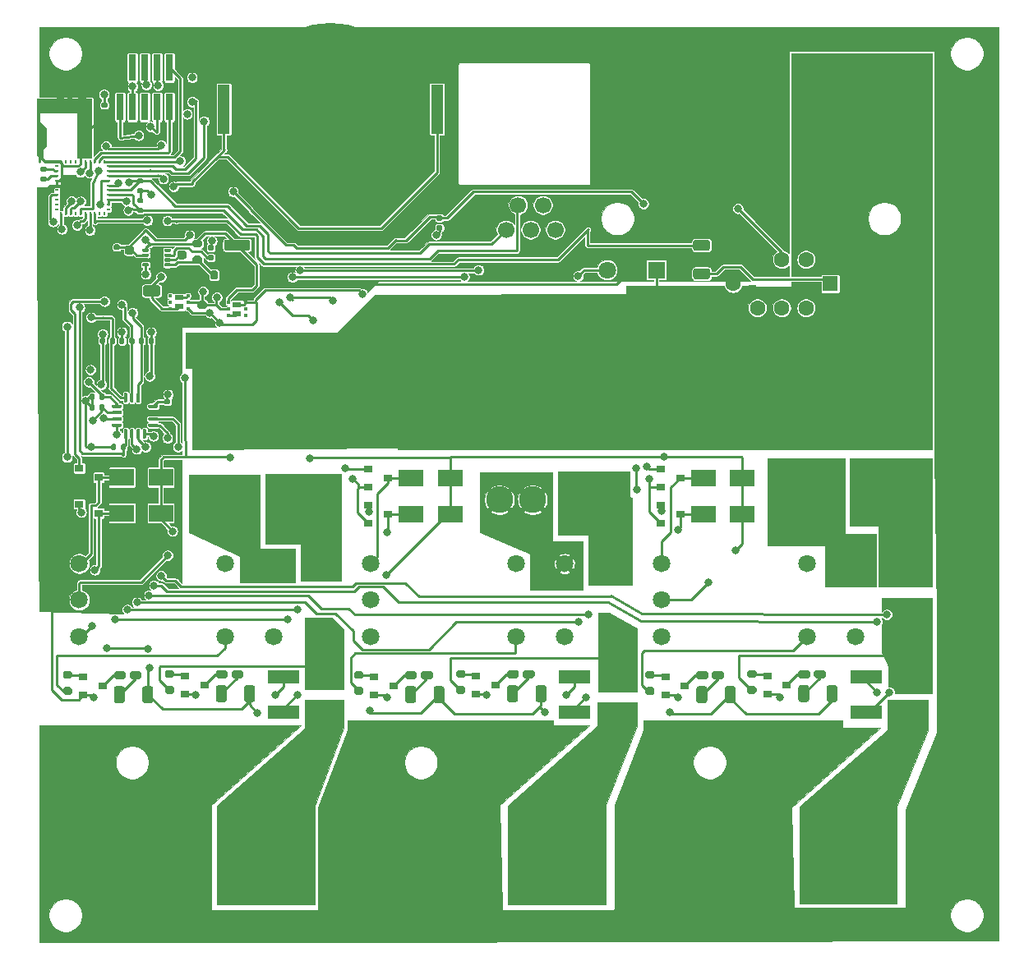
<source format=gbr>
%TF.GenerationSoftware,KiCad,Pcbnew,(5.1.9-0-10_14)*%
%TF.CreationDate,2021-05-25T14:21:41-07:00*%
%TF.ProjectId,tp_radio_board,74705f72-6164-4696-9f5f-626f6172642e,rev?*%
%TF.SameCoordinates,Original*%
%TF.FileFunction,Copper,L1,Top*%
%TF.FilePolarity,Positive*%
%FSLAX46Y46*%
G04 Gerber Fmt 4.6, Leading zero omitted, Abs format (unit mm)*
G04 Created by KiCad (PCBNEW (5.1.9-0-10_14)) date 2021-05-25 14:21:41*
%MOMM*%
%LPD*%
G01*
G04 APERTURE LIST*
%TA.AperFunction,SMDPad,CuDef*%
%ADD10C,0.100000*%
%TD*%
%TA.AperFunction,SMDPad,CuDef*%
%ADD11R,0.762000X2.794000*%
%TD*%
%TA.AperFunction,ComponentPad*%
%ADD12C,1.808000*%
%TD*%
%TA.AperFunction,SMDPad,CuDef*%
%ADD13R,0.500000X0.500000*%
%TD*%
%TA.AperFunction,SMDPad,CuDef*%
%ADD14R,0.250000X0.350000*%
%TD*%
%TA.AperFunction,SMDPad,CuDef*%
%ADD15R,0.350000X0.250000*%
%TD*%
%TA.AperFunction,SMDPad,CuDef*%
%ADD16R,0.900000X0.800000*%
%TD*%
%TA.AperFunction,ComponentPad*%
%ADD17C,3.200000*%
%TD*%
%TA.AperFunction,ComponentPad*%
%ADD18C,1.700000*%
%TD*%
%TA.AperFunction,ComponentPad*%
%ADD19C,2.780000*%
%TD*%
%TA.AperFunction,SMDPad,CuDef*%
%ADD20R,0.950000X0.613000*%
%TD*%
%TA.AperFunction,SMDPad,CuDef*%
%ADD21R,0.325000X0.300000*%
%TD*%
%TA.AperFunction,ComponentPad*%
%ADD22C,0.500000*%
%TD*%
%TA.AperFunction,SMDPad,CuDef*%
%ADD23R,1.200000X1.500000*%
%TD*%
%TA.AperFunction,ComponentPad*%
%ADD24R,1.800000X1.800000*%
%TD*%
%TA.AperFunction,ComponentPad*%
%ADD25C,1.800000*%
%TD*%
%TA.AperFunction,SMDPad,CuDef*%
%ADD26R,3.300000X1.400000*%
%TD*%
%TA.AperFunction,SMDPad,CuDef*%
%ADD27R,2.500000X1.800000*%
%TD*%
%TA.AperFunction,SMDPad,CuDef*%
%ADD28R,1.270000X5.080000*%
%TD*%
%TA.AperFunction,SMDPad,CuDef*%
%ADD29C,17.800000*%
%TD*%
%TA.AperFunction,SMDPad,CuDef*%
%ADD30R,2.100000X2.100000*%
%TD*%
%TA.AperFunction,ComponentPad*%
%ADD31C,1.600000*%
%TD*%
%TA.AperFunction,ComponentPad*%
%ADD32R,1.600000X1.600000*%
%TD*%
%TA.AperFunction,ViaPad*%
%ADD33C,0.800000*%
%TD*%
%TA.AperFunction,Conductor*%
%ADD34C,0.250000*%
%TD*%
%TA.AperFunction,Conductor*%
%ADD35C,0.050000*%
%TD*%
%TA.AperFunction,Conductor*%
%ADD36C,0.100000*%
%TD*%
G04 APERTURE END LIST*
%TA.AperFunction,SMDPad,CuDef*%
D10*
%TO.P,REF\u002A\u002A,*%
%TO.N,GND*%
G36*
X26950000Y-108100000D02*
G01*
X26950000Y-103420000D01*
X23160000Y-103420000D01*
X23160000Y-104330000D01*
X23790000Y-104960000D01*
X23790000Y-106910000D01*
X23500000Y-107200000D01*
X23500000Y-108070000D01*
X23730000Y-108300000D01*
X25180000Y-108300000D01*
X25180000Y-108630000D01*
X23620000Y-108630000D01*
X22800000Y-107810000D01*
X22800000Y-101920000D01*
X28450000Y-101920000D01*
X28450000Y-108100000D01*
X26950000Y-108100000D01*
G37*
%TD.AperFunction*%
%TD*%
D11*
%TO.P,J1,1*%
%TO.N,+3V3*%
X31340000Y-102772000D03*
%TO.P,J1,2*%
%TO.N,GND*%
X31340000Y-98708000D03*
%TO.P,J1,3*%
%TO.N,/RESETn*%
X32610000Y-102772000D03*
%TO.P,J1,4*%
%TO.N,Net-(J1-Pad4)*%
X32610000Y-98708000D03*
%TO.P,J1,5*%
%TO.N,Net-(J1-Pad5)*%
X33880000Y-102772000D03*
%TO.P,J1,6*%
%TO.N,/SWO*%
X33880000Y-98708000D03*
%TO.P,J1,7*%
%TO.N,/SWDIO*%
X35150000Y-102772000D03*
%TO.P,J1,8*%
%TO.N,/SWCLK*%
X35150000Y-98708000D03*
%TO.P,J1,9*%
%TO.N,/PTI_FRAME*%
X36420000Y-102772000D03*
%TO.P,J1,10*%
%TO.N,/PTI_DATA*%
X36420000Y-98708000D03*
%TD*%
D12*
%TO.P,K2,1*%
%TO.N,Net-(D2-Pad2)*%
X57140008Y-157350000D03*
%TO.P,K2,2*%
%TO.N,/Relay2_NC*%
X72140008Y-157350000D03*
%TO.P,K2,3*%
%TO.N,/Relay2_C*%
X77140008Y-157350000D03*
%TO.P,K2,4*%
%TO.N,/Relay2_NO*%
X82140008Y-157350000D03*
X82140008Y-149850000D03*
%TO.P,K2,3*%
%TO.N,/Relay2_C*%
X77140008Y-149850000D03*
%TO.P,K2,2*%
%TO.N,/Relay2_NC*%
X72140008Y-149850000D03*
%TO.P,K2,8*%
%TO.N,Net-(D5-Pad2)*%
X57140008Y-149850000D03*
%TO.P,K2,9*%
%TO.N,+5V*%
X57140008Y-153600000D03*
%TD*%
%TO.P,K3,1*%
%TO.N,Net-(D3-Pad2)*%
X87140008Y-157350000D03*
%TO.P,K3,2*%
%TO.N,/Relay3_NC*%
X102140008Y-157350000D03*
%TO.P,K3,3*%
%TO.N,/Relay3_C*%
X107140008Y-157350000D03*
%TO.P,K3,4*%
%TO.N,/Relay3_NO*%
X112140008Y-157350000D03*
X112140008Y-149850000D03*
%TO.P,K3,3*%
%TO.N,/Relay3_C*%
X107140008Y-149850000D03*
%TO.P,K3,2*%
%TO.N,/Relay3_NC*%
X102140008Y-149850000D03*
%TO.P,K3,8*%
%TO.N,Net-(D6-Pad2)*%
X87140008Y-149850000D03*
%TO.P,K3,9*%
%TO.N,+5V*%
X87140008Y-153600000D03*
%TD*%
%TO.P,K1,1*%
%TO.N,Net-(D1-Pad2)*%
X27140008Y-157350000D03*
%TO.P,K1,2*%
%TO.N,/Relay1_NC*%
X42140008Y-157350000D03*
%TO.P,K1,3*%
%TO.N,/Relay1_C*%
X47140008Y-157350000D03*
%TO.P,K1,4*%
%TO.N,/Relay1_NO*%
X52140008Y-157350000D03*
X52140008Y-149850000D03*
%TO.P,K1,3*%
%TO.N,/Relay1_C*%
X47140008Y-149850000D03*
%TO.P,K1,2*%
%TO.N,/Relay1_NC*%
X42140008Y-149850000D03*
%TO.P,K1,8*%
%TO.N,Net-(D4-Pad2)*%
X27140008Y-149850000D03*
%TO.P,K1,9*%
%TO.N,+5V*%
X27140008Y-153600000D03*
%TD*%
D13*
%TO.P,U1,42*%
%TO.N,GND*%
X27050000Y-111550000D03*
%TO.P,U1,43*%
X27950000Y-111550000D03*
%TO.P,U1,44*%
X27950000Y-110650000D03*
%TO.P,U1,41*%
X27050000Y-110650000D03*
D14*
%TO.P,U1,31*%
%TO.N,/Button1*%
X29750000Y-108450000D03*
%TO.P,U1,32*%
%TO.N,/PTI_DATA*%
X29250000Y-108450000D03*
%TO.P,U1,33*%
%TO.N,/PTI_FRAME*%
X28750000Y-108450000D03*
%TO.P,U1,34*%
%TO.N,/Relay3_SET*%
X28250000Y-108450000D03*
%TO.P,U1,35*%
%TO.N,/RESETn*%
X27750000Y-108450000D03*
%TO.P,U1,36*%
%TO.N,GND*%
X27250000Y-108450000D03*
%TO.P,U1,37*%
%TO.N,Net-(U1-Pad37)*%
X26750000Y-108450000D03*
%TO.P,U1,39*%
%TO.N,Net-(U1-Pad39)*%
X25750000Y-108450000D03*
%TO.P,U1,38*%
%TO.N,Net-(U1-Pad38)*%
X26250000Y-108450000D03*
%TO.P,U1,40*%
%TO.N,GND*%
X25250000Y-108450000D03*
D15*
%TO.P,U1,30*%
%TO.N,/Relay3_UNSET*%
X30150000Y-108850000D03*
%TO.P,U1,29*%
%TO.N,/Relay2_UNSET*%
X30150000Y-109350000D03*
%TO.P,U1,28*%
%TO.N,/Relay2_SET*%
X30150000Y-109850000D03*
%TO.P,U1,27*%
%TO.N,/Relay1_SET*%
X30150000Y-110350000D03*
%TO.P,U1,26*%
%TO.N,/Relay1_UNSET*%
X30150000Y-110850000D03*
%TO.P,U1,25*%
%TO.N,/SDA*%
X30150000Y-111350000D03*
%TO.P,U1,24*%
%TO.N,/SCL*%
X30150000Y-111850000D03*
%TO.P,U1,23*%
%TO.N,+3V3*%
X30150000Y-112350000D03*
%TO.P,U1,22*%
X30150000Y-112850000D03*
%TO.P,U1,21*%
%TO.N,Net-(U1-Pad21)*%
X30150000Y-113350000D03*
D14*
%TO.P,U1,20*%
%TO.N,Net-(U1-Pad20)*%
X29750000Y-113750000D03*
%TO.P,U1,19*%
%TO.N,Net-(U1-Pad19)*%
X29250000Y-113750000D03*
%TO.P,U1,18*%
%TO.N,/Button1_LED*%
X28750000Y-113750000D03*
%TO.P,U1,17*%
%TO.N,/INA3221_TC*%
X28250000Y-113750000D03*
%TO.P,U1,16*%
%TO.N,/INA3221_WARNING*%
X27750000Y-113750000D03*
%TO.P,U1,15*%
%TO.N,/SWO*%
X27250000Y-113750000D03*
%TO.P,U1,14*%
%TO.N,Net-(U1-Pad14)*%
X26750000Y-113750000D03*
%TO.P,U1,13*%
%TO.N,/SWDIO*%
X26250000Y-113750000D03*
%TO.P,U1,12*%
%TO.N,/SWCLK*%
X25750000Y-113750000D03*
%TO.P,U1,11*%
%TO.N,/INA3221_CRITICAL*%
X25250000Y-113750000D03*
D15*
%TO.P,U1,10*%
%TO.N,Net-(U1-Pad10)*%
X24850000Y-113350000D03*
%TO.P,U1,9*%
%TO.N,Net-(U1-Pad9)*%
X24850000Y-112850000D03*
%TO.P,U1,8*%
%TO.N,Net-(U1-Pad8)*%
X24850000Y-112350000D03*
%TO.P,U1,7*%
%TO.N,/INA3221_PV*%
X24850000Y-111850000D03*
%TO.P,U1,6*%
%TO.N,Net-(U1-Pad6)*%
X24850000Y-111350000D03*
%TO.P,U1,5*%
%TO.N,GND*%
X24850000Y-110850000D03*
%TO.P,U1,4*%
X24850000Y-110350000D03*
%TO.P,U1,3*%
%TO.N,Net-(R1-Pad2)*%
X24850000Y-109850000D03*
%TO.P,U1,2*%
%TO.N,Net-(R1-Pad1)*%
X24850000Y-109350000D03*
%TO.P,U1,1*%
%TO.N,Net-(U1-Pad1)*%
X24850000Y-108850000D03*
%TD*%
%TO.P,D12,2*%
%TO.N,Net-(D12-Pad2)*%
%TA.AperFunction,SMDPad,CuDef*%
G36*
G01*
X102840000Y-161462500D02*
X102840000Y-161037500D01*
G75*
G02*
X103052500Y-160825000I212500J0D01*
G01*
X103852500Y-160825000D01*
G75*
G02*
X104065000Y-161037500I0J-212500D01*
G01*
X104065000Y-161462500D01*
G75*
G02*
X103852500Y-161675000I-212500J0D01*
G01*
X103052500Y-161675000D01*
G75*
G02*
X102840000Y-161462500I0J212500D01*
G01*
G37*
%TD.AperFunction*%
%TO.P,D12,1*%
%TO.N,Net-(D12-Pad1)*%
%TA.AperFunction,SMDPad,CuDef*%
G36*
G01*
X101215000Y-161462500D02*
X101215000Y-161037500D01*
G75*
G02*
X101427500Y-160825000I212500J0D01*
G01*
X102227500Y-160825000D01*
G75*
G02*
X102440000Y-161037500I0J-212500D01*
G01*
X102440000Y-161462500D01*
G75*
G02*
X102227500Y-161675000I-212500J0D01*
G01*
X101427500Y-161675000D01*
G75*
G02*
X101215000Y-161462500I0J212500D01*
G01*
G37*
%TD.AperFunction*%
%TD*%
%TO.P,D11,2*%
%TO.N,Net-(D11-Pad2)*%
%TA.AperFunction,SMDPad,CuDef*%
G36*
G01*
X72840000Y-161462500D02*
X72840000Y-161037500D01*
G75*
G02*
X73052500Y-160825000I212500J0D01*
G01*
X73852500Y-160825000D01*
G75*
G02*
X74065000Y-161037500I0J-212500D01*
G01*
X74065000Y-161462500D01*
G75*
G02*
X73852500Y-161675000I-212500J0D01*
G01*
X73052500Y-161675000D01*
G75*
G02*
X72840000Y-161462500I0J212500D01*
G01*
G37*
%TD.AperFunction*%
%TO.P,D11,1*%
%TO.N,Net-(D11-Pad1)*%
%TA.AperFunction,SMDPad,CuDef*%
G36*
G01*
X71215000Y-161462500D02*
X71215000Y-161037500D01*
G75*
G02*
X71427500Y-160825000I212500J0D01*
G01*
X72227500Y-160825000D01*
G75*
G02*
X72440000Y-161037500I0J-212500D01*
G01*
X72440000Y-161462500D01*
G75*
G02*
X72227500Y-161675000I-212500J0D01*
G01*
X71427500Y-161675000D01*
G75*
G02*
X71215000Y-161462500I0J212500D01*
G01*
G37*
%TD.AperFunction*%
%TD*%
%TO.P,D10,2*%
%TO.N,Net-(D10-Pad2)*%
%TA.AperFunction,SMDPad,CuDef*%
G36*
G01*
X42840000Y-161462500D02*
X42840000Y-161037500D01*
G75*
G02*
X43052500Y-160825000I212500J0D01*
G01*
X43852500Y-160825000D01*
G75*
G02*
X44065000Y-161037500I0J-212500D01*
G01*
X44065000Y-161462500D01*
G75*
G02*
X43852500Y-161675000I-212500J0D01*
G01*
X43052500Y-161675000D01*
G75*
G02*
X42840000Y-161462500I0J212500D01*
G01*
G37*
%TD.AperFunction*%
%TO.P,D10,1*%
%TO.N,Net-(D10-Pad1)*%
%TA.AperFunction,SMDPad,CuDef*%
G36*
G01*
X41215000Y-161462500D02*
X41215000Y-161037500D01*
G75*
G02*
X41427500Y-160825000I212500J0D01*
G01*
X42227500Y-160825000D01*
G75*
G02*
X42440000Y-161037500I0J-212500D01*
G01*
X42440000Y-161462500D01*
G75*
G02*
X42227500Y-161675000I-212500J0D01*
G01*
X41427500Y-161675000D01*
G75*
G02*
X41215000Y-161462500I0J212500D01*
G01*
G37*
%TD.AperFunction*%
%TD*%
%TO.P,R24,2*%
%TO.N,Net-(D10-Pad2)*%
%TA.AperFunction,SMDPad,CuDef*%
G36*
G01*
X42340000Y-162624998D02*
X42340000Y-163875002D01*
G75*
G02*
X42090002Y-164125000I-249998J0D01*
G01*
X41464998Y-164125000D01*
G75*
G02*
X41215000Y-163875002I0J249998D01*
G01*
X41215000Y-162624998D01*
G75*
G02*
X41464998Y-162375000I249998J0D01*
G01*
X42090002Y-162375000D01*
G75*
G02*
X42340000Y-162624998I0J-249998D01*
G01*
G37*
%TD.AperFunction*%
%TO.P,R24,1*%
%TO.N,+3V3*%
%TA.AperFunction,SMDPad,CuDef*%
G36*
G01*
X45265000Y-162624998D02*
X45265000Y-163875002D01*
G75*
G02*
X45015002Y-164125000I-249998J0D01*
G01*
X44389998Y-164125000D01*
G75*
G02*
X44140000Y-163875002I0J249998D01*
G01*
X44140000Y-162624998D01*
G75*
G02*
X44389998Y-162375000I249998J0D01*
G01*
X45015002Y-162375000D01*
G75*
G02*
X45265000Y-162624998I0J-249998D01*
G01*
G37*
%TD.AperFunction*%
%TD*%
%TO.P,R26,2*%
%TO.N,Net-(D12-Pad2)*%
%TA.AperFunction,SMDPad,CuDef*%
G36*
G01*
X102340000Y-162624998D02*
X102340000Y-163875002D01*
G75*
G02*
X102090002Y-164125000I-249998J0D01*
G01*
X101464998Y-164125000D01*
G75*
G02*
X101215000Y-163875002I0J249998D01*
G01*
X101215000Y-162624998D01*
G75*
G02*
X101464998Y-162375000I249998J0D01*
G01*
X102090002Y-162375000D01*
G75*
G02*
X102340000Y-162624998I0J-249998D01*
G01*
G37*
%TD.AperFunction*%
%TO.P,R26,1*%
%TO.N,+3V3*%
%TA.AperFunction,SMDPad,CuDef*%
G36*
G01*
X105265000Y-162624998D02*
X105265000Y-163875002D01*
G75*
G02*
X105015002Y-164125000I-249998J0D01*
G01*
X104389998Y-164125000D01*
G75*
G02*
X104140000Y-163875002I0J249998D01*
G01*
X104140000Y-162624998D01*
G75*
G02*
X104389998Y-162375000I249998J0D01*
G01*
X105015002Y-162375000D01*
G75*
G02*
X105265000Y-162624998I0J-249998D01*
G01*
G37*
%TD.AperFunction*%
%TD*%
%TO.P,R25,2*%
%TO.N,Net-(D11-Pad2)*%
%TA.AperFunction,SMDPad,CuDef*%
G36*
G01*
X72340000Y-162624998D02*
X72340000Y-163875002D01*
G75*
G02*
X72090002Y-164125000I-249998J0D01*
G01*
X71464998Y-164125000D01*
G75*
G02*
X71215000Y-163875002I0J249998D01*
G01*
X71215000Y-162624998D01*
G75*
G02*
X71464998Y-162375000I249998J0D01*
G01*
X72090002Y-162375000D01*
G75*
G02*
X72340000Y-162624998I0J-249998D01*
G01*
G37*
%TD.AperFunction*%
%TO.P,R25,1*%
%TO.N,+3V3*%
%TA.AperFunction,SMDPad,CuDef*%
G36*
G01*
X75265000Y-162624998D02*
X75265000Y-163875002D01*
G75*
G02*
X75015002Y-164125000I-249998J0D01*
G01*
X74389998Y-164125000D01*
G75*
G02*
X74140000Y-163875002I0J249998D01*
G01*
X74140000Y-162624998D01*
G75*
G02*
X74389998Y-162375000I249998J0D01*
G01*
X75015002Y-162375000D01*
G75*
G02*
X75265000Y-162624998I0J-249998D01*
G01*
G37*
%TD.AperFunction*%
%TD*%
%TO.P,R21,2*%
%TO.N,Net-(Q10-Pad1)*%
%TA.AperFunction,SMDPad,CuDef*%
G36*
G01*
X36715000Y-161625000D02*
X36165000Y-161625000D01*
G75*
G02*
X35965000Y-161425000I0J200000D01*
G01*
X35965000Y-161025000D01*
G75*
G02*
X36165000Y-160825000I200000J0D01*
G01*
X36715000Y-160825000D01*
G75*
G02*
X36915000Y-161025000I0J-200000D01*
G01*
X36915000Y-161425000D01*
G75*
G02*
X36715000Y-161625000I-200000J0D01*
G01*
G37*
%TD.AperFunction*%
%TO.P,R21,1*%
%TO.N,/Relay1_NO*%
%TA.AperFunction,SMDPad,CuDef*%
G36*
G01*
X36715000Y-163275000D02*
X36165000Y-163275000D01*
G75*
G02*
X35965000Y-163075000I0J200000D01*
G01*
X35965000Y-162675000D01*
G75*
G02*
X36165000Y-162475000I200000J0D01*
G01*
X36715000Y-162475000D01*
G75*
G02*
X36915000Y-162675000I0J-200000D01*
G01*
X36915000Y-163075000D01*
G75*
G02*
X36715000Y-163275000I-200000J0D01*
G01*
G37*
%TD.AperFunction*%
%TD*%
%TO.P,R23,2*%
%TO.N,Net-(Q12-Pad1)*%
%TA.AperFunction,SMDPad,CuDef*%
G36*
G01*
X96715000Y-161625000D02*
X96165000Y-161625000D01*
G75*
G02*
X95965000Y-161425000I0J200000D01*
G01*
X95965000Y-161025000D01*
G75*
G02*
X96165000Y-160825000I200000J0D01*
G01*
X96715000Y-160825000D01*
G75*
G02*
X96915000Y-161025000I0J-200000D01*
G01*
X96915000Y-161425000D01*
G75*
G02*
X96715000Y-161625000I-200000J0D01*
G01*
G37*
%TD.AperFunction*%
%TO.P,R23,1*%
%TO.N,/Relay3_NO*%
%TA.AperFunction,SMDPad,CuDef*%
G36*
G01*
X96715000Y-163275000D02*
X96165000Y-163275000D01*
G75*
G02*
X95965000Y-163075000I0J200000D01*
G01*
X95965000Y-162675000D01*
G75*
G02*
X96165000Y-162475000I200000J0D01*
G01*
X96715000Y-162475000D01*
G75*
G02*
X96915000Y-162675000I0J-200000D01*
G01*
X96915000Y-163075000D01*
G75*
G02*
X96715000Y-163275000I-200000J0D01*
G01*
G37*
%TD.AperFunction*%
%TD*%
%TO.P,R22,2*%
%TO.N,Net-(Q11-Pad1)*%
%TA.AperFunction,SMDPad,CuDef*%
G36*
G01*
X66715000Y-161625000D02*
X66165000Y-161625000D01*
G75*
G02*
X65965000Y-161425000I0J200000D01*
G01*
X65965000Y-161025000D01*
G75*
G02*
X66165000Y-160825000I200000J0D01*
G01*
X66715000Y-160825000D01*
G75*
G02*
X66915000Y-161025000I0J-200000D01*
G01*
X66915000Y-161425000D01*
G75*
G02*
X66715000Y-161625000I-200000J0D01*
G01*
G37*
%TD.AperFunction*%
%TO.P,R22,1*%
%TO.N,/Relay2_NO*%
%TA.AperFunction,SMDPad,CuDef*%
G36*
G01*
X66715000Y-163275000D02*
X66165000Y-163275000D01*
G75*
G02*
X65965000Y-163075000I0J200000D01*
G01*
X65965000Y-162675000D01*
G75*
G02*
X66165000Y-162475000I200000J0D01*
G01*
X66715000Y-162475000D01*
G75*
G02*
X66915000Y-162675000I0J-200000D01*
G01*
X66915000Y-163075000D01*
G75*
G02*
X66715000Y-163275000I-200000J0D01*
G01*
G37*
%TD.AperFunction*%
%TD*%
%TO.P,R16,2*%
%TO.N,Net-(D7-Pad2)*%
%TA.AperFunction,SMDPad,CuDef*%
G36*
G01*
X31840000Y-162724998D02*
X31840000Y-163975002D01*
G75*
G02*
X31590002Y-164225000I-249998J0D01*
G01*
X30964998Y-164225000D01*
G75*
G02*
X30715000Y-163975002I0J249998D01*
G01*
X30715000Y-162724998D01*
G75*
G02*
X30964998Y-162475000I249998J0D01*
G01*
X31590002Y-162475000D01*
G75*
G02*
X31840000Y-162724998I0J-249998D01*
G01*
G37*
%TD.AperFunction*%
%TO.P,R16,1*%
%TO.N,+3V3*%
%TA.AperFunction,SMDPad,CuDef*%
G36*
G01*
X34765000Y-162724998D02*
X34765000Y-163975002D01*
G75*
G02*
X34515002Y-164225000I-249998J0D01*
G01*
X33889998Y-164225000D01*
G75*
G02*
X33640000Y-163975002I0J249998D01*
G01*
X33640000Y-162724998D01*
G75*
G02*
X33889998Y-162475000I249998J0D01*
G01*
X34515002Y-162475000D01*
G75*
G02*
X34765000Y-162724998I0J-249998D01*
G01*
G37*
%TD.AperFunction*%
%TD*%
%TO.P,R18,2*%
%TO.N,Net-(D9-Pad2)*%
%TA.AperFunction,SMDPad,CuDef*%
G36*
G01*
X91840000Y-162724998D02*
X91840000Y-163975002D01*
G75*
G02*
X91590002Y-164225000I-249998J0D01*
G01*
X90964998Y-164225000D01*
G75*
G02*
X90715000Y-163975002I0J249998D01*
G01*
X90715000Y-162724998D01*
G75*
G02*
X90964998Y-162475000I249998J0D01*
G01*
X91590002Y-162475000D01*
G75*
G02*
X91840000Y-162724998I0J-249998D01*
G01*
G37*
%TD.AperFunction*%
%TO.P,R18,1*%
%TO.N,+3V3*%
%TA.AperFunction,SMDPad,CuDef*%
G36*
G01*
X94765000Y-162724998D02*
X94765000Y-163975002D01*
G75*
G02*
X94515002Y-164225000I-249998J0D01*
G01*
X93889998Y-164225000D01*
G75*
G02*
X93640000Y-163975002I0J249998D01*
G01*
X93640000Y-162724998D01*
G75*
G02*
X93889998Y-162475000I249998J0D01*
G01*
X94515002Y-162475000D01*
G75*
G02*
X94765000Y-162724998I0J-249998D01*
G01*
G37*
%TD.AperFunction*%
%TD*%
%TO.P,R17,2*%
%TO.N,Net-(D8-Pad2)*%
%TA.AperFunction,SMDPad,CuDef*%
G36*
G01*
X61840000Y-162724998D02*
X61840000Y-163975002D01*
G75*
G02*
X61590002Y-164225000I-249998J0D01*
G01*
X60964998Y-164225000D01*
G75*
G02*
X60715000Y-163975002I0J249998D01*
G01*
X60715000Y-162724998D01*
G75*
G02*
X60964998Y-162475000I249998J0D01*
G01*
X61590002Y-162475000D01*
G75*
G02*
X61840000Y-162724998I0J-249998D01*
G01*
G37*
%TD.AperFunction*%
%TO.P,R17,1*%
%TO.N,+3V3*%
%TA.AperFunction,SMDPad,CuDef*%
G36*
G01*
X64765000Y-162724998D02*
X64765000Y-163975002D01*
G75*
G02*
X64515002Y-164225000I-249998J0D01*
G01*
X63889998Y-164225000D01*
G75*
G02*
X63640000Y-163975002I0J249998D01*
G01*
X63640000Y-162724998D01*
G75*
G02*
X63889998Y-162475000I249998J0D01*
G01*
X64515002Y-162475000D01*
G75*
G02*
X64765000Y-162724998I0J-249998D01*
G01*
G37*
%TD.AperFunction*%
%TD*%
%TO.P,R13,2*%
%TO.N,Net-(Q7-Pad1)*%
%TA.AperFunction,SMDPad,CuDef*%
G36*
G01*
X26215000Y-161725000D02*
X25665000Y-161725000D01*
G75*
G02*
X25465000Y-161525000I0J200000D01*
G01*
X25465000Y-161125000D01*
G75*
G02*
X25665000Y-160925000I200000J0D01*
G01*
X26215000Y-160925000D01*
G75*
G02*
X26415000Y-161125000I0J-200000D01*
G01*
X26415000Y-161525000D01*
G75*
G02*
X26215000Y-161725000I-200000J0D01*
G01*
G37*
%TD.AperFunction*%
%TO.P,R13,1*%
%TO.N,/Relay1_NC*%
%TA.AperFunction,SMDPad,CuDef*%
G36*
G01*
X26215000Y-163375000D02*
X25665000Y-163375000D01*
G75*
G02*
X25465000Y-163175000I0J200000D01*
G01*
X25465000Y-162775000D01*
G75*
G02*
X25665000Y-162575000I200000J0D01*
G01*
X26215000Y-162575000D01*
G75*
G02*
X26415000Y-162775000I0J-200000D01*
G01*
X26415000Y-163175000D01*
G75*
G02*
X26215000Y-163375000I-200000J0D01*
G01*
G37*
%TD.AperFunction*%
%TD*%
%TO.P,R15,2*%
%TO.N,Net-(Q9-Pad1)*%
%TA.AperFunction,SMDPad,CuDef*%
G36*
G01*
X86215000Y-161725000D02*
X85665000Y-161725000D01*
G75*
G02*
X85465000Y-161525000I0J200000D01*
G01*
X85465000Y-161125000D01*
G75*
G02*
X85665000Y-160925000I200000J0D01*
G01*
X86215000Y-160925000D01*
G75*
G02*
X86415000Y-161125000I0J-200000D01*
G01*
X86415000Y-161525000D01*
G75*
G02*
X86215000Y-161725000I-200000J0D01*
G01*
G37*
%TD.AperFunction*%
%TO.P,R15,1*%
%TO.N,/Relay3_NC*%
%TA.AperFunction,SMDPad,CuDef*%
G36*
G01*
X86215000Y-163375000D02*
X85665000Y-163375000D01*
G75*
G02*
X85465000Y-163175000I0J200000D01*
G01*
X85465000Y-162775000D01*
G75*
G02*
X85665000Y-162575000I200000J0D01*
G01*
X86215000Y-162575000D01*
G75*
G02*
X86415000Y-162775000I0J-200000D01*
G01*
X86415000Y-163175000D01*
G75*
G02*
X86215000Y-163375000I-200000J0D01*
G01*
G37*
%TD.AperFunction*%
%TD*%
%TO.P,R14,2*%
%TO.N,Net-(Q8-Pad1)*%
%TA.AperFunction,SMDPad,CuDef*%
G36*
G01*
X56215000Y-161725000D02*
X55665000Y-161725000D01*
G75*
G02*
X55465000Y-161525000I0J200000D01*
G01*
X55465000Y-161125000D01*
G75*
G02*
X55665000Y-160925000I200000J0D01*
G01*
X56215000Y-160925000D01*
G75*
G02*
X56415000Y-161125000I0J-200000D01*
G01*
X56415000Y-161525000D01*
G75*
G02*
X56215000Y-161725000I-200000J0D01*
G01*
G37*
%TD.AperFunction*%
%TO.P,R14,1*%
%TO.N,/Relay2_NC*%
%TA.AperFunction,SMDPad,CuDef*%
G36*
G01*
X56215000Y-163375000D02*
X55665000Y-163375000D01*
G75*
G02*
X55465000Y-163175000I0J200000D01*
G01*
X55465000Y-162775000D01*
G75*
G02*
X55665000Y-162575000I200000J0D01*
G01*
X56215000Y-162575000D01*
G75*
G02*
X56415000Y-162775000I0J-200000D01*
G01*
X56415000Y-163175000D01*
G75*
G02*
X56215000Y-163375000I-200000J0D01*
G01*
G37*
%TD.AperFunction*%
%TD*%
D16*
%TO.P,Q10,3*%
%TO.N,Net-(D10-Pad1)*%
X40040000Y-162350000D03*
%TO.P,Q10,2*%
%TO.N,GND*%
X38040000Y-163300000D03*
%TO.P,Q10,1*%
%TO.N,Net-(Q10-Pad1)*%
X38040000Y-161400000D03*
%TD*%
%TO.P,Q12,3*%
%TO.N,Net-(D12-Pad1)*%
X100040000Y-162350000D03*
%TO.P,Q12,2*%
%TO.N,GND*%
X98040000Y-163300000D03*
%TO.P,Q12,1*%
%TO.N,Net-(Q12-Pad1)*%
X98040000Y-161400000D03*
%TD*%
%TO.P,Q11,3*%
%TO.N,Net-(D11-Pad1)*%
X70040000Y-162350000D03*
%TO.P,Q11,2*%
%TO.N,GND*%
X68040000Y-163300000D03*
%TO.P,Q11,1*%
%TO.N,Net-(Q11-Pad1)*%
X68040000Y-161400000D03*
%TD*%
%TO.P,Q7,3*%
%TO.N,Net-(D7-Pad1)*%
X29540000Y-162450000D03*
%TO.P,Q7,2*%
%TO.N,GND*%
X27540000Y-163400000D03*
%TO.P,Q7,1*%
%TO.N,Net-(Q7-Pad1)*%
X27540000Y-161500000D03*
%TD*%
%TO.P,Q9,3*%
%TO.N,Net-(D9-Pad1)*%
X89540000Y-162450000D03*
%TO.P,Q9,2*%
%TO.N,GND*%
X87540000Y-163400000D03*
%TO.P,Q9,1*%
%TO.N,Net-(Q9-Pad1)*%
X87540000Y-161500000D03*
%TD*%
%TO.P,Q8,3*%
%TO.N,Net-(D8-Pad1)*%
X59540000Y-162450000D03*
%TO.P,Q8,2*%
%TO.N,GND*%
X57540000Y-163400000D03*
%TO.P,Q8,1*%
%TO.N,Net-(Q8-Pad1)*%
X57540000Y-161500000D03*
%TD*%
%TO.P,D7,2*%
%TO.N,Net-(D7-Pad2)*%
%TA.AperFunction,SMDPad,CuDef*%
G36*
G01*
X32340000Y-161562500D02*
X32340000Y-161137500D01*
G75*
G02*
X32552500Y-160925000I212500J0D01*
G01*
X33352500Y-160925000D01*
G75*
G02*
X33565000Y-161137500I0J-212500D01*
G01*
X33565000Y-161562500D01*
G75*
G02*
X33352500Y-161775000I-212500J0D01*
G01*
X32552500Y-161775000D01*
G75*
G02*
X32340000Y-161562500I0J212500D01*
G01*
G37*
%TD.AperFunction*%
%TO.P,D7,1*%
%TO.N,Net-(D7-Pad1)*%
%TA.AperFunction,SMDPad,CuDef*%
G36*
G01*
X30715000Y-161562500D02*
X30715000Y-161137500D01*
G75*
G02*
X30927500Y-160925000I212500J0D01*
G01*
X31727500Y-160925000D01*
G75*
G02*
X31940000Y-161137500I0J-212500D01*
G01*
X31940000Y-161562500D01*
G75*
G02*
X31727500Y-161775000I-212500J0D01*
G01*
X30927500Y-161775000D01*
G75*
G02*
X30715000Y-161562500I0J212500D01*
G01*
G37*
%TD.AperFunction*%
%TD*%
%TO.P,D9,2*%
%TO.N,Net-(D9-Pad2)*%
%TA.AperFunction,SMDPad,CuDef*%
G36*
G01*
X92340000Y-161562500D02*
X92340000Y-161137500D01*
G75*
G02*
X92552500Y-160925000I212500J0D01*
G01*
X93352500Y-160925000D01*
G75*
G02*
X93565000Y-161137500I0J-212500D01*
G01*
X93565000Y-161562500D01*
G75*
G02*
X93352500Y-161775000I-212500J0D01*
G01*
X92552500Y-161775000D01*
G75*
G02*
X92340000Y-161562500I0J212500D01*
G01*
G37*
%TD.AperFunction*%
%TO.P,D9,1*%
%TO.N,Net-(D9-Pad1)*%
%TA.AperFunction,SMDPad,CuDef*%
G36*
G01*
X90715000Y-161562500D02*
X90715000Y-161137500D01*
G75*
G02*
X90927500Y-160925000I212500J0D01*
G01*
X91727500Y-160925000D01*
G75*
G02*
X91940000Y-161137500I0J-212500D01*
G01*
X91940000Y-161562500D01*
G75*
G02*
X91727500Y-161775000I-212500J0D01*
G01*
X90927500Y-161775000D01*
G75*
G02*
X90715000Y-161562500I0J212500D01*
G01*
G37*
%TD.AperFunction*%
%TD*%
%TO.P,D8,2*%
%TO.N,Net-(D8-Pad2)*%
%TA.AperFunction,SMDPad,CuDef*%
G36*
G01*
X62340000Y-161562500D02*
X62340000Y-161137500D01*
G75*
G02*
X62552500Y-160925000I212500J0D01*
G01*
X63352500Y-160925000D01*
G75*
G02*
X63565000Y-161137500I0J-212500D01*
G01*
X63565000Y-161562500D01*
G75*
G02*
X63352500Y-161775000I-212500J0D01*
G01*
X62552500Y-161775000D01*
G75*
G02*
X62340000Y-161562500I0J212500D01*
G01*
G37*
%TD.AperFunction*%
%TO.P,D8,1*%
%TO.N,Net-(D8-Pad1)*%
%TA.AperFunction,SMDPad,CuDef*%
G36*
G01*
X60715000Y-161562500D02*
X60715000Y-161137500D01*
G75*
G02*
X60927500Y-160925000I212500J0D01*
G01*
X61727500Y-160925000D01*
G75*
G02*
X61940000Y-161137500I0J-212500D01*
G01*
X61940000Y-161562500D01*
G75*
G02*
X61727500Y-161775000I-212500J0D01*
G01*
X60927500Y-161775000D01*
G75*
G02*
X60715000Y-161562500I0J212500D01*
G01*
G37*
%TD.AperFunction*%
%TD*%
D17*
%TO.P,J10,1*%
%TO.N,GND*%
X90750000Y-104250000D03*
X90750000Y-108685000D03*
X95185000Y-104250000D03*
X90750000Y-99815000D03*
X86315000Y-104250000D03*
X86315000Y-108685000D03*
X86315000Y-99815000D03*
X95185000Y-99815000D03*
X95185000Y-108685000D03*
%TD*%
%TO.P,J8,1*%
%TO.N,+12V*%
X107250000Y-104250000D03*
X107250000Y-108685000D03*
X111685000Y-104250000D03*
X107250000Y-99815000D03*
X102815000Y-104250000D03*
X102815000Y-108685000D03*
X102815000Y-99815000D03*
X111685000Y-99815000D03*
X111685000Y-108685000D03*
%TD*%
%TO.P,J7,1*%
%TO.N,/Relay3_OUT*%
X103405000Y-182785000D03*
X103405000Y-176915000D03*
X109275000Y-176915000D03*
X109275000Y-182785000D03*
%TD*%
%TO.P,J6,1*%
%TO.N,/Relay2_OUT*%
X73405000Y-182785000D03*
X73405000Y-176915000D03*
X79275000Y-176915000D03*
X79275000Y-182785000D03*
%TD*%
%TO.P,J5,1*%
%TO.N,/Relay1_OUT*%
X43405000Y-182785000D03*
X43405000Y-176915000D03*
X49275000Y-176915000D03*
X49275000Y-182785000D03*
%TD*%
%TO.P,J4,1*%
%TO.N,GND*%
X89405000Y-182785000D03*
X89405000Y-176915000D03*
X95275000Y-176915000D03*
X95275000Y-182785000D03*
%TD*%
%TO.P,J3,1*%
%TO.N,GND*%
X59405000Y-182785000D03*
X59405000Y-176915000D03*
X65275000Y-176915000D03*
X65275000Y-182785000D03*
%TD*%
%TO.P,J2,1*%
%TO.N,GND*%
X29405000Y-182785000D03*
X29405000Y-176915000D03*
X35275000Y-176915000D03*
X35275000Y-182785000D03*
%TD*%
D18*
%TO.P,J9,6*%
%TO.N,+3V3*%
X76175000Y-115440000D03*
%TO.P,J9,4*%
%TO.N,/TCA6416A_INT*%
X73635000Y-115440000D03*
%TO.P,J9,2*%
%TO.N,/SDA*%
X71095000Y-115440000D03*
%TO.P,J9,5*%
%TO.N,/RJ12_spare*%
X74905000Y-112900000D03*
%TO.P,J9,3*%
%TO.N,/SCL*%
X72345000Y-112900000D03*
%TO.P,J9,1*%
%TO.N,GND*%
X69825000Y-112900000D03*
%TD*%
%TO.P,R20,2*%
%TO.N,/Button1_LED*%
%TA.AperFunction,SMDPad,CuDef*%
G36*
G01*
X91875002Y-117600000D02*
X90624998Y-117600000D01*
G75*
G02*
X90375000Y-117350002I0J249998D01*
G01*
X90375000Y-116724998D01*
G75*
G02*
X90624998Y-116475000I249998J0D01*
G01*
X91875002Y-116475000D01*
G75*
G02*
X92125000Y-116724998I0J-249998D01*
G01*
X92125000Y-117350002D01*
G75*
G02*
X91875002Y-117600000I-249998J0D01*
G01*
G37*
%TD.AperFunction*%
%TO.P,R20,1*%
%TO.N,Net-(R20-Pad1)*%
%TA.AperFunction,SMDPad,CuDef*%
G36*
G01*
X91875002Y-120525000D02*
X90624998Y-120525000D01*
G75*
G02*
X90375000Y-120275002I0J249998D01*
G01*
X90375000Y-119649998D01*
G75*
G02*
X90624998Y-119400000I249998J0D01*
G01*
X91875002Y-119400000D01*
G75*
G02*
X92125000Y-119649998I0J-249998D01*
G01*
X92125000Y-120275002D01*
G75*
G02*
X91875002Y-120525000I-249998J0D01*
G01*
G37*
%TD.AperFunction*%
%TD*%
%TO.P,R19,2*%
%TO.N,/Button1*%
%TA.AperFunction,SMDPad,CuDef*%
G36*
G01*
X64435000Y-114490000D02*
X64065000Y-114490000D01*
G75*
G02*
X63930000Y-114355000I0J135000D01*
G01*
X63930000Y-114085000D01*
G75*
G02*
X64065000Y-113950000I135000J0D01*
G01*
X64435000Y-113950000D01*
G75*
G02*
X64570000Y-114085000I0J-135000D01*
G01*
X64570000Y-114355000D01*
G75*
G02*
X64435000Y-114490000I-135000J0D01*
G01*
G37*
%TD.AperFunction*%
%TO.P,R19,1*%
%TO.N,+3V3*%
%TA.AperFunction,SMDPad,CuDef*%
G36*
G01*
X64435000Y-115510000D02*
X64065000Y-115510000D01*
G75*
G02*
X63930000Y-115375000I0J135000D01*
G01*
X63930000Y-115105000D01*
G75*
G02*
X64065000Y-114970000I135000J0D01*
G01*
X64435000Y-114970000D01*
G75*
G02*
X64570000Y-115105000I0J-135000D01*
G01*
X64570000Y-115375000D01*
G75*
G02*
X64435000Y-115510000I-135000J0D01*
G01*
G37*
%TD.AperFunction*%
%TD*%
D19*
%TO.P,F6,2*%
%TO.N,/Relay3_NO*%
X108350000Y-143170000D03*
X111750000Y-143170000D03*
%TO.P,F6,1*%
%TO.N,+12V*%
X108350000Y-133250000D03*
X111750000Y-133250000D03*
%TD*%
%TO.P,F5,2*%
%TO.N,/Relay2_NO*%
X78440000Y-143270000D03*
X81840000Y-143270000D03*
%TO.P,F5,1*%
%TO.N,+12V*%
X78440000Y-133350000D03*
X81840000Y-133350000D03*
%TD*%
%TO.P,F4,2*%
%TO.N,/Relay1_NO*%
X48440000Y-143270000D03*
X51840000Y-143270000D03*
%TO.P,F4,1*%
%TO.N,+12V*%
X48440000Y-133350000D03*
X51840000Y-133350000D03*
%TD*%
D20*
%TO.P,U6,6*%
%TO.N,+3V3*%
X43400000Y-123133500D03*
%TO.P,U6,3*%
%TO.N,Net-(U6-Pad3)*%
X43400000Y-124066500D03*
D21*
%TO.P,U6,6*%
%TO.N,+3V3*%
X44325000Y-122950000D03*
%TO.P,U6,4*%
%TO.N,Net-(U6-Pad4)*%
X44325000Y-124250000D03*
%TO.P,U6,5*%
%TO.N,Net-(U6-Pad5)*%
X44325000Y-123600000D03*
%TO.P,U6,3*%
%TO.N,Net-(U6-Pad3)*%
X42475000Y-124250000D03*
%TO.P,U6,2*%
%TO.N,+5V*%
X42475000Y-123600000D03*
%TO.P,U6,1*%
%TO.N,Net-(C7-Pad1)*%
X42475000Y-122950000D03*
%TD*%
D20*
%TO.P,U5,6*%
%TO.N,Net-(U5-Pad6)*%
X37400000Y-122433500D03*
%TO.P,U5,3*%
%TO.N,Net-(BT1-Pad1)*%
X37400000Y-123366500D03*
D21*
%TO.P,U5,6*%
%TO.N,Net-(U5-Pad6)*%
X38325000Y-122250000D03*
%TO.P,U5,4*%
%TO.N,+3V3*%
X38325000Y-123550000D03*
%TO.P,U5,5*%
%TO.N,+5V*%
X38325000Y-122900000D03*
%TO.P,U5,3*%
%TO.N,Net-(BT1-Pad1)*%
X36475000Y-123550000D03*
%TO.P,U5,2*%
%TO.N,Net-(U5-Pad2)*%
X36475000Y-122900000D03*
%TO.P,U5,1*%
%TO.N,Net-(U5-Pad1)*%
X36475000Y-122250000D03*
%TD*%
D22*
%TO.P,U4,9*%
%TO.N,GND*%
X35450000Y-118800000D03*
X34750000Y-118800000D03*
X35450000Y-117800000D03*
X34750000Y-117800000D03*
D23*
X35100000Y-118300000D03*
%TO.P,U4,8*%
%TO.N,Net-(U4-Pad8)*%
%TA.AperFunction,SMDPad,CuDef*%
G36*
G01*
X35900000Y-117637500D02*
X35900000Y-117462500D01*
G75*
G02*
X35987500Y-117375000I87500J0D01*
G01*
X36487500Y-117375000D01*
G75*
G02*
X36575000Y-117462500I0J-87500D01*
G01*
X36575000Y-117637500D01*
G75*
G02*
X36487500Y-117725000I-87500J0D01*
G01*
X35987500Y-117725000D01*
G75*
G02*
X35900000Y-117637500I0J87500D01*
G01*
G37*
%TD.AperFunction*%
%TO.P,U4,7*%
%TO.N,Net-(R27-Pad2)*%
%TA.AperFunction,SMDPad,CuDef*%
G36*
G01*
X35900000Y-118137500D02*
X35900000Y-117962500D01*
G75*
G02*
X35987500Y-117875000I87500J0D01*
G01*
X36487500Y-117875000D01*
G75*
G02*
X36575000Y-117962500I0J-87500D01*
G01*
X36575000Y-118137500D01*
G75*
G02*
X36487500Y-118225000I-87500J0D01*
G01*
X35987500Y-118225000D01*
G75*
G02*
X35900000Y-118137500I0J87500D01*
G01*
G37*
%TD.AperFunction*%
%TO.P,U4,6*%
%TO.N,Net-(C6-Pad1)*%
%TA.AperFunction,SMDPad,CuDef*%
G36*
G01*
X35900000Y-118637500D02*
X35900000Y-118462500D01*
G75*
G02*
X35987500Y-118375000I87500J0D01*
G01*
X36487500Y-118375000D01*
G75*
G02*
X36575000Y-118462500I0J-87500D01*
G01*
X36575000Y-118637500D01*
G75*
G02*
X36487500Y-118725000I-87500J0D01*
G01*
X35987500Y-118725000D01*
G75*
G02*
X35900000Y-118637500I0J87500D01*
G01*
G37*
%TD.AperFunction*%
%TO.P,U4,5*%
%TO.N,Net-(R29-Pad2)*%
%TA.AperFunction,SMDPad,CuDef*%
G36*
G01*
X35900000Y-119137500D02*
X35900000Y-118962500D01*
G75*
G02*
X35987500Y-118875000I87500J0D01*
G01*
X36487500Y-118875000D01*
G75*
G02*
X36575000Y-118962500I0J-87500D01*
G01*
X36575000Y-119137500D01*
G75*
G02*
X36487500Y-119225000I-87500J0D01*
G01*
X35987500Y-119225000D01*
G75*
G02*
X35900000Y-119137500I0J87500D01*
G01*
G37*
%TD.AperFunction*%
%TO.P,U4,4*%
%TO.N,Net-(C7-Pad1)*%
%TA.AperFunction,SMDPad,CuDef*%
G36*
G01*
X33625000Y-119137500D02*
X33625000Y-118962500D01*
G75*
G02*
X33712500Y-118875000I87500J0D01*
G01*
X34212500Y-118875000D01*
G75*
G02*
X34300000Y-118962500I0J-87500D01*
G01*
X34300000Y-119137500D01*
G75*
G02*
X34212500Y-119225000I-87500J0D01*
G01*
X33712500Y-119225000D01*
G75*
G02*
X33625000Y-119137500I0J87500D01*
G01*
G37*
%TD.AperFunction*%
%TO.P,U4,3*%
%TO.N,GND*%
%TA.AperFunction,SMDPad,CuDef*%
G36*
G01*
X33625000Y-118637500D02*
X33625000Y-118462500D01*
G75*
G02*
X33712500Y-118375000I87500J0D01*
G01*
X34212500Y-118375000D01*
G75*
G02*
X34300000Y-118462500I0J-87500D01*
G01*
X34300000Y-118637500D01*
G75*
G02*
X34212500Y-118725000I-87500J0D01*
G01*
X33712500Y-118725000D01*
G75*
G02*
X33625000Y-118637500I0J87500D01*
G01*
G37*
%TD.AperFunction*%
%TO.P,U4,2*%
%TO.N,+5V*%
%TA.AperFunction,SMDPad,CuDef*%
G36*
G01*
X33625000Y-118137500D02*
X33625000Y-117962500D01*
G75*
G02*
X33712500Y-117875000I87500J0D01*
G01*
X34212500Y-117875000D01*
G75*
G02*
X34300000Y-117962500I0J-87500D01*
G01*
X34300000Y-118137500D01*
G75*
G02*
X34212500Y-118225000I-87500J0D01*
G01*
X33712500Y-118225000D01*
G75*
G02*
X33625000Y-118137500I0J87500D01*
G01*
G37*
%TD.AperFunction*%
%TO.P,U4,1*%
%TO.N,Net-(C7-Pad1)*%
%TA.AperFunction,SMDPad,CuDef*%
G36*
G01*
X33625000Y-117637500D02*
X33625000Y-117462500D01*
G75*
G02*
X33712500Y-117375000I87500J0D01*
G01*
X34212500Y-117375000D01*
G75*
G02*
X34300000Y-117462500I0J-87500D01*
G01*
X34300000Y-117637500D01*
G75*
G02*
X34212500Y-117725000I-87500J0D01*
G01*
X33712500Y-117725000D01*
G75*
G02*
X33625000Y-117637500I0J87500D01*
G01*
G37*
%TD.AperFunction*%
%TD*%
D24*
%TO.P,U3,1*%
%TO.N,+12V*%
X86590000Y-119570000D03*
D25*
%TO.P,U3,2*%
%TO.N,GND*%
X84050000Y-119570000D03*
%TO.P,U3,3*%
%TO.N,+5V*%
X81510000Y-119570000D03*
%TD*%
%TO.P,R30,2*%
%TO.N,GND*%
%TA.AperFunction,SMDPad,CuDef*%
G36*
G01*
X39775000Y-119825000D02*
X39775000Y-120375000D01*
G75*
G02*
X39575000Y-120575000I-200000J0D01*
G01*
X39175000Y-120575000D01*
G75*
G02*
X38975000Y-120375000I0J200000D01*
G01*
X38975000Y-119825000D01*
G75*
G02*
X39175000Y-119625000I200000J0D01*
G01*
X39575000Y-119625000D01*
G75*
G02*
X39775000Y-119825000I0J-200000D01*
G01*
G37*
%TD.AperFunction*%
%TO.P,R30,1*%
%TO.N,Net-(R29-Pad2)*%
%TA.AperFunction,SMDPad,CuDef*%
G36*
G01*
X41425000Y-119825000D02*
X41425000Y-120375000D01*
G75*
G02*
X41225000Y-120575000I-200000J0D01*
G01*
X40825000Y-120575000D01*
G75*
G02*
X40625000Y-120375000I0J200000D01*
G01*
X40625000Y-119825000D01*
G75*
G02*
X40825000Y-119625000I200000J0D01*
G01*
X41225000Y-119625000D01*
G75*
G02*
X41425000Y-119825000I0J-200000D01*
G01*
G37*
%TD.AperFunction*%
%TD*%
%TO.P,R29,2*%
%TO.N,Net-(R29-Pad2)*%
%TA.AperFunction,SMDPad,CuDef*%
G36*
G01*
X39025000Y-118125000D02*
X39575000Y-118125000D01*
G75*
G02*
X39775000Y-118325000I0J-200000D01*
G01*
X39775000Y-118725000D01*
G75*
G02*
X39575000Y-118925000I-200000J0D01*
G01*
X39025000Y-118925000D01*
G75*
G02*
X38825000Y-118725000I0J200000D01*
G01*
X38825000Y-118325000D01*
G75*
G02*
X39025000Y-118125000I200000J0D01*
G01*
G37*
%TD.AperFunction*%
%TO.P,R29,1*%
%TO.N,Net-(C7-Pad1)*%
%TA.AperFunction,SMDPad,CuDef*%
G36*
G01*
X39025000Y-116475000D02*
X39575000Y-116475000D01*
G75*
G02*
X39775000Y-116675000I0J-200000D01*
G01*
X39775000Y-117075000D01*
G75*
G02*
X39575000Y-117275000I-200000J0D01*
G01*
X39025000Y-117275000D01*
G75*
G02*
X38825000Y-117075000I0J200000D01*
G01*
X38825000Y-116675000D01*
G75*
G02*
X39025000Y-116475000I200000J0D01*
G01*
G37*
%TD.AperFunction*%
%TD*%
%TO.P,R28,2*%
%TO.N,+5V*%
%TA.AperFunction,SMDPad,CuDef*%
G36*
G01*
X40075000Y-123575000D02*
X39525000Y-123575000D01*
G75*
G02*
X39325000Y-123375000I0J200000D01*
G01*
X39325000Y-122975000D01*
G75*
G02*
X39525000Y-122775000I200000J0D01*
G01*
X40075000Y-122775000D01*
G75*
G02*
X40275000Y-122975000I0J-200000D01*
G01*
X40275000Y-123375000D01*
G75*
G02*
X40075000Y-123575000I-200000J0D01*
G01*
G37*
%TD.AperFunction*%
%TO.P,R28,1*%
%TO.N,GND*%
%TA.AperFunction,SMDPad,CuDef*%
G36*
G01*
X40075000Y-125225000D02*
X39525000Y-125225000D01*
G75*
G02*
X39325000Y-125025000I0J200000D01*
G01*
X39325000Y-124625000D01*
G75*
G02*
X39525000Y-124425000I200000J0D01*
G01*
X40075000Y-124425000D01*
G75*
G02*
X40275000Y-124625000I0J-200000D01*
G01*
X40275000Y-125025000D01*
G75*
G02*
X40075000Y-125225000I-200000J0D01*
G01*
G37*
%TD.AperFunction*%
%TD*%
%TO.P,R27,2*%
%TO.N,Net-(R27-Pad2)*%
%TA.AperFunction,SMDPad,CuDef*%
G36*
G01*
X40515000Y-118040000D02*
X40885000Y-118040000D01*
G75*
G02*
X41020000Y-118175000I0J-135000D01*
G01*
X41020000Y-118445000D01*
G75*
G02*
X40885000Y-118580000I-135000J0D01*
G01*
X40515000Y-118580000D01*
G75*
G02*
X40380000Y-118445000I0J135000D01*
G01*
X40380000Y-118175000D01*
G75*
G02*
X40515000Y-118040000I135000J0D01*
G01*
G37*
%TD.AperFunction*%
%TO.P,R27,1*%
%TO.N,+5V*%
%TA.AperFunction,SMDPad,CuDef*%
G36*
G01*
X40515000Y-117020000D02*
X40885000Y-117020000D01*
G75*
G02*
X41020000Y-117155000I0J-135000D01*
G01*
X41020000Y-117425000D01*
G75*
G02*
X40885000Y-117560000I-135000J0D01*
G01*
X40515000Y-117560000D01*
G75*
G02*
X40380000Y-117425000I0J135000D01*
G01*
X40380000Y-117155000D01*
G75*
G02*
X40515000Y-117020000I135000J0D01*
G01*
G37*
%TD.AperFunction*%
%TD*%
%TO.P,R12,2*%
%TO.N,/INA3221_PV*%
%TA.AperFunction,SMDPad,CuDef*%
G36*
G01*
X29225000Y-133920000D02*
X29225000Y-133550000D01*
G75*
G02*
X29360000Y-133415000I135000J0D01*
G01*
X29630000Y-133415000D01*
G75*
G02*
X29765000Y-133550000I0J-135000D01*
G01*
X29765000Y-133920000D01*
G75*
G02*
X29630000Y-134055000I-135000J0D01*
G01*
X29360000Y-134055000D01*
G75*
G02*
X29225000Y-133920000I0J135000D01*
G01*
G37*
%TD.AperFunction*%
%TO.P,R12,1*%
%TO.N,+3V3*%
%TA.AperFunction,SMDPad,CuDef*%
G36*
G01*
X28205000Y-133920000D02*
X28205000Y-133550000D01*
G75*
G02*
X28340000Y-133415000I135000J0D01*
G01*
X28610000Y-133415000D01*
G75*
G02*
X28745000Y-133550000I0J-135000D01*
G01*
X28745000Y-133920000D01*
G75*
G02*
X28610000Y-134055000I-135000J0D01*
G01*
X28340000Y-134055000D01*
G75*
G02*
X28205000Y-133920000I0J135000D01*
G01*
G37*
%TD.AperFunction*%
%TD*%
%TO.P,R11,2*%
%TO.N,/INA3221_CRITICAL*%
%TA.AperFunction,SMDPad,CuDef*%
G36*
G01*
X29225000Y-132820000D02*
X29225000Y-132450000D01*
G75*
G02*
X29360000Y-132315000I135000J0D01*
G01*
X29630000Y-132315000D01*
G75*
G02*
X29765000Y-132450000I0J-135000D01*
G01*
X29765000Y-132820000D01*
G75*
G02*
X29630000Y-132955000I-135000J0D01*
G01*
X29360000Y-132955000D01*
G75*
G02*
X29225000Y-132820000I0J135000D01*
G01*
G37*
%TD.AperFunction*%
%TO.P,R11,1*%
%TO.N,+3V3*%
%TA.AperFunction,SMDPad,CuDef*%
G36*
G01*
X28205000Y-132820000D02*
X28205000Y-132450000D01*
G75*
G02*
X28340000Y-132315000I135000J0D01*
G01*
X28610000Y-132315000D01*
G75*
G02*
X28745000Y-132450000I0J-135000D01*
G01*
X28745000Y-132820000D01*
G75*
G02*
X28610000Y-132955000I-135000J0D01*
G01*
X28340000Y-132955000D01*
G75*
G02*
X28205000Y-132820000I0J135000D01*
G01*
G37*
%TD.AperFunction*%
%TD*%
%TO.P,R10,2*%
%TO.N,/INA3221_WARNING*%
%TA.AperFunction,SMDPad,CuDef*%
G36*
G01*
X30285000Y-127070000D02*
X30285000Y-126700000D01*
G75*
G02*
X30420000Y-126565000I135000J0D01*
G01*
X30690000Y-126565000D01*
G75*
G02*
X30825000Y-126700000I0J-135000D01*
G01*
X30825000Y-127070000D01*
G75*
G02*
X30690000Y-127205000I-135000J0D01*
G01*
X30420000Y-127205000D01*
G75*
G02*
X30285000Y-127070000I0J135000D01*
G01*
G37*
%TD.AperFunction*%
%TO.P,R10,1*%
%TO.N,+3V3*%
%TA.AperFunction,SMDPad,CuDef*%
G36*
G01*
X29265000Y-127070000D02*
X29265000Y-126700000D01*
G75*
G02*
X29400000Y-126565000I135000J0D01*
G01*
X29670000Y-126565000D01*
G75*
G02*
X29805000Y-126700000I0J-135000D01*
G01*
X29805000Y-127070000D01*
G75*
G02*
X29670000Y-127205000I-135000J0D01*
G01*
X29400000Y-127205000D01*
G75*
G02*
X29265000Y-127070000I0J135000D01*
G01*
G37*
%TD.AperFunction*%
%TD*%
%TO.P,R9,2*%
%TO.N,/INA3221_TC*%
%TA.AperFunction,SMDPad,CuDef*%
G36*
G01*
X31425000Y-138020000D02*
X31425000Y-137650000D01*
G75*
G02*
X31560000Y-137515000I135000J0D01*
G01*
X31830000Y-137515000D01*
G75*
G02*
X31965000Y-137650000I0J-135000D01*
G01*
X31965000Y-138020000D01*
G75*
G02*
X31830000Y-138155000I-135000J0D01*
G01*
X31560000Y-138155000D01*
G75*
G02*
X31425000Y-138020000I0J135000D01*
G01*
G37*
%TD.AperFunction*%
%TO.P,R9,1*%
%TO.N,+3V3*%
%TA.AperFunction,SMDPad,CuDef*%
G36*
G01*
X30405000Y-138020000D02*
X30405000Y-137650000D01*
G75*
G02*
X30540000Y-137515000I135000J0D01*
G01*
X30810000Y-137515000D01*
G75*
G02*
X30945000Y-137650000I0J-135000D01*
G01*
X30945000Y-138020000D01*
G75*
G02*
X30810000Y-138155000I-135000J0D01*
G01*
X30540000Y-138155000D01*
G75*
G02*
X30405000Y-138020000I0J135000D01*
G01*
G37*
%TD.AperFunction*%
%TD*%
%TO.P,R8,2*%
%TO.N,/SDA*%
%TA.AperFunction,SMDPad,CuDef*%
G36*
G01*
X32285000Y-127070000D02*
X32285000Y-126700000D01*
G75*
G02*
X32420000Y-126565000I135000J0D01*
G01*
X32690000Y-126565000D01*
G75*
G02*
X32825000Y-126700000I0J-135000D01*
G01*
X32825000Y-127070000D01*
G75*
G02*
X32690000Y-127205000I-135000J0D01*
G01*
X32420000Y-127205000D01*
G75*
G02*
X32285000Y-127070000I0J135000D01*
G01*
G37*
%TD.AperFunction*%
%TO.P,R8,1*%
%TO.N,+3V3*%
%TA.AperFunction,SMDPad,CuDef*%
G36*
G01*
X31265000Y-127070000D02*
X31265000Y-126700000D01*
G75*
G02*
X31400000Y-126565000I135000J0D01*
G01*
X31670000Y-126565000D01*
G75*
G02*
X31805000Y-126700000I0J-135000D01*
G01*
X31805000Y-127070000D01*
G75*
G02*
X31670000Y-127205000I-135000J0D01*
G01*
X31400000Y-127205000D01*
G75*
G02*
X31265000Y-127070000I0J135000D01*
G01*
G37*
%TD.AperFunction*%
%TD*%
%TO.P,R7,2*%
%TO.N,/SCL*%
%TA.AperFunction,SMDPad,CuDef*%
G36*
G01*
X33805000Y-126700000D02*
X33805000Y-127070000D01*
G75*
G02*
X33670000Y-127205000I-135000J0D01*
G01*
X33400000Y-127205000D01*
G75*
G02*
X33265000Y-127070000I0J135000D01*
G01*
X33265000Y-126700000D01*
G75*
G02*
X33400000Y-126565000I135000J0D01*
G01*
X33670000Y-126565000D01*
G75*
G02*
X33805000Y-126700000I0J-135000D01*
G01*
G37*
%TD.AperFunction*%
%TO.P,R7,1*%
%TO.N,+3V3*%
%TA.AperFunction,SMDPad,CuDef*%
G36*
G01*
X34825000Y-126700000D02*
X34825000Y-127070000D01*
G75*
G02*
X34690000Y-127205000I-135000J0D01*
G01*
X34420000Y-127205000D01*
G75*
G02*
X34285000Y-127070000I0J135000D01*
G01*
X34285000Y-126700000D01*
G75*
G02*
X34420000Y-126565000I135000J0D01*
G01*
X34690000Y-126565000D01*
G75*
G02*
X34825000Y-126700000I0J-135000D01*
G01*
G37*
%TD.AperFunction*%
%TD*%
D26*
%TO.P,R4,4*%
%TO.N,/Relay1_NO*%
X52490000Y-161550000D03*
%TO.P,R4,1*%
%TO.N,/Relay1_OUT*%
X52490000Y-165150000D03*
%TO.P,R4,3*%
%TO.N,Net-(R4-Pad3)*%
X48190000Y-161550000D03*
%TO.P,R4,2*%
%TO.N,Net-(R4-Pad2)*%
X48190000Y-165150000D03*
%TD*%
%TO.P,R5,4*%
%TO.N,/Relay2_NO*%
X82490000Y-161550000D03*
%TO.P,R5,1*%
%TO.N,/Relay2_OUT*%
X82490000Y-165150000D03*
%TO.P,R5,3*%
%TO.N,Net-(R5-Pad3)*%
X78190000Y-161550000D03*
%TO.P,R5,2*%
%TO.N,Net-(R5-Pad2)*%
X78190000Y-165150000D03*
%TD*%
%TO.P,R3,2*%
%TO.N,/SDA*%
%TA.AperFunction,SMDPad,CuDef*%
G36*
G01*
X33605000Y-110670000D02*
X33235000Y-110670000D01*
G75*
G02*
X33100000Y-110535000I0J135000D01*
G01*
X33100000Y-110265000D01*
G75*
G02*
X33235000Y-110130000I135000J0D01*
G01*
X33605000Y-110130000D01*
G75*
G02*
X33740000Y-110265000I0J-135000D01*
G01*
X33740000Y-110535000D01*
G75*
G02*
X33605000Y-110670000I-135000J0D01*
G01*
G37*
%TD.AperFunction*%
%TO.P,R3,1*%
%TO.N,+3V3*%
%TA.AperFunction,SMDPad,CuDef*%
G36*
G01*
X33605000Y-111690000D02*
X33235000Y-111690000D01*
G75*
G02*
X33100000Y-111555000I0J135000D01*
G01*
X33100000Y-111285000D01*
G75*
G02*
X33235000Y-111150000I135000J0D01*
G01*
X33605000Y-111150000D01*
G75*
G02*
X33740000Y-111285000I0J-135000D01*
G01*
X33740000Y-111555000D01*
G75*
G02*
X33605000Y-111690000I-135000J0D01*
G01*
G37*
%TD.AperFunction*%
%TD*%
%TO.P,R2,2*%
%TO.N,/SCL*%
%TA.AperFunction,SMDPad,CuDef*%
G36*
G01*
X33245000Y-113170000D02*
X33615000Y-113170000D01*
G75*
G02*
X33750000Y-113305000I0J-135000D01*
G01*
X33750000Y-113575000D01*
G75*
G02*
X33615000Y-113710000I-135000J0D01*
G01*
X33245000Y-113710000D01*
G75*
G02*
X33110000Y-113575000I0J135000D01*
G01*
X33110000Y-113305000D01*
G75*
G02*
X33245000Y-113170000I135000J0D01*
G01*
G37*
%TD.AperFunction*%
%TO.P,R2,1*%
%TO.N,+3V3*%
%TA.AperFunction,SMDPad,CuDef*%
G36*
G01*
X33245000Y-112150000D02*
X33615000Y-112150000D01*
G75*
G02*
X33750000Y-112285000I0J-135000D01*
G01*
X33750000Y-112555000D01*
G75*
G02*
X33615000Y-112690000I-135000J0D01*
G01*
X33245000Y-112690000D01*
G75*
G02*
X33110000Y-112555000I0J135000D01*
G01*
X33110000Y-112285000D01*
G75*
G02*
X33245000Y-112150000I135000J0D01*
G01*
G37*
%TD.AperFunction*%
%TD*%
%TO.P,R1,2*%
%TO.N,Net-(R1-Pad2)*%
%TA.AperFunction,SMDPad,CuDef*%
G36*
G01*
X23275000Y-109950000D02*
X23645000Y-109950000D01*
G75*
G02*
X23780000Y-110085000I0J-135000D01*
G01*
X23780000Y-110355000D01*
G75*
G02*
X23645000Y-110490000I-135000J0D01*
G01*
X23275000Y-110490000D01*
G75*
G02*
X23140000Y-110355000I0J135000D01*
G01*
X23140000Y-110085000D01*
G75*
G02*
X23275000Y-109950000I135000J0D01*
G01*
G37*
%TD.AperFunction*%
%TO.P,R1,1*%
%TO.N,Net-(R1-Pad1)*%
%TA.AperFunction,SMDPad,CuDef*%
G36*
G01*
X23275000Y-108930000D02*
X23645000Y-108930000D01*
G75*
G02*
X23780000Y-109065000I0J-135000D01*
G01*
X23780000Y-109335000D01*
G75*
G02*
X23645000Y-109470000I-135000J0D01*
G01*
X23275000Y-109470000D01*
G75*
G02*
X23140000Y-109335000I0J135000D01*
G01*
X23140000Y-109065000D01*
G75*
G02*
X23275000Y-108930000I135000J0D01*
G01*
G37*
%TD.AperFunction*%
%TD*%
D16*
%TO.P,Q6,3*%
%TO.N,Net-(D6-Pad2)*%
X89040000Y-141050000D03*
%TO.P,Q6,2*%
%TO.N,GND*%
X87040000Y-142000000D03*
%TO.P,Q6,1*%
%TO.N,/Relay3_SET*%
X87040000Y-140100000D03*
%TD*%
%TO.P,Q3,3*%
%TO.N,Net-(D3-Pad2)*%
X89040000Y-144750000D03*
%TO.P,Q3,2*%
%TO.N,GND*%
X87040000Y-145700000D03*
%TO.P,Q3,1*%
%TO.N,/Relay3_UNSET*%
X87040000Y-143800000D03*
%TD*%
%TO.P,Q4,3*%
%TO.N,Net-(D4-Pad2)*%
X29140000Y-140950000D03*
%TO.P,Q4,2*%
%TO.N,GND*%
X27140000Y-141900000D03*
%TO.P,Q4,1*%
%TO.N,/Relay1_SET*%
X27140000Y-140000000D03*
%TD*%
%TO.P,Q1,3*%
%TO.N,Net-(D1-Pad2)*%
X29140000Y-144650000D03*
%TO.P,Q1,2*%
%TO.N,GND*%
X27140000Y-145600000D03*
%TO.P,Q1,1*%
%TO.N,/Relay1_UNSET*%
X27140000Y-143700000D03*
%TD*%
D19*
%TO.P,F3,2*%
%TO.N,/Relay3_C*%
X100350000Y-143170000D03*
X103750000Y-143170000D03*
%TO.P,F3,1*%
%TO.N,+12V*%
X100350000Y-133250000D03*
X103750000Y-133250000D03*
%TD*%
%TO.P,F2,2*%
%TO.N,/Relay2_C*%
X70440000Y-143270000D03*
X73840000Y-143270000D03*
%TO.P,F2,1*%
%TO.N,+12V*%
X70440000Y-133350000D03*
X73840000Y-133350000D03*
%TD*%
%TO.P,F1,2*%
%TO.N,/Relay1_C*%
X40440000Y-143270000D03*
X43840000Y-143270000D03*
%TO.P,F1,1*%
%TO.N,+12V*%
X40440000Y-133350000D03*
X43840000Y-133350000D03*
%TD*%
D27*
%TO.P,D6,2*%
%TO.N,Net-(D6-Pad2)*%
X91440000Y-141050000D03*
%TO.P,D6,1*%
%TO.N,+5V*%
X95440000Y-141050000D03*
%TD*%
%TO.P,D3,2*%
%TO.N,Net-(D3-Pad2)*%
X91440000Y-144750000D03*
%TO.P,D3,1*%
%TO.N,+5V*%
X95440000Y-144750000D03*
%TD*%
%TO.P,D4,2*%
%TO.N,Net-(D4-Pad2)*%
X31540000Y-140950000D03*
%TO.P,D4,1*%
%TO.N,+5V*%
X35540000Y-140950000D03*
%TD*%
%TO.P,D1,2*%
%TO.N,Net-(D1-Pad2)*%
X31540000Y-144650000D03*
%TO.P,D1,1*%
%TO.N,+5V*%
X35540000Y-144650000D03*
%TD*%
%TO.P,C7,2*%
%TO.N,GND*%
%TA.AperFunction,SMDPad,CuDef*%
G36*
G01*
X42299999Y-119400000D02*
X44500001Y-119400000D01*
G75*
G02*
X44750000Y-119649999I0J-249999D01*
G01*
X44750000Y-120300001D01*
G75*
G02*
X44500001Y-120550000I-249999J0D01*
G01*
X42299999Y-120550000D01*
G75*
G02*
X42050000Y-120300001I0J249999D01*
G01*
X42050000Y-119649999D01*
G75*
G02*
X42299999Y-119400000I249999J0D01*
G01*
G37*
%TD.AperFunction*%
%TO.P,C7,1*%
%TO.N,Net-(C7-Pad1)*%
%TA.AperFunction,SMDPad,CuDef*%
G36*
G01*
X42299999Y-116450000D02*
X44500001Y-116450000D01*
G75*
G02*
X44750000Y-116699999I0J-249999D01*
G01*
X44750000Y-117350001D01*
G75*
G02*
X44500001Y-117600000I-249999J0D01*
G01*
X42299999Y-117600000D01*
G75*
G02*
X42050000Y-117350001I0J249999D01*
G01*
X42050000Y-116699999D01*
G75*
G02*
X42299999Y-116450000I249999J0D01*
G01*
G37*
%TD.AperFunction*%
%TD*%
%TO.P,C6,2*%
%TO.N,GND*%
%TA.AperFunction,SMDPad,CuDef*%
G36*
G01*
X37450000Y-119125000D02*
X37950000Y-119125000D01*
G75*
G02*
X38175000Y-119350000I0J-225000D01*
G01*
X38175000Y-119800000D01*
G75*
G02*
X37950000Y-120025000I-225000J0D01*
G01*
X37450000Y-120025000D01*
G75*
G02*
X37225000Y-119800000I0J225000D01*
G01*
X37225000Y-119350000D01*
G75*
G02*
X37450000Y-119125000I225000J0D01*
G01*
G37*
%TD.AperFunction*%
%TO.P,C6,1*%
%TO.N,Net-(C6-Pad1)*%
%TA.AperFunction,SMDPad,CuDef*%
G36*
G01*
X37450000Y-117575000D02*
X37950000Y-117575000D01*
G75*
G02*
X38175000Y-117800000I0J-225000D01*
G01*
X38175000Y-118250000D01*
G75*
G02*
X37950000Y-118475000I-225000J0D01*
G01*
X37450000Y-118475000D01*
G75*
G02*
X37225000Y-118250000I0J225000D01*
G01*
X37225000Y-117800000D01*
G75*
G02*
X37450000Y-117575000I225000J0D01*
G01*
G37*
%TD.AperFunction*%
%TD*%
%TO.P,C5,2*%
%TO.N,GND*%
%TA.AperFunction,SMDPad,CuDef*%
G36*
G01*
X32050000Y-118625000D02*
X32550000Y-118625000D01*
G75*
G02*
X32775000Y-118850000I0J-225000D01*
G01*
X32775000Y-119300000D01*
G75*
G02*
X32550000Y-119525000I-225000J0D01*
G01*
X32050000Y-119525000D01*
G75*
G02*
X31825000Y-119300000I0J225000D01*
G01*
X31825000Y-118850000D01*
G75*
G02*
X32050000Y-118625000I225000J0D01*
G01*
G37*
%TD.AperFunction*%
%TO.P,C5,1*%
%TO.N,+5V*%
%TA.AperFunction,SMDPad,CuDef*%
G36*
G01*
X32050000Y-117075000D02*
X32550000Y-117075000D01*
G75*
G02*
X32775000Y-117300000I0J-225000D01*
G01*
X32775000Y-117750000D01*
G75*
G02*
X32550000Y-117975000I-225000J0D01*
G01*
X32050000Y-117975000D01*
G75*
G02*
X31825000Y-117750000I0J225000D01*
G01*
X31825000Y-117300000D01*
G75*
G02*
X32050000Y-117075000I225000J0D01*
G01*
G37*
%TD.AperFunction*%
%TD*%
%TO.P,C4,2*%
%TO.N,GND*%
%TA.AperFunction,SMDPad,CuDef*%
G36*
G01*
X33949999Y-124100000D02*
X35250001Y-124100000D01*
G75*
G02*
X35500000Y-124349999I0J-249999D01*
G01*
X35500000Y-125000001D01*
G75*
G02*
X35250001Y-125250000I-249999J0D01*
G01*
X33949999Y-125250000D01*
G75*
G02*
X33700000Y-125000001I0J249999D01*
G01*
X33700000Y-124349999D01*
G75*
G02*
X33949999Y-124100000I249999J0D01*
G01*
G37*
%TD.AperFunction*%
%TO.P,C4,1*%
%TO.N,Net-(BT1-Pad1)*%
%TA.AperFunction,SMDPad,CuDef*%
G36*
G01*
X33949999Y-121150000D02*
X35250001Y-121150000D01*
G75*
G02*
X35500000Y-121399999I0J-249999D01*
G01*
X35500000Y-122050001D01*
G75*
G02*
X35250001Y-122300000I-249999J0D01*
G01*
X33949999Y-122300000D01*
G75*
G02*
X33700000Y-122050001I0J249999D01*
G01*
X33700000Y-121399999D01*
G75*
G02*
X33949999Y-121150000I249999J0D01*
G01*
G37*
%TD.AperFunction*%
%TD*%
%TO.P,C3,2*%
%TO.N,GND*%
%TA.AperFunction,SMDPad,CuDef*%
G36*
G01*
X30830000Y-117900000D02*
X31170000Y-117900000D01*
G75*
G02*
X31310000Y-118040000I0J-140000D01*
G01*
X31310000Y-118320000D01*
G75*
G02*
X31170000Y-118460000I-140000J0D01*
G01*
X30830000Y-118460000D01*
G75*
G02*
X30690000Y-118320000I0J140000D01*
G01*
X30690000Y-118040000D01*
G75*
G02*
X30830000Y-117900000I140000J0D01*
G01*
G37*
%TD.AperFunction*%
%TO.P,C3,1*%
%TO.N,+5V*%
%TA.AperFunction,SMDPad,CuDef*%
G36*
G01*
X30830000Y-116940000D02*
X31170000Y-116940000D01*
G75*
G02*
X31310000Y-117080000I0J-140000D01*
G01*
X31310000Y-117360000D01*
G75*
G02*
X31170000Y-117500000I-140000J0D01*
G01*
X30830000Y-117500000D01*
G75*
G02*
X30690000Y-117360000I0J140000D01*
G01*
X30690000Y-117080000D01*
G75*
G02*
X30830000Y-116940000I140000J0D01*
G01*
G37*
%TD.AperFunction*%
%TD*%
%TO.P,C2,2*%
%TO.N,+3V3*%
%TA.AperFunction,SMDPad,CuDef*%
G36*
G01*
X36355000Y-133435000D02*
X36015000Y-133435000D01*
G75*
G02*
X35875000Y-133295000I0J140000D01*
G01*
X35875000Y-133015000D01*
G75*
G02*
X36015000Y-132875000I140000J0D01*
G01*
X36355000Y-132875000D01*
G75*
G02*
X36495000Y-133015000I0J-140000D01*
G01*
X36495000Y-133295000D01*
G75*
G02*
X36355000Y-133435000I-140000J0D01*
G01*
G37*
%TD.AperFunction*%
%TO.P,C2,1*%
%TO.N,GND*%
%TA.AperFunction,SMDPad,CuDef*%
G36*
G01*
X36355000Y-134395000D02*
X36015000Y-134395000D01*
G75*
G02*
X35875000Y-134255000I0J140000D01*
G01*
X35875000Y-133975000D01*
G75*
G02*
X36015000Y-133835000I140000J0D01*
G01*
X36355000Y-133835000D01*
G75*
G02*
X36495000Y-133975000I0J-140000D01*
G01*
X36495000Y-134255000D01*
G75*
G02*
X36355000Y-134395000I-140000J0D01*
G01*
G37*
%TD.AperFunction*%
%TD*%
%TO.P,C1,2*%
%TO.N,GND*%
%TA.AperFunction,SMDPad,CuDef*%
G36*
G01*
X29560000Y-103280000D02*
X29900000Y-103280000D01*
G75*
G02*
X30040000Y-103420000I0J-140000D01*
G01*
X30040000Y-103700000D01*
G75*
G02*
X29900000Y-103840000I-140000J0D01*
G01*
X29560000Y-103840000D01*
G75*
G02*
X29420000Y-103700000I0J140000D01*
G01*
X29420000Y-103420000D01*
G75*
G02*
X29560000Y-103280000I140000J0D01*
G01*
G37*
%TD.AperFunction*%
%TO.P,C1,1*%
%TO.N,/RESETn*%
%TA.AperFunction,SMDPad,CuDef*%
G36*
G01*
X29560000Y-102320000D02*
X29900000Y-102320000D01*
G75*
G02*
X30040000Y-102460000I0J-140000D01*
G01*
X30040000Y-102740000D01*
G75*
G02*
X29900000Y-102880000I-140000J0D01*
G01*
X29560000Y-102880000D01*
G75*
G02*
X29420000Y-102740000I0J140000D01*
G01*
X29420000Y-102460000D01*
G75*
G02*
X29560000Y-102320000I140000J0D01*
G01*
G37*
%TD.AperFunction*%
%TD*%
D28*
%TO.P,BT1,1*%
%TO.N,Net-(BT1-Pad1)*%
X63985000Y-103000000D03*
X42015000Y-103000000D03*
D29*
%TO.P,BT1,2*%
%TO.N,GND*%
X53000000Y-103000000D03*
%TD*%
D30*
%TO.P,U2,17*%
%TO.N,GND*%
X32885000Y-134605000D03*
%TO.P,U2,16*%
%TO.N,+12V*%
%TA.AperFunction,SMDPad,CuDef*%
G36*
G01*
X34035000Y-136042500D02*
X34035000Y-136892500D01*
G75*
G02*
X33947500Y-136980000I-87500J0D01*
G01*
X33772500Y-136980000D01*
G75*
G02*
X33685000Y-136892500I0J87500D01*
G01*
X33685000Y-136042500D01*
G75*
G02*
X33772500Y-135955000I87500J0D01*
G01*
X33947500Y-135955000D01*
G75*
G02*
X34035000Y-136042500I0J-87500D01*
G01*
G37*
%TD.AperFunction*%
%TO.P,U2,15*%
%TO.N,Net-(R5-Pad2)*%
%TA.AperFunction,SMDPad,CuDef*%
G36*
G01*
X33385000Y-136042500D02*
X33385000Y-136892500D01*
G75*
G02*
X33297500Y-136980000I-87500J0D01*
G01*
X33122500Y-136980000D01*
G75*
G02*
X33035000Y-136892500I0J87500D01*
G01*
X33035000Y-136042500D01*
G75*
G02*
X33122500Y-135955000I87500J0D01*
G01*
X33297500Y-135955000D01*
G75*
G02*
X33385000Y-136042500I0J-87500D01*
G01*
G37*
%TD.AperFunction*%
%TO.P,U2,14*%
%TO.N,Net-(R5-Pad3)*%
%TA.AperFunction,SMDPad,CuDef*%
G36*
G01*
X32735000Y-136042500D02*
X32735000Y-136892500D01*
G75*
G02*
X32647500Y-136980000I-87500J0D01*
G01*
X32472500Y-136980000D01*
G75*
G02*
X32385000Y-136892500I0J87500D01*
G01*
X32385000Y-136042500D01*
G75*
G02*
X32472500Y-135955000I87500J0D01*
G01*
X32647500Y-135955000D01*
G75*
G02*
X32735000Y-136042500I0J-87500D01*
G01*
G37*
%TD.AperFunction*%
%TO.P,U2,13*%
%TO.N,/INA3221_TC*%
%TA.AperFunction,SMDPad,CuDef*%
G36*
G01*
X32085000Y-136042500D02*
X32085000Y-136892500D01*
G75*
G02*
X31997500Y-136980000I-87500J0D01*
G01*
X31822500Y-136980000D01*
G75*
G02*
X31735000Y-136892500I0J87500D01*
G01*
X31735000Y-136042500D01*
G75*
G02*
X31822500Y-135955000I87500J0D01*
G01*
X31997500Y-135955000D01*
G75*
G02*
X32085000Y-136042500I0J-87500D01*
G01*
G37*
%TD.AperFunction*%
%TO.P,U2,12*%
%TO.N,Net-(R4-Pad2)*%
%TA.AperFunction,SMDPad,CuDef*%
G36*
G01*
X31535000Y-135492500D02*
X31535000Y-135667500D01*
G75*
G02*
X31447500Y-135755000I-87500J0D01*
G01*
X30597500Y-135755000D01*
G75*
G02*
X30510000Y-135667500I0J87500D01*
G01*
X30510000Y-135492500D01*
G75*
G02*
X30597500Y-135405000I87500J0D01*
G01*
X31447500Y-135405000D01*
G75*
G02*
X31535000Y-135492500I0J-87500D01*
G01*
G37*
%TD.AperFunction*%
%TO.P,U2,11*%
%TO.N,Net-(R4-Pad3)*%
%TA.AperFunction,SMDPad,CuDef*%
G36*
G01*
X31535000Y-134842500D02*
X31535000Y-135017500D01*
G75*
G02*
X31447500Y-135105000I-87500J0D01*
G01*
X30597500Y-135105000D01*
G75*
G02*
X30510000Y-135017500I0J87500D01*
G01*
X30510000Y-134842500D01*
G75*
G02*
X30597500Y-134755000I87500J0D01*
G01*
X31447500Y-134755000D01*
G75*
G02*
X31535000Y-134842500I0J-87500D01*
G01*
G37*
%TD.AperFunction*%
%TO.P,U2,10*%
%TO.N,/INA3221_PV*%
%TA.AperFunction,SMDPad,CuDef*%
G36*
G01*
X31535000Y-134192500D02*
X31535000Y-134367500D01*
G75*
G02*
X31447500Y-134455000I-87500J0D01*
G01*
X30597500Y-134455000D01*
G75*
G02*
X30510000Y-134367500I0J87500D01*
G01*
X30510000Y-134192500D01*
G75*
G02*
X30597500Y-134105000I87500J0D01*
G01*
X31447500Y-134105000D01*
G75*
G02*
X31535000Y-134192500I0J-87500D01*
G01*
G37*
%TD.AperFunction*%
%TO.P,U2,9*%
%TO.N,/INA3221_CRITICAL*%
%TA.AperFunction,SMDPad,CuDef*%
G36*
G01*
X31535000Y-133542500D02*
X31535000Y-133717500D01*
G75*
G02*
X31447500Y-133805000I-87500J0D01*
G01*
X30597500Y-133805000D01*
G75*
G02*
X30510000Y-133717500I0J87500D01*
G01*
X30510000Y-133542500D01*
G75*
G02*
X30597500Y-133455000I87500J0D01*
G01*
X31447500Y-133455000D01*
G75*
G02*
X31535000Y-133542500I0J-87500D01*
G01*
G37*
%TD.AperFunction*%
%TO.P,U2,8*%
%TO.N,/INA3221_WARNING*%
%TA.AperFunction,SMDPad,CuDef*%
G36*
G01*
X32085000Y-132317500D02*
X32085000Y-133167500D01*
G75*
G02*
X31997500Y-133255000I-87500J0D01*
G01*
X31822500Y-133255000D01*
G75*
G02*
X31735000Y-133167500I0J87500D01*
G01*
X31735000Y-132317500D01*
G75*
G02*
X31822500Y-132230000I87500J0D01*
G01*
X31997500Y-132230000D01*
G75*
G02*
X32085000Y-132317500I0J-87500D01*
G01*
G37*
%TD.AperFunction*%
%TO.P,U2,7*%
%TO.N,/SDA*%
%TA.AperFunction,SMDPad,CuDef*%
G36*
G01*
X32735000Y-132317500D02*
X32735000Y-133167500D01*
G75*
G02*
X32647500Y-133255000I-87500J0D01*
G01*
X32472500Y-133255000D01*
G75*
G02*
X32385000Y-133167500I0J87500D01*
G01*
X32385000Y-132317500D01*
G75*
G02*
X32472500Y-132230000I87500J0D01*
G01*
X32647500Y-132230000D01*
G75*
G02*
X32735000Y-132317500I0J-87500D01*
G01*
G37*
%TD.AperFunction*%
%TO.P,U2,6*%
%TO.N,/SCL*%
%TA.AperFunction,SMDPad,CuDef*%
G36*
G01*
X33385000Y-132317500D02*
X33385000Y-133167500D01*
G75*
G02*
X33297500Y-133255000I-87500J0D01*
G01*
X33122500Y-133255000D01*
G75*
G02*
X33035000Y-133167500I0J87500D01*
G01*
X33035000Y-132317500D01*
G75*
G02*
X33122500Y-132230000I87500J0D01*
G01*
X33297500Y-132230000D01*
G75*
G02*
X33385000Y-132317500I0J-87500D01*
G01*
G37*
%TD.AperFunction*%
%TO.P,U2,5*%
%TO.N,GND*%
%TA.AperFunction,SMDPad,CuDef*%
G36*
G01*
X34035000Y-132317500D02*
X34035000Y-133167500D01*
G75*
G02*
X33947500Y-133255000I-87500J0D01*
G01*
X33772500Y-133255000D01*
G75*
G02*
X33685000Y-133167500I0J87500D01*
G01*
X33685000Y-132317500D01*
G75*
G02*
X33772500Y-132230000I87500J0D01*
G01*
X33947500Y-132230000D01*
G75*
G02*
X34035000Y-132317500I0J-87500D01*
G01*
G37*
%TD.AperFunction*%
%TO.P,U2,4*%
%TO.N,+3V3*%
%TA.AperFunction,SMDPad,CuDef*%
G36*
G01*
X35260000Y-133542500D02*
X35260000Y-133717500D01*
G75*
G02*
X35172500Y-133805000I-87500J0D01*
G01*
X34322500Y-133805000D01*
G75*
G02*
X34235000Y-133717500I0J87500D01*
G01*
X34235000Y-133542500D01*
G75*
G02*
X34322500Y-133455000I87500J0D01*
G01*
X35172500Y-133455000D01*
G75*
G02*
X35260000Y-133542500I0J-87500D01*
G01*
G37*
%TD.AperFunction*%
%TO.P,U2,3*%
%TO.N,GND*%
%TA.AperFunction,SMDPad,CuDef*%
G36*
G01*
X35260000Y-134192500D02*
X35260000Y-134367500D01*
G75*
G02*
X35172500Y-134455000I-87500J0D01*
G01*
X34322500Y-134455000D01*
G75*
G02*
X34235000Y-134367500I0J87500D01*
G01*
X34235000Y-134192500D01*
G75*
G02*
X34322500Y-134105000I87500J0D01*
G01*
X35172500Y-134105000D01*
G75*
G02*
X35260000Y-134192500I0J-87500D01*
G01*
G37*
%TD.AperFunction*%
%TO.P,U2,2*%
%TO.N,Net-(R6-Pad2)*%
%TA.AperFunction,SMDPad,CuDef*%
G36*
G01*
X35260000Y-134842500D02*
X35260000Y-135017500D01*
G75*
G02*
X35172500Y-135105000I-87500J0D01*
G01*
X34322500Y-135105000D01*
G75*
G02*
X34235000Y-135017500I0J87500D01*
G01*
X34235000Y-134842500D01*
G75*
G02*
X34322500Y-134755000I87500J0D01*
G01*
X35172500Y-134755000D01*
G75*
G02*
X35260000Y-134842500I0J-87500D01*
G01*
G37*
%TD.AperFunction*%
%TO.P,U2,1*%
%TO.N,Net-(R6-Pad3)*%
%TA.AperFunction,SMDPad,CuDef*%
G36*
G01*
X35260000Y-135492500D02*
X35260000Y-135667500D01*
G75*
G02*
X35172500Y-135755000I-87500J0D01*
G01*
X34322500Y-135755000D01*
G75*
G02*
X34235000Y-135667500I0J87500D01*
G01*
X34235000Y-135492500D01*
G75*
G02*
X34322500Y-135405000I87500J0D01*
G01*
X35172500Y-135405000D01*
G75*
G02*
X35260000Y-135492500I0J-87500D01*
G01*
G37*
%TD.AperFunction*%
%TD*%
D31*
%TO.P,S1,1*%
%TO.N,Net-(S1-Pad1)*%
X102000000Y-118500000D03*
%TO.P,S1,2*%
%TO.N,/Button1*%
X99500000Y-118500000D03*
%TO.P,S1,3*%
%TO.N,GND*%
X97000000Y-118500000D03*
%TO.P,S1,4*%
%TO.N,Net-(S1-Pad4)*%
X102000000Y-123500000D03*
%TO.P,S1,5*%
%TO.N,Net-(S1-Pad5)*%
X99500000Y-123500000D03*
%TO.P,S1,6*%
%TO.N,Net-(S1-Pad6)*%
X97000000Y-123500000D03*
D32*
%TO.P,S1,L1*%
%TO.N,Net-(R20-Pad1)*%
X104500000Y-121000000D03*
D31*
%TO.P,S1,L2*%
%TO.N,GND*%
X94500000Y-121000000D03*
%TD*%
D26*
%TO.P,R6,4*%
%TO.N,/Relay3_NO*%
X112490000Y-161550000D03*
%TO.P,R6,1*%
%TO.N,/Relay3_OUT*%
X112490000Y-165150000D03*
%TO.P,R6,3*%
%TO.N,Net-(R6-Pad3)*%
X108190000Y-161550000D03*
%TO.P,R6,2*%
%TO.N,Net-(R6-Pad2)*%
X108190000Y-165150000D03*
%TD*%
D16*
%TO.P,Q5,3*%
%TO.N,Net-(D5-Pad2)*%
X58940000Y-141050000D03*
%TO.P,Q5,2*%
%TO.N,GND*%
X56940000Y-142000000D03*
%TO.P,Q5,1*%
%TO.N,/Relay2_SET*%
X56940000Y-140100000D03*
%TD*%
%TO.P,Q2,3*%
%TO.N,Net-(D2-Pad2)*%
X58940000Y-144750000D03*
%TO.P,Q2,2*%
%TO.N,GND*%
X56940000Y-145700000D03*
%TO.P,Q2,1*%
%TO.N,/Relay2_UNSET*%
X56940000Y-143800000D03*
%TD*%
D27*
%TO.P,D5,2*%
%TO.N,Net-(D5-Pad2)*%
X61340000Y-141050000D03*
%TO.P,D5,1*%
%TO.N,+5V*%
X65340000Y-141050000D03*
%TD*%
%TO.P,D2,2*%
%TO.N,Net-(D2-Pad2)*%
X61340000Y-144750000D03*
%TO.P,D2,1*%
%TO.N,+5V*%
X65340000Y-144750000D03*
%TD*%
D33*
%TO.N,Net-(D1-Pad2)*%
X28500000Y-156250000D03*
X28750000Y-150500000D03*
%TO.N,+5V*%
X40800000Y-116600000D03*
X39900000Y-121800000D03*
X50880000Y-138980000D03*
X42690000Y-138920000D03*
X38500000Y-116000000D03*
X38010000Y-130730000D03*
X41310000Y-122390000D03*
X87430000Y-138840000D03*
X78540000Y-120190000D03*
X58750000Y-151000000D03*
X36750000Y-146500000D03*
X36250000Y-149000000D03*
X94750000Y-148500000D03*
X92000000Y-151750000D03*
%TO.N,Net-(D2-Pad2)*%
X58840000Y-146600000D03*
%TO.N,GND*%
X58840000Y-163600000D03*
X69090000Y-163350000D03*
X88840000Y-163600000D03*
X99340000Y-163600000D03*
X39090000Y-163350000D03*
X28590000Y-163600000D03*
X85840000Y-141100000D03*
X55340000Y-141100000D03*
X43320000Y-118610000D03*
X46330000Y-120090000D03*
X46000000Y-107250000D03*
X23230000Y-113530000D03*
X23490000Y-100850000D03*
X23310000Y-106170000D03*
X26530000Y-102310000D03*
X27420000Y-101840000D03*
X26190000Y-101580000D03*
X25300000Y-102210000D03*
X24870000Y-101480000D03*
%TO.N,/Relay1_SET*%
X29300000Y-112800000D03*
X29750000Y-122810000D03*
%TO.N,/RESETn*%
X27250000Y-109490000D03*
X32650000Y-100670000D03*
X29690000Y-101480000D03*
%TO.N,/SWO*%
X34060000Y-100510000D03*
X29150000Y-109360000D03*
%TO.N,/SWDIO*%
X27290000Y-112510000D03*
X34510000Y-104810000D03*
%TO.N,/SWCLK*%
X26340000Y-112480000D03*
X35260000Y-100560000D03*
%TO.N,Net-(BT1-Pad1)*%
X35560000Y-120290000D03*
X36880000Y-110980000D03*
%TO.N,+3V3*%
X27785000Y-133035000D03*
X29420000Y-131390000D03*
X29545000Y-126185000D03*
X31545000Y-125985000D03*
X34545000Y-125985000D03*
X34400000Y-130520000D03*
X36285000Y-132435000D03*
X41620000Y-125050000D03*
X28360000Y-137800000D03*
X29990000Y-158530000D03*
X34250000Y-158630000D03*
X34360000Y-160560000D03*
X57060000Y-165030000D03*
X45510000Y-165220000D03*
X75090000Y-165120000D03*
X87970000Y-165120000D03*
X34520000Y-111810000D03*
X32000000Y-112500000D03*
X40600000Y-124000000D03*
X56300000Y-122040000D03*
X63920000Y-115950000D03*
X33250000Y-105720000D03*
%TO.N,Net-(C7-Pad1)*%
X34000000Y-116500000D03*
X34000000Y-120000000D03*
%TO.N,Net-(D3-Pad2)*%
X88840000Y-146350000D03*
%TO.N,+12V*%
X34770000Y-136690000D03*
%TO.N,/Relay2_SET*%
X54520000Y-140000000D03*
X48900000Y-122410000D03*
X38250000Y-103500000D03*
X35790000Y-110170000D03*
X53250000Y-122750000D03*
%TO.N,/Relay3_SET*%
X85630000Y-139830000D03*
X68290000Y-119570000D03*
X38750000Y-99750000D03*
X49890000Y-119630000D03*
X28220000Y-109590000D03*
X35600000Y-106740000D03*
X29900000Y-106810000D03*
%TO.N,/SCL*%
X32190000Y-113410000D03*
X32630000Y-123990000D03*
%TO.N,/SDA*%
X31540000Y-123160000D03*
X32230000Y-110560000D03*
%TO.N,Net-(R4-Pad3)*%
X30840000Y-155600000D03*
X47340000Y-163350000D03*
X48590000Y-155600000D03*
X29670000Y-134860000D03*
%TO.N,Net-(R4-Pad2)*%
X49590000Y-154600000D03*
X49590000Y-163350000D03*
X31040000Y-136580000D03*
X32090000Y-154600000D03*
%TO.N,Net-(R5-Pad3)*%
X33090000Y-153850000D03*
X77340000Y-163350000D03*
X78590000Y-155850000D03*
X33060000Y-138040000D03*
%TO.N,Net-(R5-Pad2)*%
X79590000Y-155100000D03*
X79340000Y-163600000D03*
X34340000Y-153100000D03*
X34000000Y-137830000D03*
%TO.N,Net-(R6-Pad3)*%
X34840000Y-152100000D03*
X109340000Y-163100000D03*
X109340000Y-155850000D03*
X36210000Y-136920000D03*
%TO.N,Net-(R6-Pad2)*%
X110590000Y-163100000D03*
X110340000Y-155100000D03*
X35590000Y-151100000D03*
X37310000Y-137810000D03*
%TO.N,/INA3221_TC*%
X28240000Y-115480000D03*
X27170000Y-123460000D03*
%TO.N,/INA3221_WARNING*%
X28370000Y-124460000D03*
X26900000Y-114950000D03*
%TO.N,/INA3221_CRITICAL*%
X25360000Y-115370000D03*
X28310000Y-129870000D03*
X28120000Y-131120000D03*
%TO.N,/INA3221_PV*%
X28530000Y-135090000D03*
X24440000Y-114600000D03*
%TO.N,/Relay2_UNSET*%
X57030000Y-144520000D03*
X47780000Y-122930000D03*
X51250000Y-124750000D03*
X40000000Y-104250000D03*
%TO.N,/Relay1_UNSET*%
X25880000Y-138870000D03*
X27350000Y-144560000D03*
X25880000Y-125410000D03*
X31140000Y-110610000D03*
%TO.N,/Relay3_UNSET*%
X87110000Y-144420000D03*
X84570000Y-142210000D03*
X84500000Y-140030000D03*
X66800000Y-120290000D03*
X38750000Y-102250000D03*
X49100000Y-120320000D03*
%TO.N,/Button1*%
X37550000Y-108360000D03*
X42990000Y-111510000D03*
X95000000Y-113250000D03*
X85250000Y-112750000D03*
%TO.N,/Button1_LED*%
X36210000Y-114500000D03*
X34160000Y-114480000D03*
%TD*%
D34*
%TO.N,Net-(D1-Pad2)*%
X29140000Y-144650000D02*
X31540000Y-144650000D01*
X29140000Y-144650000D02*
X29140000Y-150110000D01*
X27400000Y-157350000D02*
X27140008Y-157350000D01*
X28500000Y-156250000D02*
X27400000Y-157350000D01*
X29140000Y-150110000D02*
X28750000Y-150500000D01*
%TO.N,+5V*%
X95440000Y-141050000D02*
X95440000Y-144750000D01*
X65340000Y-141050000D02*
X65340000Y-144750000D01*
X35540000Y-140950000D02*
X35540000Y-144650000D01*
X31000000Y-117220000D02*
X31995000Y-117220000D01*
X31995000Y-117220000D02*
X32300000Y-117525000D01*
X32300000Y-117525000D02*
X32525000Y-117525000D01*
X33050000Y-118050000D02*
X33962500Y-118050000D01*
X32525000Y-117525000D02*
X33050000Y-118050000D01*
X40700000Y-116700000D02*
X40700000Y-117290000D01*
X40800000Y-116600000D02*
X40700000Y-116700000D01*
X39900000Y-121800000D02*
X39800000Y-121900000D01*
X39800000Y-121900000D02*
X39800000Y-123175000D01*
X38325000Y-122900000D02*
X39525000Y-122900000D01*
X39525000Y-122900000D02*
X39800000Y-123175000D01*
X39800000Y-123175000D02*
X41275000Y-123175000D01*
X41700000Y-123600000D02*
X42475000Y-123600000D01*
X41275000Y-123175000D02*
X41700000Y-123600000D01*
X95440000Y-141050000D02*
X95440000Y-138950000D01*
X65340000Y-138850000D02*
X65340000Y-138880000D01*
X87430000Y-138850000D02*
X65340000Y-138850000D01*
X65340000Y-138880000D02*
X65340000Y-141050000D01*
X95340000Y-138850000D02*
X88600000Y-138850000D01*
X88600000Y-138850000D02*
X87430000Y-138850000D01*
X95440000Y-138950000D02*
X95340000Y-138850000D01*
X38110000Y-138850000D02*
X39310000Y-138850000D01*
X50980000Y-138880000D02*
X65340000Y-138880000D01*
X50880000Y-138980000D02*
X50980000Y-138880000D01*
X42620000Y-138850000D02*
X42690000Y-138920000D01*
X39310000Y-138850000D02*
X42620000Y-138850000D01*
X38110000Y-138850000D02*
X36340000Y-138850000D01*
X35840000Y-138850000D02*
X35540000Y-139150000D01*
X35540000Y-139150000D02*
X35540000Y-140950000D01*
X36340000Y-138850000D02*
X35840000Y-138850000D01*
X32300000Y-117525000D02*
X32300000Y-117200000D01*
X38000000Y-116500000D02*
X38500000Y-116000000D01*
X35000000Y-116500000D02*
X38000000Y-116500000D01*
X34000000Y-115500000D02*
X35000000Y-116500000D01*
X32300000Y-117200000D02*
X34000000Y-115500000D01*
X41275000Y-123175000D02*
X41275000Y-122425000D01*
X38010000Y-137100000D02*
X38010000Y-130730000D01*
X38110000Y-137200000D02*
X38010000Y-137100000D01*
X38110000Y-137200000D02*
X38110000Y-138850000D01*
X41310000Y-122390000D02*
X41275000Y-122425000D01*
X81510000Y-119570000D02*
X79160000Y-119570000D01*
X79160000Y-119570000D02*
X78540000Y-120190000D01*
X87430000Y-138840000D02*
X87430000Y-138850000D01*
X87430000Y-138850000D02*
X87430000Y-138840000D01*
X87430000Y-138840000D02*
X87430000Y-138850000D01*
X65000000Y-144750000D02*
X65340000Y-144750000D01*
X58750000Y-151000000D02*
X65000000Y-144750000D01*
X27140008Y-153600000D02*
X27140008Y-151859992D01*
X35540000Y-145290000D02*
X35540000Y-144650000D01*
X36750000Y-146500000D02*
X35540000Y-145290000D01*
X33500000Y-151750000D02*
X36250000Y-149000000D01*
X27250000Y-151750000D02*
X33500000Y-151750000D01*
X27140008Y-151859992D02*
X27250000Y-151750000D01*
X87140008Y-153600000D02*
X90150000Y-153600000D01*
X95440000Y-147810000D02*
X95440000Y-144750000D01*
X94750000Y-148500000D02*
X95440000Y-147810000D01*
X90150000Y-153600000D02*
X92000000Y-151750000D01*
%TO.N,Net-(D2-Pad2)*%
X58940000Y-144750000D02*
X61340000Y-144750000D01*
X58940000Y-144750000D02*
X58940000Y-146500000D01*
X58940000Y-146500000D02*
X58840000Y-146600000D01*
%TO.N,GND*%
X34747500Y-134280000D02*
X36020000Y-134280000D01*
X36020000Y-134280000D02*
X36185000Y-134115000D01*
X33860000Y-132742500D02*
X33860000Y-133630000D01*
X33860000Y-133630000D02*
X32885000Y-134605000D01*
X35450000Y-117800000D02*
X34750000Y-117800000D01*
X34750000Y-117800000D02*
X34750000Y-118800000D01*
X34750000Y-118800000D02*
X35450000Y-118800000D01*
X35450000Y-118800000D02*
X35450000Y-117800000D01*
X31000000Y-118180000D02*
X31405000Y-118180000D01*
X31405000Y-118180000D02*
X32300000Y-119075000D01*
X33962500Y-118550000D02*
X34500000Y-118550000D01*
X34500000Y-118550000D02*
X34750000Y-118800000D01*
X32300000Y-119075000D02*
X32425000Y-119075000D01*
X32950000Y-118550000D02*
X33962500Y-118550000D01*
X32425000Y-119075000D02*
X32950000Y-118550000D01*
X39375000Y-120100000D02*
X38225000Y-120100000D01*
X38225000Y-120100000D02*
X37700000Y-119575000D01*
X37700000Y-119575000D02*
X35425000Y-119575000D01*
X35100000Y-119250000D02*
X35100000Y-118300000D01*
X35425000Y-119575000D02*
X35100000Y-119250000D01*
X39375000Y-120100000D02*
X39600000Y-120100000D01*
X42075000Y-121300000D02*
X43400000Y-119975000D01*
X40800000Y-121300000D02*
X42075000Y-121300000D01*
X39600000Y-120100000D02*
X40800000Y-121300000D01*
X34600000Y-124675000D02*
X36845000Y-124675000D01*
X36845000Y-124675000D02*
X37295000Y-124675000D01*
X37295000Y-124675000D02*
X39650000Y-124675000D01*
X39650000Y-124675000D02*
X39800000Y-124825000D01*
X32300000Y-119075000D02*
X32300000Y-122375000D01*
X32300000Y-122375000D02*
X32250000Y-122325000D01*
X32250000Y-122325000D02*
X34600000Y-124675000D01*
X27140000Y-145600000D02*
X26090000Y-145600000D01*
X25890000Y-141900000D02*
X27140000Y-141900000D01*
X25840000Y-141850000D02*
X25890000Y-141900000D01*
X25840000Y-145350000D02*
X25840000Y-142100000D01*
X25840000Y-142100000D02*
X25840000Y-141850000D01*
X26090000Y-145600000D02*
X25840000Y-145350000D01*
X27140000Y-145600000D02*
X27140000Y-147050000D01*
X27140000Y-147050000D02*
X24340000Y-149850000D01*
X24340000Y-149850000D02*
X24340000Y-162850000D01*
X24340000Y-162850000D02*
X25340000Y-163850000D01*
X25340000Y-163850000D02*
X27090000Y-163850000D01*
X27090000Y-163850000D02*
X27540000Y-163400000D01*
X56940000Y-142000000D02*
X55990000Y-142000000D01*
X55990000Y-142000000D02*
X55865000Y-142125000D01*
X55865000Y-142125000D02*
X55840000Y-142150000D01*
X55840000Y-142150000D02*
X55840000Y-144600000D01*
X55840000Y-144600000D02*
X56940000Y-145700000D01*
X87040000Y-142000000D02*
X85990000Y-142000000D01*
X85840000Y-144350000D02*
X85840000Y-144500000D01*
X85840000Y-144500000D02*
X87040000Y-145700000D01*
X85840000Y-142150000D02*
X85840000Y-144350000D01*
X85990000Y-142000000D02*
X85840000Y-142150000D01*
X34747500Y-134280000D02*
X33210000Y-134280000D01*
X33210000Y-134280000D02*
X32885000Y-134605000D01*
X25840000Y-141850000D02*
X25840000Y-142100000D01*
X58640000Y-163400000D02*
X57540000Y-163400000D01*
X58840000Y-163600000D02*
X58640000Y-163400000D01*
X69040000Y-163300000D02*
X68040000Y-163300000D01*
X69090000Y-163350000D02*
X69040000Y-163300000D01*
X88640000Y-163400000D02*
X87540000Y-163400000D01*
X88840000Y-163600000D02*
X88640000Y-163400000D01*
X99040000Y-163300000D02*
X98040000Y-163300000D01*
X99340000Y-163600000D02*
X99040000Y-163300000D01*
X39040000Y-163300000D02*
X38040000Y-163300000D01*
X39090000Y-163350000D02*
X39040000Y-163300000D01*
X28390000Y-163400000D02*
X27540000Y-163400000D01*
X28590000Y-163600000D02*
X28390000Y-163400000D01*
X85840000Y-142150000D02*
X85840000Y-141100000D01*
X55865000Y-142125000D02*
X55865000Y-141625000D01*
X55865000Y-141625000D02*
X55340000Y-141100000D01*
X43400000Y-119975000D02*
X43400000Y-118690000D01*
X43400000Y-118690000D02*
X43320000Y-118610000D01*
X84050000Y-119570000D02*
X83890000Y-119570000D01*
X82450000Y-121010000D02*
X83890000Y-119570000D01*
X46590000Y-121010000D02*
X82450000Y-121010000D01*
X46330000Y-120750000D02*
X46590000Y-121010000D01*
X46330000Y-120750000D02*
X46330000Y-120090000D01*
X36185000Y-134115000D02*
X37065000Y-134115000D01*
X37065000Y-134115000D02*
X36960000Y-134010000D01*
X24850000Y-110350000D02*
X24850000Y-110850000D01*
X46000000Y-107250000D02*
X52960000Y-107190000D01*
X52960000Y-107190000D02*
X53090000Y-107190000D01*
X24850000Y-110350000D02*
X25090000Y-110350000D01*
X25360000Y-108560000D02*
X25250000Y-108450000D01*
X25360000Y-110080000D02*
X25360000Y-108560000D01*
X25090000Y-110350000D02*
X25360000Y-110080000D01*
X24850000Y-110850000D02*
X25470000Y-110850000D01*
X26690000Y-111010000D02*
X27050000Y-110650000D01*
X25630000Y-111010000D02*
X26690000Y-111010000D01*
X25470000Y-110850000D02*
X25630000Y-111010000D01*
X37065000Y-134115000D02*
X37065000Y-124905000D01*
X37065000Y-124905000D02*
X37295000Y-124675000D01*
X25250000Y-108450000D02*
X24940000Y-108450000D01*
X27250000Y-108450000D02*
X27250000Y-107810000D01*
X27250000Y-107810000D02*
X27310000Y-107750000D01*
X27250000Y-108450000D02*
X27250000Y-106040000D01*
X27250000Y-106040000D02*
X29730000Y-103560000D01*
X29730000Y-103560000D02*
X29120000Y-103560000D01*
X28790000Y-101258000D02*
X31340000Y-98708000D01*
X28790000Y-103230000D02*
X28790000Y-101258000D01*
X29120000Y-103560000D02*
X28790000Y-103230000D01*
X25250000Y-108450000D02*
X25250000Y-108630000D01*
X27250000Y-108690000D02*
X27250000Y-108450000D01*
X27050000Y-108890000D02*
X27250000Y-108690000D01*
X25510000Y-108890000D02*
X27050000Y-108890000D01*
X25250000Y-108630000D02*
X25510000Y-108890000D01*
X27050000Y-111550000D02*
X27050000Y-110650000D01*
X27050000Y-110650000D02*
X27950000Y-110650000D01*
X27950000Y-110650000D02*
X27950000Y-111550000D01*
X27950000Y-111550000D02*
X27050000Y-111550000D01*
X23230000Y-113510000D02*
X23230000Y-113530000D01*
X23490000Y-100850000D02*
X23450000Y-100850000D01*
X23040000Y-108460000D02*
X23040000Y-106440000D01*
X23040000Y-106440000D02*
X23310000Y-106170000D01*
X27090000Y-101160000D02*
X27090000Y-101510000D01*
X26530000Y-102310000D02*
X26190000Y-101970000D01*
X27090000Y-101510000D02*
X27420000Y-101840000D01*
X26190000Y-101970000D02*
X26190000Y-101580000D01*
X25300000Y-102210000D02*
X24870000Y-101780000D01*
X24870000Y-101780000D02*
X24870000Y-101480000D01*
X23230000Y-113530000D02*
X23230000Y-111770000D01*
X24150000Y-110850000D02*
X24850000Y-110850000D01*
X23230000Y-111770000D02*
X24150000Y-110850000D01*
X23230000Y-113530000D02*
X23230000Y-116980000D01*
X24430000Y-118180000D02*
X31000000Y-118180000D01*
X23230000Y-116980000D02*
X24430000Y-118180000D01*
%TO.N,/Relay1_SET*%
X27140000Y-140000000D02*
X27140000Y-139000000D01*
X27140000Y-139000000D02*
X26690000Y-138550000D01*
X29350000Y-112890000D02*
X29380000Y-112860000D01*
X29350000Y-112890000D02*
X29350000Y-112470000D01*
X29350000Y-112470000D02*
X29350000Y-110430000D01*
X29350000Y-110430000D02*
X29430000Y-110350000D01*
X29430000Y-110350000D02*
X30150000Y-110350000D01*
X26690000Y-138550000D02*
X26690000Y-126350000D01*
X26690000Y-126350000D02*
X26690000Y-126310000D01*
X26690000Y-126350000D02*
X26690000Y-124100000D01*
X29320000Y-112470000D02*
X29350000Y-112470000D01*
X29350000Y-112500000D02*
X29320000Y-112470000D01*
X29350000Y-112750000D02*
X29350000Y-112500000D01*
X29300000Y-112800000D02*
X29350000Y-112750000D01*
X26500000Y-122810000D02*
X29750000Y-122810000D01*
X26270000Y-123040000D02*
X26500000Y-122810000D01*
X26270000Y-123680000D02*
X26270000Y-123040000D01*
X26690000Y-124100000D02*
X26270000Y-123680000D01*
%TO.N,/Relay1_NO*%
X52140008Y-160400000D02*
X52140008Y-161200008D01*
X52140008Y-161200008D02*
X52490000Y-161550000D01*
X52140008Y-160400000D02*
X35530000Y-160400000D01*
X35400000Y-161835000D02*
X36440000Y-162875000D01*
X35400000Y-160530000D02*
X35400000Y-161835000D01*
X35530000Y-160400000D02*
X35400000Y-160530000D01*
%TO.N,/Relay1_NC*%
X25940000Y-162975000D02*
X25465000Y-162975000D01*
X42140008Y-158549992D02*
X42140008Y-157350000D01*
X41340000Y-159350000D02*
X42140008Y-158549992D01*
X24840000Y-159350000D02*
X41340000Y-159350000D01*
X24840000Y-162350000D02*
X24840000Y-159350000D01*
X25465000Y-162975000D02*
X24840000Y-162350000D01*
%TO.N,/PTI_DATA*%
X29250000Y-108450000D02*
X29250000Y-108250000D01*
X37530000Y-99818000D02*
X36420000Y-98708000D01*
X37530000Y-107350000D02*
X37530000Y-99818000D01*
X36930000Y-107950000D02*
X37530000Y-107350000D01*
X32570000Y-107950000D02*
X36930000Y-107950000D01*
X29250000Y-108250000D02*
X29550000Y-107950000D01*
X29550000Y-107950000D02*
X32570000Y-107950000D01*
%TO.N,/PTI_FRAME*%
X28750000Y-108450000D02*
X28750000Y-108170000D01*
X36420000Y-107400000D02*
X36420000Y-102772000D01*
X36280000Y-107540000D02*
X36420000Y-107400000D01*
X32450000Y-107540000D02*
X36280000Y-107540000D01*
X28750000Y-108170000D02*
X29380000Y-107540000D01*
X29380000Y-107540000D02*
X32450000Y-107540000D01*
%TO.N,/RESETn*%
X27750000Y-108450000D02*
X27750000Y-109010000D01*
X27270000Y-109490000D02*
X27250000Y-109490000D01*
X27750000Y-109010000D02*
X27270000Y-109490000D01*
X32610000Y-102772000D02*
X32610000Y-100710000D01*
X32610000Y-100710000D02*
X32650000Y-100670000D01*
X29730000Y-102600000D02*
X29730000Y-101520000D01*
X29730000Y-101520000D02*
X29690000Y-101480000D01*
%TO.N,/SWO*%
X28510000Y-110600000D02*
X29150000Y-109360000D01*
X33880000Y-98708000D02*
X33880000Y-100330000D01*
X34060000Y-100510000D02*
X33880000Y-100330000D01*
X27250000Y-113270000D02*
X27250000Y-113750000D01*
X27250000Y-113270000D02*
X27290000Y-113230000D01*
X27290000Y-113230000D02*
X28500000Y-113260000D01*
X28500000Y-113260000D02*
X28540000Y-113220000D01*
X28540000Y-113220000D02*
X28510000Y-111670000D01*
X28510000Y-111670000D02*
X28510000Y-110600000D01*
%TO.N,/SWDIO*%
X26250000Y-113750000D02*
X26250000Y-113310000D01*
X26590000Y-113210000D02*
X27290000Y-112510000D01*
X26350000Y-113210000D02*
X26590000Y-113210000D01*
X26250000Y-113310000D02*
X26350000Y-113210000D01*
X35150000Y-105370000D02*
X35150000Y-102772000D01*
X34510000Y-104810000D02*
X35150000Y-105370000D01*
%TO.N,/SWCLK*%
X25750000Y-113750000D02*
X25750000Y-113190000D01*
X25750000Y-113190000D02*
X26340000Y-112600000D01*
X26340000Y-112600000D02*
X26340000Y-112480000D01*
X35150000Y-100450000D02*
X35150000Y-98708000D01*
X35260000Y-100560000D02*
X35150000Y-100450000D01*
%TO.N,Net-(R1-Pad2)*%
X23460000Y-110220000D02*
X23880000Y-110220000D01*
X24250000Y-109850000D02*
X24850000Y-109850000D01*
X23880000Y-110220000D02*
X24250000Y-109850000D01*
%TO.N,Net-(R1-Pad1)*%
X23460000Y-109200000D02*
X24450000Y-109200000D01*
X24600000Y-109350000D02*
X24850000Y-109350000D01*
X24450000Y-109200000D02*
X24600000Y-109350000D01*
%TO.N,Net-(BT1-Pad1)*%
X34600000Y-121725000D02*
X34600000Y-122500000D01*
X35650000Y-123550000D02*
X36475000Y-123550000D01*
X34600000Y-122500000D02*
X35650000Y-123550000D01*
X36475000Y-123550000D02*
X37216500Y-123550000D01*
X37216500Y-123550000D02*
X37400000Y-123366500D01*
X34600000Y-121725000D02*
X34600000Y-121250000D01*
X38795000Y-110500000D02*
X41397500Y-107897500D01*
X41397500Y-107897500D02*
X42022500Y-107272500D01*
X42022500Y-107272500D02*
X42105000Y-107190000D01*
X38795000Y-110720000D02*
X38795000Y-110500000D01*
X34600000Y-121250000D02*
X35560000Y-120290000D01*
X36880000Y-110980000D02*
X37140000Y-110720000D01*
X37140000Y-110720000D02*
X38795000Y-110720000D01*
X42022500Y-107272500D02*
X42022500Y-103007500D01*
X42022500Y-103007500D02*
X42015000Y-103000000D01*
X41397500Y-107897500D02*
X42397500Y-107897500D01*
X63985000Y-109515000D02*
X63985000Y-103000000D01*
X58250000Y-115250000D02*
X63985000Y-109515000D01*
X49750000Y-115250000D02*
X58250000Y-115250000D01*
X42397500Y-107897500D02*
X49750000Y-115250000D01*
%TO.N,+3V3*%
X28475000Y-133735000D02*
X28475000Y-132635000D01*
X28475000Y-132635000D02*
X28185000Y-132635000D01*
X28185000Y-132635000D02*
X27785000Y-133035000D01*
X29535000Y-131275000D02*
X29420000Y-131390000D01*
X29535000Y-126885000D02*
X29535000Y-131275000D01*
X29535000Y-126195000D02*
X29535000Y-126885000D01*
X29545000Y-126185000D02*
X29535000Y-126195000D01*
X31535000Y-125995000D02*
X31535000Y-126885000D01*
X31545000Y-125985000D02*
X31535000Y-125995000D01*
X34555000Y-125995000D02*
X34555000Y-126885000D01*
X34545000Y-125985000D02*
X34555000Y-125995000D01*
X36185000Y-133155000D02*
X35222500Y-133155000D01*
X35222500Y-133155000D02*
X34747500Y-133630000D01*
X36185000Y-133155000D02*
X36185000Y-132535000D01*
X34555000Y-130365000D02*
X34400000Y-130520000D01*
X34555000Y-130365000D02*
X34555000Y-126885000D01*
X36285000Y-132435000D02*
X36185000Y-132535000D01*
X43400000Y-123133500D02*
X44141500Y-123133500D01*
X44141500Y-123133500D02*
X44325000Y-122950000D01*
X38325000Y-123550000D02*
X38350000Y-123550000D01*
X45350000Y-122950000D02*
X45340000Y-122950000D01*
X45340000Y-122950000D02*
X44325000Y-122950000D01*
X45400000Y-122900000D02*
X45350000Y-122950000D01*
X45400000Y-124800000D02*
X45400000Y-122900000D01*
X45000000Y-125200000D02*
X45400000Y-124800000D01*
X41800000Y-125200000D02*
X45000000Y-125200000D01*
X40615000Y-124015000D02*
X41620000Y-125020000D01*
X41620000Y-125020000D02*
X41800000Y-125200000D01*
X38800000Y-124000000D02*
X40600000Y-124000000D01*
X38350000Y-123550000D02*
X38800000Y-124000000D01*
X44702500Y-163250000D02*
X44702500Y-163987500D01*
X35702500Y-164850000D02*
X34202500Y-163350000D01*
X43840000Y-164850000D02*
X35702500Y-164850000D01*
X44702500Y-163987500D02*
X43840000Y-164850000D01*
X64202500Y-163350000D02*
X64202500Y-163712500D01*
X74702500Y-164487500D02*
X74702500Y-163250000D01*
X73840000Y-165350000D02*
X74610000Y-164580000D01*
X74610000Y-164580000D02*
X74702500Y-164487500D01*
X65840000Y-165350000D02*
X73840000Y-165350000D01*
X64202500Y-163712500D02*
X65840000Y-165350000D01*
X94202500Y-163350000D02*
X94202500Y-163712500D01*
X104702500Y-163987500D02*
X104702500Y-163250000D01*
X103340000Y-165350000D02*
X104702500Y-163987500D01*
X95840000Y-165350000D02*
X103340000Y-165350000D01*
X94202500Y-163712500D02*
X95840000Y-165350000D01*
X30675000Y-137835000D02*
X28360000Y-137835000D01*
X28360000Y-137835000D02*
X27875000Y-137835000D01*
X27785000Y-137745000D02*
X27785000Y-133035000D01*
X27875000Y-137835000D02*
X27785000Y-137745000D01*
X27785000Y-133035000D02*
X27785000Y-133045000D01*
X27785000Y-133045000D02*
X28475000Y-133735000D01*
X41620000Y-125050000D02*
X41635000Y-125035000D01*
X41635000Y-125035000D02*
X41620000Y-125050000D01*
X41620000Y-125050000D02*
X41620000Y-125020000D01*
X34202500Y-163350000D02*
X34202500Y-160717500D01*
X28360000Y-137800000D02*
X28360000Y-137835000D01*
X34150000Y-158530000D02*
X29990000Y-158530000D01*
X34250000Y-158630000D02*
X34150000Y-158530000D01*
X34202500Y-160717500D02*
X34360000Y-160560000D01*
X28360000Y-137835000D02*
X28360000Y-137850000D01*
X28360000Y-137850000D02*
X28360000Y-137835000D01*
X44702500Y-163250000D02*
X44702500Y-164412500D01*
X62332500Y-165220000D02*
X64202500Y-163350000D01*
X57250000Y-165220000D02*
X62332500Y-165220000D01*
X57060000Y-165030000D02*
X57250000Y-165220000D01*
X44702500Y-164412500D02*
X45510000Y-165220000D01*
X74610000Y-164580000D02*
X74610000Y-164640000D01*
X74610000Y-164640000D02*
X75090000Y-165120000D01*
X94202500Y-163350000D02*
X92192500Y-165360000D01*
X88210000Y-165360000D02*
X92192500Y-165360000D01*
X88210000Y-165360000D02*
X87970000Y-165120000D01*
X30150000Y-112350000D02*
X30150000Y-112850000D01*
X30150000Y-112350000D02*
X31850000Y-112350000D01*
X34130000Y-111420000D02*
X33420000Y-111420000D01*
X34520000Y-111810000D02*
X34130000Y-111420000D01*
X31850000Y-112350000D02*
X32000000Y-112500000D01*
X33420000Y-111420000D02*
X33420000Y-112410000D01*
X33420000Y-112410000D02*
X33430000Y-112420000D01*
X40615000Y-124015000D02*
X40600000Y-124000000D01*
X45340000Y-122950000D02*
X45340000Y-122630000D01*
X55940000Y-121680000D02*
X56300000Y-122040000D01*
X46290000Y-121680000D02*
X55940000Y-121680000D01*
X45340000Y-122630000D02*
X46290000Y-121680000D01*
X64250000Y-115620000D02*
X64250000Y-115240000D01*
X63920000Y-115950000D02*
X64250000Y-115620000D01*
X31340000Y-105960000D02*
X31340000Y-102772000D01*
X33250000Y-105720000D02*
X31340000Y-105960000D01*
%TO.N,Net-(C6-Pad1)*%
X37700000Y-118025000D02*
X37575000Y-118025000D01*
X37050000Y-118550000D02*
X36237500Y-118550000D01*
X37575000Y-118025000D02*
X37050000Y-118550000D01*
%TO.N,Net-(C7-Pad1)*%
X33962500Y-117550000D02*
X33962500Y-117337500D01*
X34425000Y-116875000D02*
X34500000Y-116875000D01*
X34500000Y-116875000D02*
X39300000Y-116875000D01*
X33962500Y-117337500D02*
X34425000Y-116875000D01*
X39300000Y-116875000D02*
X39300000Y-116600000D01*
X42175000Y-115800000D02*
X43400000Y-117025000D01*
X40100000Y-115800000D02*
X42175000Y-115800000D01*
X39300000Y-116600000D02*
X40100000Y-115800000D01*
X42475000Y-122950000D02*
X42475000Y-122525000D01*
X45400000Y-119025000D02*
X43400000Y-117025000D01*
X45400000Y-121200000D02*
X45400000Y-119025000D01*
X45000000Y-121600000D02*
X45400000Y-121200000D01*
X43400000Y-121600000D02*
X45000000Y-121600000D01*
X42475000Y-122525000D02*
X43400000Y-121600000D01*
X33962500Y-119050000D02*
X33962500Y-119962500D01*
X34500000Y-117000000D02*
X34500000Y-116875000D01*
X34375000Y-116875000D02*
X34500000Y-117000000D01*
X34000000Y-116500000D02*
X34375000Y-116875000D01*
X33962500Y-119962500D02*
X34000000Y-120000000D01*
%TO.N,Net-(D3-Pad2)*%
X89040000Y-144750000D02*
X91440000Y-144750000D01*
X89040000Y-144750000D02*
X89040000Y-146150000D01*
X89040000Y-146150000D02*
X88840000Y-146350000D01*
%TO.N,Net-(D4-Pad2)*%
X29140000Y-140950000D02*
X31540000Y-140950000D01*
X29140000Y-140950000D02*
X29140000Y-143550000D01*
X27340000Y-149850000D02*
X27140008Y-149850000D01*
X28340000Y-148850000D02*
X27340000Y-149850000D01*
X28340000Y-143850000D02*
X28340000Y-148850000D01*
X28840000Y-143850000D02*
X28340000Y-143850000D01*
X29140000Y-143550000D02*
X28840000Y-143850000D01*
%TO.N,Net-(D5-Pad2)*%
X58940000Y-141050000D02*
X61340000Y-141050000D01*
X58940000Y-141050000D02*
X58940000Y-141500000D01*
X57840000Y-149150008D02*
X57140008Y-149850000D01*
X57840000Y-142600000D02*
X57840000Y-149150008D01*
X58940000Y-141500000D02*
X57840000Y-142600000D01*
%TO.N,Net-(D6-Pad2)*%
X89040000Y-141050000D02*
X91440000Y-141050000D01*
X87140008Y-149850000D02*
X87140008Y-147549992D01*
X88090000Y-142000000D02*
X89040000Y-141050000D01*
X88090000Y-146600000D02*
X88090000Y-142000000D01*
X87140008Y-147549992D02*
X88090000Y-146600000D01*
%TO.N,+12V*%
X40440000Y-133350000D02*
X43840000Y-133350000D01*
X48440000Y-133350000D02*
X51840000Y-133350000D01*
X70440000Y-133350000D02*
X73840000Y-133350000D01*
X78440000Y-133350000D02*
X81840000Y-133350000D01*
X33860000Y-136467500D02*
X34547500Y-136467500D01*
X34547500Y-136467500D02*
X34770000Y-136690000D01*
X86590000Y-119570000D02*
X86590000Y-121340000D01*
X86590000Y-121340000D02*
X87000000Y-121750000D01*
%TO.N,/Relay2_SET*%
X56940000Y-140100000D02*
X54620000Y-140100000D01*
X54620000Y-140100000D02*
X54520000Y-140000000D01*
X30150000Y-109850000D02*
X35220000Y-109850000D01*
X35220000Y-109850000D02*
X35240000Y-109830000D01*
X49120000Y-122630000D02*
X48900000Y-122410000D01*
X38220000Y-103470000D02*
X38220000Y-103400000D01*
X38250000Y-103500000D02*
X38220000Y-103470000D01*
X35220000Y-109850000D02*
X35470000Y-109850000D01*
X35470000Y-109850000D02*
X35790000Y-110170000D01*
X52910000Y-122410000D02*
X48900000Y-122410000D01*
X53250000Y-122750000D02*
X52910000Y-122410000D01*
%TO.N,/Relay3_SET*%
X87040000Y-140100000D02*
X85900000Y-140100000D01*
X85900000Y-140100000D02*
X85630000Y-139830000D01*
X68290000Y-119570000D02*
X68260000Y-119570000D01*
X38750000Y-99750000D02*
X38700000Y-99800000D01*
X68290000Y-119570000D02*
X68230000Y-119630000D01*
X49890000Y-119630000D02*
X68230000Y-119630000D01*
X28250000Y-108450000D02*
X28250000Y-109560000D01*
X28250000Y-109560000D02*
X28220000Y-109590000D01*
X35250000Y-107090000D02*
X35600000Y-106740000D01*
X30180000Y-107090000D02*
X35250000Y-107090000D01*
X29900000Y-106810000D02*
X30180000Y-107090000D01*
%TO.N,/SCL*%
X33210000Y-132742500D02*
X33210000Y-131400000D01*
X33535000Y-131075000D02*
X33210000Y-131400000D01*
X33535000Y-131075000D02*
X33535000Y-126885000D01*
X33370000Y-127050000D02*
X33535000Y-126885000D01*
X33535000Y-126885000D02*
X33535000Y-125435000D01*
X33535000Y-125435000D02*
X32665000Y-124565000D01*
X32665000Y-124565000D02*
X32660000Y-124560000D01*
X30150000Y-111850000D02*
X32570000Y-111850000D01*
X32570000Y-111850000D02*
X32700000Y-111980000D01*
X32700000Y-111980000D02*
X32700000Y-112710000D01*
X32700000Y-112710000D02*
X33430000Y-113440000D01*
X32665000Y-124565000D02*
X32665000Y-124025000D01*
X32360000Y-113240000D02*
X33430000Y-113440000D01*
X32190000Y-113410000D02*
X32360000Y-113240000D01*
X32665000Y-124025000D02*
X32630000Y-123990000D01*
X33430000Y-113440000D02*
X41980000Y-113440000D01*
X64070000Y-117580000D02*
X72250000Y-117580000D01*
X63240000Y-118410000D02*
X64070000Y-117580000D01*
X56990000Y-118410000D02*
X63240000Y-118410000D01*
X41980000Y-113440000D02*
X43940000Y-115400000D01*
X43940000Y-115400000D02*
X45360000Y-115400000D01*
X45360000Y-115400000D02*
X46060000Y-116100000D01*
X46060000Y-116100000D02*
X46060000Y-118140000D01*
X46060000Y-118140000D02*
X46330000Y-118410000D01*
X46330000Y-118410000D02*
X56990000Y-118410000D01*
X72250000Y-117580000D02*
X72250000Y-112995000D01*
X72250000Y-112995000D02*
X72345000Y-112900000D01*
%TO.N,/SDA*%
X32560000Y-132742500D02*
X32560000Y-131400000D01*
X32555000Y-131395000D02*
X32560000Y-131400000D01*
X32555000Y-131395000D02*
X32555000Y-126885000D01*
X32720000Y-127050000D02*
X32555000Y-126885000D01*
X32555000Y-126885000D02*
X32555000Y-125325000D01*
X32555000Y-125325000D02*
X31820000Y-124590000D01*
X31820000Y-124590000D02*
X31820000Y-123440000D01*
X31820000Y-123440000D02*
X31540000Y-123160000D01*
X32230000Y-110560000D02*
X32390000Y-110400000D01*
X32390000Y-110400000D02*
X33420000Y-110400000D01*
X30150000Y-111350000D02*
X32450000Y-111350000D01*
X33400000Y-110400000D02*
X33420000Y-110400000D01*
X32450000Y-111350000D02*
X33400000Y-110400000D01*
X33420000Y-110400000D02*
X34450000Y-110400000D01*
X63200000Y-116890000D02*
X68500000Y-116890000D01*
X62270000Y-117820000D02*
X63200000Y-116890000D01*
X59010000Y-117820000D02*
X62270000Y-117820000D01*
X34450000Y-110400000D02*
X37040000Y-112990000D01*
X37040000Y-112990000D02*
X42390000Y-112990000D01*
X42390000Y-112990000D02*
X44410000Y-115010000D01*
X44410000Y-115010000D02*
X45770000Y-115010000D01*
X45770000Y-115010000D02*
X46620000Y-115860000D01*
X46620000Y-115860000D02*
X46620000Y-117640000D01*
X46620000Y-117640000D02*
X46800000Y-117820000D01*
X46800000Y-117820000D02*
X59010000Y-117820000D01*
X68500000Y-116890000D02*
X69645000Y-116890000D01*
X69645000Y-116890000D02*
X71095000Y-115440000D01*
%TO.N,/Relay2_NO*%
X82140008Y-159600000D02*
X82140008Y-161200008D01*
X82140008Y-161200008D02*
X82490000Y-161550000D01*
X66440000Y-162875000D02*
X66365000Y-162875000D01*
X65340000Y-159600000D02*
X82140008Y-159600000D01*
X65340000Y-161850000D02*
X65340000Y-159600000D01*
X66365000Y-162875000D02*
X65340000Y-161850000D01*
X82140008Y-159600000D02*
X82090000Y-159600000D01*
X82090000Y-159600000D02*
X82140008Y-159600000D01*
%TO.N,Net-(R4-Pad3)*%
X48590000Y-155600000D02*
X30840000Y-155600000D01*
X48190000Y-162500000D02*
X47340000Y-163350000D01*
X48190000Y-161550000D02*
X48190000Y-162500000D01*
X29740000Y-134930000D02*
X31022500Y-134930000D01*
X29670000Y-134860000D02*
X29740000Y-134930000D01*
%TO.N,Net-(R4-Pad2)*%
X48190000Y-165150000D02*
X48190000Y-164750000D01*
X49590000Y-154600000D02*
X49340000Y-154600000D01*
X48190000Y-164750000D02*
X49590000Y-163350000D01*
X49590000Y-154600000D02*
X32090000Y-154600000D01*
X31022500Y-136562500D02*
X31022500Y-135580000D01*
X31040000Y-136580000D02*
X31022500Y-136562500D01*
%TO.N,Net-(R5-Pad3)*%
X78190000Y-161550000D02*
X78190000Y-162500000D01*
X66000000Y-155850000D02*
X78590000Y-155850000D01*
X63160000Y-158690000D02*
X66000000Y-155850000D01*
X56300000Y-158690000D02*
X63160000Y-158690000D01*
X55370000Y-157760000D02*
X56300000Y-158690000D01*
X55370000Y-156800000D02*
X55370000Y-157760000D01*
X53530000Y-154960000D02*
X55370000Y-156800000D01*
X51540000Y-154960000D02*
X53530000Y-154960000D01*
X50430000Y-153850000D02*
X51540000Y-154960000D01*
X33090000Y-153850000D02*
X50430000Y-153850000D01*
X78190000Y-162500000D02*
X77340000Y-163350000D01*
X32560000Y-137540000D02*
X32560000Y-136467500D01*
X33060000Y-138040000D02*
X32560000Y-137540000D01*
%TO.N,Net-(R5-Pad2)*%
X78190000Y-165150000D02*
X78190000Y-164750000D01*
X55530000Y-155100000D02*
X79590000Y-155100000D01*
X54910000Y-154480000D02*
X55530000Y-155100000D01*
X52070000Y-154480000D02*
X54910000Y-154480000D01*
X50690000Y-153100000D02*
X52070000Y-154480000D01*
X34340000Y-153100000D02*
X50690000Y-153100000D01*
X78190000Y-164750000D02*
X79340000Y-163600000D01*
X33210000Y-137040000D02*
X33210000Y-136467500D01*
X34000000Y-137830000D02*
X33210000Y-137040000D01*
%TO.N,/Relay3_NO*%
X112140008Y-159350000D02*
X112140008Y-161200008D01*
X112140008Y-161200008D02*
X112490000Y-161550000D01*
X96440000Y-162875000D02*
X96365000Y-162875000D01*
X95090000Y-159350000D02*
X112140008Y-159350000D01*
X95090000Y-161600000D02*
X95090000Y-159350000D01*
X96365000Y-162875000D02*
X95090000Y-161600000D01*
X112140008Y-159350000D02*
X112090000Y-159350000D01*
X112090000Y-159350000D02*
X112140008Y-159350000D01*
%TO.N,Net-(R6-Pad3)*%
X108190000Y-161550000D02*
X108190000Y-161950000D01*
X60030000Y-153840000D02*
X81670000Y-153840000D01*
X58410000Y-152220000D02*
X60030000Y-153840000D01*
X55960000Y-152220000D02*
X58410000Y-152220000D01*
X55500000Y-152680000D02*
X55960000Y-152220000D01*
X36180000Y-152680000D02*
X55500000Y-152680000D01*
X35600000Y-152100000D02*
X36180000Y-152680000D01*
X34840000Y-152100000D02*
X35600000Y-152100000D01*
X84980000Y-155790000D02*
X81670000Y-153840000D01*
X109340000Y-155850000D02*
X84980000Y-155790000D01*
X108190000Y-161950000D02*
X109340000Y-163100000D01*
X35400000Y-135580000D02*
X34747500Y-135580000D01*
X35400000Y-135580000D02*
X36210000Y-136390000D01*
X36210000Y-136390000D02*
X36210000Y-136920000D01*
%TO.N,Net-(R6-Pad2)*%
X108190000Y-165150000D02*
X108540000Y-165150000D01*
X108540000Y-165150000D02*
X110590000Y-163100000D01*
X110340000Y-155100000D02*
X85100000Y-155040000D01*
X85100000Y-155040000D02*
X82063529Y-153260000D01*
X62120000Y-153260000D02*
X82063529Y-153260000D01*
X60720000Y-151860000D02*
X62120000Y-153260000D01*
X55670000Y-151860000D02*
X60720000Y-151860000D01*
X55310000Y-152220000D02*
X55670000Y-151860000D01*
X37640000Y-152220000D02*
X55310000Y-152220000D01*
X37020000Y-151600000D02*
X37640000Y-152220000D01*
X36090000Y-151600000D02*
X37020000Y-151600000D01*
X36090000Y-151600000D02*
X35590000Y-151100000D01*
X82063529Y-153260000D02*
X81910000Y-153170000D01*
X34747500Y-134930000D02*
X36760000Y-134930000D01*
X37310000Y-135480000D02*
X37310000Y-137810000D01*
X36760000Y-134930000D02*
X37310000Y-135480000D01*
%TO.N,/INA3221_TC*%
X31910000Y-136467500D02*
X31910000Y-137620000D01*
X31910000Y-137620000D02*
X31695000Y-137835000D01*
X31695000Y-137835000D02*
X31695000Y-138655000D01*
X27150000Y-138190000D02*
X27150000Y-129040000D01*
X27460000Y-138500000D02*
X27150000Y-138190000D01*
X31540000Y-138500000D02*
X27460000Y-138500000D01*
X31695000Y-138655000D02*
X31540000Y-138500000D01*
X27150000Y-129040000D02*
X27150000Y-128970000D01*
X27150000Y-126330000D02*
X27150000Y-126410000D01*
X27150000Y-126330000D02*
X27150000Y-126230000D01*
X27150000Y-126410000D02*
X27150000Y-129040000D01*
X27150000Y-126330000D02*
X27150000Y-123480000D01*
X28250000Y-115470000D02*
X28250000Y-113750000D01*
X28240000Y-115480000D02*
X28250000Y-115470000D01*
X27150000Y-123480000D02*
X27170000Y-123460000D01*
%TO.N,/INA3221_WARNING*%
X31910000Y-132742500D02*
X31392500Y-132742500D01*
X31392500Y-132742500D02*
X30425000Y-131775000D01*
X30425000Y-131775000D02*
X30395000Y-131745000D01*
X29590000Y-124480000D02*
X29595000Y-124475000D01*
X30425000Y-131775000D02*
X30425000Y-127015000D01*
X30425000Y-127015000D02*
X30555000Y-126885000D01*
X29590000Y-124480000D02*
X28390000Y-124480000D01*
X28390000Y-124480000D02*
X28370000Y-124460000D01*
X26900000Y-114950000D02*
X27290000Y-114560000D01*
X27290000Y-114560000D02*
X27500000Y-114560000D01*
X27500000Y-114560000D02*
X27750000Y-114310000D01*
X27750000Y-114310000D02*
X27750000Y-113750000D01*
X30555000Y-126885000D02*
X30555000Y-124625000D01*
X30410000Y-124480000D02*
X29590000Y-124480000D01*
X30555000Y-124625000D02*
X30410000Y-124480000D01*
%TO.N,/INA3221_CRITICAL*%
X31022500Y-133630000D02*
X31022500Y-133372500D01*
X30285000Y-132635000D02*
X29495000Y-132635000D01*
X31022500Y-133372500D02*
X30285000Y-132635000D01*
X29495000Y-132635000D02*
X29495000Y-132495000D01*
X25250000Y-115260000D02*
X25250000Y-113750000D01*
X25360000Y-115370000D02*
X25250000Y-115260000D01*
X29495000Y-132495000D02*
X28135000Y-131135000D01*
X28120000Y-131120000D02*
X28135000Y-131135000D01*
%TO.N,/INA3221_PV*%
X31022500Y-134280000D02*
X30040000Y-134280000D01*
X30040000Y-134280000D02*
X29495000Y-133735000D01*
X29495000Y-134125000D02*
X28530000Y-135090000D01*
X29495000Y-133735000D02*
X29495000Y-134125000D01*
X24340000Y-111850000D02*
X24850000Y-111850000D01*
X24180000Y-112010000D02*
X24340000Y-111850000D01*
X24180000Y-114340000D02*
X24180000Y-112010000D01*
X24440000Y-114600000D02*
X24180000Y-114340000D01*
%TO.N,/Relay2_UNSET*%
X56940000Y-143800000D02*
X56940000Y-144430000D01*
X56940000Y-144430000D02*
X57030000Y-144520000D01*
X47780000Y-122930000D02*
X49100000Y-124250000D01*
X50750000Y-124250000D02*
X49100000Y-124250000D01*
X51250000Y-124750000D02*
X50750000Y-124250000D01*
X30150000Y-109350000D02*
X34420000Y-109350000D01*
X34420000Y-109350000D02*
X34470000Y-109300000D01*
X39960000Y-104210000D02*
X39960000Y-104180000D01*
X40000000Y-104250000D02*
X39960000Y-104210000D01*
X34420000Y-109350000D02*
X36430000Y-109350000D01*
X39990000Y-104840000D02*
X40000000Y-104250000D01*
X39990000Y-108000000D02*
X39990000Y-104840000D01*
X38390000Y-109600000D02*
X39990000Y-108000000D01*
X36680000Y-109600000D02*
X38390000Y-109600000D01*
X36430000Y-109350000D02*
X36680000Y-109600000D01*
%TO.N,/Relay1_UNSET*%
X27140000Y-143700000D02*
X27140000Y-144350000D01*
X25880000Y-138870000D02*
X25980000Y-138770000D01*
X27140000Y-144350000D02*
X27350000Y-144560000D01*
X25880000Y-126170000D02*
X25880000Y-125410000D01*
X30900000Y-110850000D02*
X30150000Y-110850000D01*
X31140000Y-110610000D02*
X30900000Y-110850000D01*
X25880000Y-138870000D02*
X25880000Y-126170000D01*
%TO.N,/Relay3_UNSET*%
X87040000Y-143800000D02*
X87040000Y-144350000D01*
X87040000Y-144350000D02*
X87110000Y-144420000D01*
X84570000Y-142210000D02*
X84500000Y-142140000D01*
X84500000Y-142140000D02*
X84500000Y-140030000D01*
X66740000Y-120230000D02*
X66740000Y-120120000D01*
X66800000Y-120290000D02*
X66740000Y-120230000D01*
X30150000Y-108850000D02*
X33590000Y-108850000D01*
X39200000Y-102210000D02*
X38750000Y-102250000D01*
X39150000Y-102160000D02*
X39200000Y-102210000D01*
X39150000Y-108080000D02*
X39150000Y-102160000D01*
X38070000Y-109160000D02*
X39150000Y-108080000D01*
X37080000Y-109160000D02*
X38070000Y-109160000D01*
X36770000Y-108850000D02*
X37080000Y-109160000D01*
X33590000Y-108850000D02*
X36770000Y-108850000D01*
X38750000Y-102250000D02*
X38750000Y-102300000D01*
X66770000Y-120320000D02*
X66800000Y-120290000D01*
X49100000Y-120320000D02*
X66770000Y-120320000D01*
%TO.N,Net-(U5-Pad6)*%
X37400000Y-122433500D02*
X38141500Y-122433500D01*
X38141500Y-122433500D02*
X38325000Y-122250000D01*
%TO.N,Net-(U6-Pad3)*%
X42475000Y-124250000D02*
X43216500Y-124250000D01*
X43216500Y-124250000D02*
X43400000Y-124066500D01*
%TO.N,/Button1*%
X29750000Y-108450000D02*
X32660000Y-108450000D01*
X37460000Y-108450000D02*
X37550000Y-108360000D01*
X32660000Y-108450000D02*
X37460000Y-108450000D01*
X58940000Y-117310000D02*
X59695000Y-116555000D01*
X59695000Y-116555000D02*
X59760000Y-116490000D01*
X49520000Y-117310000D02*
X58940000Y-117310000D01*
X49230000Y-117020000D02*
X49520000Y-117310000D01*
X48440000Y-117020000D02*
X49230000Y-117020000D01*
X44780000Y-113360000D02*
X48440000Y-117020000D01*
X44780000Y-113300000D02*
X44780000Y-113360000D01*
X42990000Y-111510000D02*
X44780000Y-113300000D01*
X59695000Y-116555000D02*
X60795000Y-116555000D01*
X63270000Y-114080000D02*
X63350000Y-114080000D01*
X60795000Y-116555000D02*
X63270000Y-114080000D01*
X63350000Y-114080000D02*
X64110000Y-114080000D01*
X64110000Y-114080000D02*
X64250000Y-114220000D01*
X64250000Y-114220000D02*
X65030000Y-114220000D01*
X99500000Y-117750000D02*
X99500000Y-118500000D01*
X95000000Y-113250000D02*
X99500000Y-117750000D01*
X84000000Y-111500000D02*
X85250000Y-112750000D01*
X67750000Y-111500000D02*
X84000000Y-111500000D01*
X65030000Y-114220000D02*
X67750000Y-111500000D01*
%TO.N,/Button1_LED*%
X91557500Y-116730000D02*
X91250000Y-117037500D01*
X76470000Y-118510000D02*
X79490000Y-115490000D01*
X79490000Y-115490000D02*
X79580000Y-115400000D01*
X66200000Y-118510000D02*
X76470000Y-118510000D01*
X65740000Y-118970000D02*
X66200000Y-118510000D01*
X54980000Y-118970000D02*
X65740000Y-118970000D01*
X28900000Y-114520000D02*
X33630000Y-114520000D01*
X28750000Y-114670000D02*
X28900000Y-114520000D01*
X37140000Y-114520000D02*
X42370000Y-114520000D01*
X42370000Y-114520000D02*
X43750000Y-115900000D01*
X43750000Y-115900000D02*
X45300000Y-115900000D01*
X45300000Y-115900000D02*
X45470000Y-116070000D01*
X45470000Y-116070000D02*
X45470000Y-118280000D01*
X45470000Y-118280000D02*
X46160000Y-118970000D01*
X46160000Y-118970000D02*
X54980000Y-118970000D01*
X33630000Y-114520000D02*
X34120000Y-114520000D01*
X37140000Y-114580000D02*
X37140000Y-114520000D01*
X37080000Y-114520000D02*
X37140000Y-114580000D01*
X36230000Y-114520000D02*
X37080000Y-114520000D01*
X36210000Y-114500000D02*
X36230000Y-114520000D01*
X34120000Y-114520000D02*
X34160000Y-114480000D01*
X28750000Y-113750000D02*
X28750000Y-114670000D01*
X79490000Y-115490000D02*
X79490000Y-116990000D01*
X79537500Y-117037500D02*
X91250000Y-117037500D01*
X79490000Y-116990000D02*
X79537500Y-117037500D01*
%TO.N,Net-(D7-Pad2)*%
X32952500Y-161350000D02*
X32952500Y-161675000D01*
X32952500Y-161675000D02*
X31277500Y-163350000D01*
%TO.N,Net-(D7-Pad1)*%
X31327500Y-161350000D02*
X30640000Y-161350000D01*
X30640000Y-161350000D02*
X29540000Y-162450000D01*
%TO.N,Net-(D8-Pad2)*%
X62952500Y-161350000D02*
X62952500Y-161675000D01*
X62952500Y-161675000D02*
X61277500Y-163350000D01*
%TO.N,Net-(D8-Pad1)*%
X61327500Y-161350000D02*
X60640000Y-161350000D01*
X60640000Y-161350000D02*
X59540000Y-162450000D01*
%TO.N,Net-(D9-Pad2)*%
X92952500Y-161350000D02*
X92952500Y-161675000D01*
X92952500Y-161675000D02*
X91277500Y-163350000D01*
%TO.N,Net-(D9-Pad1)*%
X91327500Y-161350000D02*
X90640000Y-161350000D01*
X90640000Y-161350000D02*
X89540000Y-162450000D01*
%TO.N,Net-(Q7-Pad1)*%
X25940000Y-161325000D02*
X27365000Y-161325000D01*
X27365000Y-161325000D02*
X27540000Y-161500000D01*
%TO.N,Net-(Q8-Pad1)*%
X55940000Y-161325000D02*
X57365000Y-161325000D01*
X57365000Y-161325000D02*
X57540000Y-161500000D01*
%TO.N,Net-(Q9-Pad1)*%
X85940000Y-161325000D02*
X87365000Y-161325000D01*
X87365000Y-161325000D02*
X87540000Y-161500000D01*
%TO.N,Net-(D10-Pad1)*%
X41827500Y-161250000D02*
X41140000Y-161250000D01*
X41140000Y-161250000D02*
X40040000Y-162350000D01*
%TO.N,Net-(Q10-Pad1)*%
X36440000Y-161225000D02*
X37865000Y-161225000D01*
X37865000Y-161225000D02*
X38040000Y-161400000D01*
%TO.N,Net-(D11-Pad1)*%
X71827500Y-161250000D02*
X71140000Y-161250000D01*
X71140000Y-161250000D02*
X70040000Y-162350000D01*
%TO.N,Net-(Q11-Pad1)*%
X66440000Y-161225000D02*
X67865000Y-161225000D01*
X67865000Y-161225000D02*
X68040000Y-161400000D01*
%TO.N,Net-(D12-Pad1)*%
X101827500Y-161250000D02*
X101140000Y-161250000D01*
X101140000Y-161250000D02*
X100040000Y-162350000D01*
%TO.N,Net-(Q12-Pad1)*%
X96440000Y-161225000D02*
X97865000Y-161225000D01*
X97865000Y-161225000D02*
X98040000Y-161400000D01*
%TO.N,/Relay2_NC*%
X55940000Y-162975000D02*
X55940000Y-162950000D01*
X72090000Y-157400008D02*
X72140008Y-157350000D01*
X72090000Y-159100000D02*
X72090000Y-157400008D01*
X55940000Y-162950000D02*
X55090000Y-162100000D01*
X55090000Y-162100000D02*
X55090000Y-159600000D01*
X55090000Y-159600000D02*
X55590000Y-159100000D01*
X55590000Y-159100000D02*
X72090000Y-159100000D01*
%TO.N,/Relay3_NC*%
X85940000Y-162975000D02*
X85715000Y-162975000D01*
X100640008Y-158850000D02*
X102140008Y-157350000D01*
X85340000Y-158850000D02*
X100640008Y-158850000D01*
X85090000Y-159100000D02*
X85340000Y-158850000D01*
X85090000Y-162350000D02*
X85090000Y-159100000D01*
X85715000Y-162975000D02*
X85090000Y-162350000D01*
%TO.N,Net-(R20-Pad1)*%
X91250000Y-119962500D02*
X92787500Y-119962500D01*
X104000000Y-120500000D02*
X104500000Y-121000000D01*
X96500000Y-120500000D02*
X104000000Y-120500000D01*
X95250000Y-119250000D02*
X96500000Y-120500000D01*
X93500000Y-119250000D02*
X95250000Y-119250000D01*
X92787500Y-119962500D02*
X93500000Y-119250000D01*
%TO.N,Net-(D10-Pad2)*%
X43452500Y-161250000D02*
X43452500Y-161575000D01*
X43452500Y-161575000D02*
X41777500Y-163250000D01*
%TO.N,Net-(D11-Pad2)*%
X73452500Y-161250000D02*
X73452500Y-161575000D01*
X73452500Y-161575000D02*
X71777500Y-163250000D01*
%TO.N,Net-(D12-Pad2)*%
X103452500Y-161250000D02*
X103452500Y-161575000D01*
X103452500Y-161575000D02*
X101777500Y-163250000D01*
%TO.N,Net-(R27-Pad2)*%
X40700000Y-118310000D02*
X40310000Y-118310000D01*
X36850000Y-118050000D02*
X36237500Y-118050000D01*
X36900000Y-118000000D02*
X36850000Y-118050000D01*
X36900000Y-117600000D02*
X36900000Y-118000000D01*
X37200000Y-117300000D02*
X36900000Y-117600000D01*
X38400000Y-117300000D02*
X37200000Y-117300000D01*
X38800000Y-117700000D02*
X38400000Y-117300000D01*
X39700000Y-117700000D02*
X38800000Y-117700000D01*
X40310000Y-118310000D02*
X39700000Y-117700000D01*
%TO.N,Net-(R29-Pad2)*%
X36237500Y-119050000D02*
X37044978Y-119050000D01*
X39025000Y-118800000D02*
X39300000Y-118525000D01*
X37294978Y-118800000D02*
X39025000Y-118800000D01*
X37044978Y-119050000D02*
X37294978Y-118800000D01*
X41025000Y-120100000D02*
X40875000Y-120100000D01*
X40875000Y-120100000D02*
X39300000Y-118525000D01*
%TD*%
D35*
%TO.N,/Relay2_NO*%
X83875000Y-143000000D02*
X83875480Y-143004877D01*
X83876903Y-143009567D01*
X83879213Y-143013889D01*
X83882322Y-143017678D01*
X83886111Y-143020787D01*
X83890433Y-143023097D01*
X83895123Y-143024520D01*
X83900000Y-143025000D01*
X84075000Y-143025000D01*
X84075000Y-152075000D01*
X79625000Y-152075000D01*
X79625000Y-146900000D01*
X79624520Y-146895123D01*
X79623097Y-146890433D01*
X79620787Y-146886111D01*
X79617678Y-146882322D01*
X79613889Y-146879213D01*
X79609567Y-146876903D01*
X79604877Y-146875480D01*
X79600000Y-146875000D01*
X76425000Y-146875000D01*
X76425000Y-140375000D01*
X83875000Y-140375000D01*
X83875000Y-143000000D01*
%TA.AperFunction,Conductor*%
D36*
G36*
X83875000Y-143000000D02*
G01*
X83875480Y-143004877D01*
X83876903Y-143009567D01*
X83879213Y-143013889D01*
X83882322Y-143017678D01*
X83886111Y-143020787D01*
X83890433Y-143023097D01*
X83895123Y-143024520D01*
X83900000Y-143025000D01*
X84075000Y-143025000D01*
X84075000Y-152075000D01*
X79625000Y-152075000D01*
X79625000Y-146900000D01*
X79624520Y-146895123D01*
X79623097Y-146890433D01*
X79620787Y-146886111D01*
X79617678Y-146882322D01*
X79613889Y-146879213D01*
X79609567Y-146876903D01*
X79604877Y-146875480D01*
X79600000Y-146875000D01*
X76425000Y-146875000D01*
X76425000Y-140375000D01*
X83875000Y-140375000D01*
X83875000Y-143000000D01*
G37*
%TD.AperFunction*%
%TD*%
D35*
%TO.N,/Relay2_C*%
X75875000Y-147550000D02*
X75875480Y-147554877D01*
X75876903Y-147559567D01*
X75879213Y-147563889D01*
X75882322Y-147567678D01*
X75886111Y-147570787D01*
X75890433Y-147573097D01*
X75895123Y-147574520D01*
X75900000Y-147575000D01*
X79025000Y-147575000D01*
X79025000Y-152525000D01*
X73575000Y-152525000D01*
X73575000Y-150729611D01*
X76584252Y-150729611D01*
X76702361Y-150841968D01*
X76904293Y-150908288D01*
X77115284Y-150933939D01*
X77327225Y-150917934D01*
X77531971Y-150860890D01*
X77577655Y-150841968D01*
X77695764Y-150729611D01*
X77140008Y-150173855D01*
X76584252Y-150729611D01*
X73575000Y-150729611D01*
X73575000Y-149825276D01*
X76056069Y-149825276D01*
X76072074Y-150037217D01*
X76129118Y-150241963D01*
X76148040Y-150287647D01*
X76260397Y-150405756D01*
X76816153Y-149850000D01*
X77463863Y-149850000D01*
X78019619Y-150405756D01*
X78131976Y-150287647D01*
X78198296Y-150085715D01*
X78223947Y-149874724D01*
X78207942Y-149662783D01*
X78150898Y-149458037D01*
X78131976Y-149412353D01*
X78019619Y-149294244D01*
X77463863Y-149850000D01*
X76816153Y-149850000D01*
X76260397Y-149294244D01*
X76148040Y-149412353D01*
X76081720Y-149614285D01*
X76056069Y-149825276D01*
X73575000Y-149825276D01*
X73575000Y-148970389D01*
X76584252Y-148970389D01*
X77140008Y-149526145D01*
X77695764Y-148970389D01*
X77577655Y-148858032D01*
X77375723Y-148791712D01*
X77164732Y-148766061D01*
X76952791Y-148782066D01*
X76748045Y-148839110D01*
X76702361Y-148858032D01*
X76584252Y-148970389D01*
X73575000Y-148970389D01*
X73575000Y-148850000D01*
X73574520Y-148845123D01*
X73573097Y-148840433D01*
X73570787Y-148836111D01*
X73567678Y-148832322D01*
X73563889Y-148829213D01*
X73560009Y-148827091D01*
X68425000Y-146583640D01*
X68425000Y-144500772D01*
X69533083Y-144500772D01*
X69710783Y-144663279D01*
X69996610Y-144778771D01*
X70299477Y-144836281D01*
X70607743Y-144833600D01*
X70909564Y-144770831D01*
X71169217Y-144663279D01*
X71346917Y-144500772D01*
X72933083Y-144500772D01*
X73110783Y-144663279D01*
X73396610Y-144778771D01*
X73699477Y-144836281D01*
X74007743Y-144833600D01*
X74309564Y-144770831D01*
X74569217Y-144663279D01*
X74746917Y-144500772D01*
X73840000Y-143593855D01*
X72933083Y-144500772D01*
X71346917Y-144500772D01*
X70440000Y-143593855D01*
X69533083Y-144500772D01*
X68425000Y-144500772D01*
X68425000Y-143129477D01*
X68873719Y-143129477D01*
X68876400Y-143437743D01*
X68939169Y-143739564D01*
X69046721Y-143999217D01*
X69209228Y-144176917D01*
X70116145Y-143270000D01*
X70763855Y-143270000D01*
X71670772Y-144176917D01*
X71833279Y-143999217D01*
X71948771Y-143713390D01*
X72006281Y-143410523D01*
X72003837Y-143129477D01*
X72273719Y-143129477D01*
X72276400Y-143437743D01*
X72339169Y-143739564D01*
X72446721Y-143999217D01*
X72609228Y-144176917D01*
X73516145Y-143270000D01*
X74163855Y-143270000D01*
X75070772Y-144176917D01*
X75233279Y-143999217D01*
X75348771Y-143713390D01*
X75406281Y-143410523D01*
X75403600Y-143102257D01*
X75340831Y-142800436D01*
X75233279Y-142540783D01*
X75070772Y-142363083D01*
X74163855Y-143270000D01*
X73516145Y-143270000D01*
X72609228Y-142363083D01*
X72446721Y-142540783D01*
X72331229Y-142826610D01*
X72273719Y-143129477D01*
X72003837Y-143129477D01*
X72003600Y-143102257D01*
X71940831Y-142800436D01*
X71833279Y-142540783D01*
X71670772Y-142363083D01*
X70763855Y-143270000D01*
X70116145Y-143270000D01*
X69209228Y-142363083D01*
X69046721Y-142540783D01*
X68931229Y-142826610D01*
X68873719Y-143129477D01*
X68425000Y-143129477D01*
X68425000Y-142039228D01*
X69533083Y-142039228D01*
X70440000Y-142946145D01*
X71346917Y-142039228D01*
X72933083Y-142039228D01*
X73840000Y-142946145D01*
X74746917Y-142039228D01*
X74569217Y-141876721D01*
X74283390Y-141761229D01*
X73980523Y-141703719D01*
X73672257Y-141706400D01*
X73370436Y-141769169D01*
X73110783Y-141876721D01*
X72933083Y-142039228D01*
X71346917Y-142039228D01*
X71169217Y-141876721D01*
X70883390Y-141761229D01*
X70580523Y-141703719D01*
X70272257Y-141706400D01*
X69970436Y-141769169D01*
X69710783Y-141876721D01*
X69533083Y-142039228D01*
X68425000Y-142039228D01*
X68425000Y-140475000D01*
X75875000Y-140475000D01*
X75875000Y-147550000D01*
%TA.AperFunction,Conductor*%
D36*
G36*
X75875000Y-147550000D02*
G01*
X75875480Y-147554877D01*
X75876903Y-147559567D01*
X75879213Y-147563889D01*
X75882322Y-147567678D01*
X75886111Y-147570787D01*
X75890433Y-147573097D01*
X75895123Y-147574520D01*
X75900000Y-147575000D01*
X79025000Y-147575000D01*
X79025000Y-152525000D01*
X73575000Y-152525000D01*
X73575000Y-150729611D01*
X76584252Y-150729611D01*
X76702361Y-150841968D01*
X76904293Y-150908288D01*
X77115284Y-150933939D01*
X77327225Y-150917934D01*
X77531971Y-150860890D01*
X77577655Y-150841968D01*
X77695764Y-150729611D01*
X77140008Y-150173855D01*
X76584252Y-150729611D01*
X73575000Y-150729611D01*
X73575000Y-149825276D01*
X76056069Y-149825276D01*
X76072074Y-150037217D01*
X76129118Y-150241963D01*
X76148040Y-150287647D01*
X76260397Y-150405756D01*
X76816153Y-149850000D01*
X77463863Y-149850000D01*
X78019619Y-150405756D01*
X78131976Y-150287647D01*
X78198296Y-150085715D01*
X78223947Y-149874724D01*
X78207942Y-149662783D01*
X78150898Y-149458037D01*
X78131976Y-149412353D01*
X78019619Y-149294244D01*
X77463863Y-149850000D01*
X76816153Y-149850000D01*
X76260397Y-149294244D01*
X76148040Y-149412353D01*
X76081720Y-149614285D01*
X76056069Y-149825276D01*
X73575000Y-149825276D01*
X73575000Y-148970389D01*
X76584252Y-148970389D01*
X77140008Y-149526145D01*
X77695764Y-148970389D01*
X77577655Y-148858032D01*
X77375723Y-148791712D01*
X77164732Y-148766061D01*
X76952791Y-148782066D01*
X76748045Y-148839110D01*
X76702361Y-148858032D01*
X76584252Y-148970389D01*
X73575000Y-148970389D01*
X73575000Y-148850000D01*
X73574520Y-148845123D01*
X73573097Y-148840433D01*
X73570787Y-148836111D01*
X73567678Y-148832322D01*
X73563889Y-148829213D01*
X73560009Y-148827091D01*
X68425000Y-146583640D01*
X68425000Y-144500772D01*
X69533083Y-144500772D01*
X69710783Y-144663279D01*
X69996610Y-144778771D01*
X70299477Y-144836281D01*
X70607743Y-144833600D01*
X70909564Y-144770831D01*
X71169217Y-144663279D01*
X71346917Y-144500772D01*
X72933083Y-144500772D01*
X73110783Y-144663279D01*
X73396610Y-144778771D01*
X73699477Y-144836281D01*
X74007743Y-144833600D01*
X74309564Y-144770831D01*
X74569217Y-144663279D01*
X74746917Y-144500772D01*
X73840000Y-143593855D01*
X72933083Y-144500772D01*
X71346917Y-144500772D01*
X70440000Y-143593855D01*
X69533083Y-144500772D01*
X68425000Y-144500772D01*
X68425000Y-143129477D01*
X68873719Y-143129477D01*
X68876400Y-143437743D01*
X68939169Y-143739564D01*
X69046721Y-143999217D01*
X69209228Y-144176917D01*
X70116145Y-143270000D01*
X70763855Y-143270000D01*
X71670772Y-144176917D01*
X71833279Y-143999217D01*
X71948771Y-143713390D01*
X72006281Y-143410523D01*
X72003837Y-143129477D01*
X72273719Y-143129477D01*
X72276400Y-143437743D01*
X72339169Y-143739564D01*
X72446721Y-143999217D01*
X72609228Y-144176917D01*
X73516145Y-143270000D01*
X74163855Y-143270000D01*
X75070772Y-144176917D01*
X75233279Y-143999217D01*
X75348771Y-143713390D01*
X75406281Y-143410523D01*
X75403600Y-143102257D01*
X75340831Y-142800436D01*
X75233279Y-142540783D01*
X75070772Y-142363083D01*
X74163855Y-143270000D01*
X73516145Y-143270000D01*
X72609228Y-142363083D01*
X72446721Y-142540783D01*
X72331229Y-142826610D01*
X72273719Y-143129477D01*
X72003837Y-143129477D01*
X72003600Y-143102257D01*
X71940831Y-142800436D01*
X71833279Y-142540783D01*
X71670772Y-142363083D01*
X70763855Y-143270000D01*
X70116145Y-143270000D01*
X69209228Y-142363083D01*
X69046721Y-142540783D01*
X68931229Y-142826610D01*
X68873719Y-143129477D01*
X68425000Y-143129477D01*
X68425000Y-142039228D01*
X69533083Y-142039228D01*
X70440000Y-142946145D01*
X71346917Y-142039228D01*
X72933083Y-142039228D01*
X73840000Y-142946145D01*
X74746917Y-142039228D01*
X74569217Y-141876721D01*
X74283390Y-141761229D01*
X73980523Y-141703719D01*
X73672257Y-141706400D01*
X73370436Y-141769169D01*
X73110783Y-141876721D01*
X72933083Y-142039228D01*
X71346917Y-142039228D01*
X71169217Y-141876721D01*
X70883390Y-141761229D01*
X70580523Y-141703719D01*
X70272257Y-141706400D01*
X69970436Y-141769169D01*
X69710783Y-141876721D01*
X69533083Y-142039228D01*
X68425000Y-142039228D01*
X68425000Y-140475000D01*
X75875000Y-140475000D01*
X75875000Y-147550000D01*
G37*
%TD.AperFunction*%
%TD*%
D35*
%TO.N,/Relay1_NO*%
X54125000Y-151575000D02*
X49925000Y-151575000D01*
X49925000Y-147800000D01*
X49924520Y-147795123D01*
X49923097Y-147790433D01*
X49920787Y-147786111D01*
X49917678Y-147782322D01*
X49913889Y-147779213D01*
X49909567Y-147776903D01*
X49904877Y-147775480D01*
X49900000Y-147775000D01*
X46325000Y-147775000D01*
X46325000Y-140625000D01*
X54125000Y-140625000D01*
X54125000Y-151575000D01*
%TA.AperFunction,Conductor*%
D36*
G36*
X54125000Y-151575000D02*
G01*
X49925000Y-151575000D01*
X49925000Y-147800000D01*
X49924520Y-147795123D01*
X49923097Y-147790433D01*
X49920787Y-147786111D01*
X49917678Y-147782322D01*
X49913889Y-147779213D01*
X49909567Y-147776903D01*
X49904877Y-147775480D01*
X49900000Y-147775000D01*
X46325000Y-147775000D01*
X46325000Y-140625000D01*
X54125000Y-140625000D01*
X54125000Y-151575000D01*
G37*
%TD.AperFunction*%
%TD*%
D35*
%TO.N,/Relay1_C*%
X45775000Y-148300000D02*
X45775480Y-148304877D01*
X45776903Y-148309567D01*
X45779213Y-148313889D01*
X45782322Y-148317678D01*
X45786111Y-148320787D01*
X45790433Y-148323097D01*
X45795123Y-148324520D01*
X45800000Y-148325000D01*
X49375000Y-148325000D01*
X49375000Y-151775000D01*
X43725000Y-151775000D01*
X43725000Y-149100000D01*
X43724520Y-149095123D01*
X43723097Y-149090433D01*
X43720787Y-149086111D01*
X43717678Y-149082322D01*
X43713889Y-149079213D01*
X43710665Y-149077389D01*
X38425000Y-146584151D01*
X38425000Y-140675000D01*
X45775000Y-140675000D01*
X45775000Y-148300000D01*
%TA.AperFunction,Conductor*%
D36*
G36*
X45775000Y-148300000D02*
G01*
X45775480Y-148304877D01*
X45776903Y-148309567D01*
X45779213Y-148313889D01*
X45782322Y-148317678D01*
X45786111Y-148320787D01*
X45790433Y-148323097D01*
X45795123Y-148324520D01*
X45800000Y-148325000D01*
X49375000Y-148325000D01*
X49375000Y-151775000D01*
X43725000Y-151775000D01*
X43725000Y-149100000D01*
X43724520Y-149095123D01*
X43723097Y-149090433D01*
X43720787Y-149086111D01*
X43717678Y-149082322D01*
X43713889Y-149079213D01*
X43710665Y-149077389D01*
X38425000Y-146584151D01*
X38425000Y-140675000D01*
X45775000Y-140675000D01*
X45775000Y-148300000D01*
G37*
%TD.AperFunction*%
%TD*%
D35*
%TO.N,/Relay1_NO*%
X54375000Y-156610356D02*
X54375000Y-162775000D01*
X50425000Y-162775000D01*
X50425000Y-155425000D01*
X53189644Y-155425000D01*
X54375000Y-156610356D01*
%TA.AperFunction,Conductor*%
D36*
G36*
X54375000Y-156610356D02*
G01*
X54375000Y-162775000D01*
X50425000Y-162775000D01*
X50425000Y-155425000D01*
X53189644Y-155425000D01*
X54375000Y-156610356D01*
G37*
%TD.AperFunction*%
%TD*%
D35*
%TO.N,/Relay1_OUT*%
X54375000Y-166795467D02*
X51376592Y-174791222D01*
X51375329Y-174795957D01*
X51375000Y-174800000D01*
X51375000Y-184975000D01*
X41325000Y-184975000D01*
X41325000Y-174811309D01*
X50416506Y-166818776D01*
X50419852Y-166815195D01*
X50422435Y-166811030D01*
X50424156Y-166806441D01*
X50425000Y-166800000D01*
X50425000Y-163925000D01*
X54375000Y-163925000D01*
X54375000Y-166795467D01*
%TA.AperFunction,Conductor*%
D36*
G36*
X54375000Y-166795467D02*
G01*
X51376592Y-174791222D01*
X51375329Y-174795957D01*
X51375000Y-174800000D01*
X51375000Y-184975000D01*
X41325000Y-184975000D01*
X41325000Y-174811309D01*
X50416506Y-166818776D01*
X50419852Y-166815195D01*
X50422435Y-166811030D01*
X50424156Y-166806441D01*
X50425000Y-166800000D01*
X50425000Y-163925000D01*
X54375000Y-163925000D01*
X54375000Y-166795467D01*
G37*
%TD.AperFunction*%
%TD*%
D35*
%TO.N,/Relay2_NO*%
X84575000Y-156514759D02*
X84575000Y-163075000D01*
X80625000Y-163075000D01*
X80625000Y-154925000D01*
X81693562Y-154925000D01*
X84575000Y-156514759D01*
%TA.AperFunction,Conductor*%
D36*
G36*
X84575000Y-156514759D02*
G01*
X84575000Y-163075000D01*
X80625000Y-163075000D01*
X80625000Y-154925000D01*
X81693562Y-154925000D01*
X84575000Y-156514759D01*
G37*
%TD.AperFunction*%
%TD*%
D35*
%TO.N,/Relay2_OUT*%
X84575000Y-166595241D02*
X81376749Y-174690814D01*
X81375403Y-174695527D01*
X81375000Y-174700000D01*
X81375000Y-184975000D01*
X71325000Y-184975000D01*
X71325000Y-174811206D01*
X80516634Y-166618663D01*
X80519956Y-166615059D01*
X80522510Y-166610877D01*
X80524199Y-166606276D01*
X80525000Y-166600000D01*
X80525000Y-164125000D01*
X84575000Y-164125000D01*
X84575000Y-166595241D01*
%TA.AperFunction,Conductor*%
D36*
G36*
X84575000Y-166595241D02*
G01*
X81376749Y-174690814D01*
X81375403Y-174695527D01*
X81375000Y-174700000D01*
X81375000Y-184975000D01*
X71325000Y-184975000D01*
X71325000Y-174811206D01*
X80516634Y-166618663D01*
X80519956Y-166615059D01*
X80522510Y-166610877D01*
X80524199Y-166606276D01*
X80525000Y-166600000D01*
X80525000Y-164125000D01*
X84575000Y-164125000D01*
X84575000Y-166595241D01*
G37*
%TD.AperFunction*%
%TD*%
D35*
%TO.N,/Relay3_NO*%
X114975000Y-163175000D02*
X111161347Y-163175000D01*
X111165000Y-163156633D01*
X111165000Y-163043367D01*
X111142903Y-162932279D01*
X111099558Y-162827635D01*
X111036632Y-162733459D01*
X110956541Y-162653368D01*
X110862365Y-162590442D01*
X110757721Y-162547097D01*
X110646633Y-162525000D01*
X110533367Y-162525000D01*
X110525000Y-162526664D01*
X110525000Y-160400000D01*
X110524520Y-160395123D01*
X110522361Y-160388820D01*
X109825000Y-158994098D01*
X109825000Y-156159119D01*
X109849558Y-156122365D01*
X109892903Y-156017721D01*
X109915000Y-155906633D01*
X109915000Y-155793367D01*
X109892903Y-155682279D01*
X109849558Y-155577635D01*
X109825000Y-155540881D01*
X109825000Y-155398776D01*
X109848126Y-155398831D01*
X109893368Y-155466541D01*
X109973459Y-155546632D01*
X110067635Y-155609558D01*
X110172279Y-155652903D01*
X110283367Y-155675000D01*
X110396633Y-155675000D01*
X110507721Y-155652903D01*
X110612365Y-155609558D01*
X110706541Y-155546632D01*
X110786632Y-155466541D01*
X110849558Y-155372365D01*
X110892903Y-155267721D01*
X110915000Y-155156633D01*
X110915000Y-155043367D01*
X110892903Y-154932279D01*
X110849558Y-154827635D01*
X110786632Y-154733459D01*
X110706541Y-154653368D01*
X110612365Y-154590442D01*
X110507721Y-154547097D01*
X110396633Y-154525000D01*
X110283367Y-154525000D01*
X110172279Y-154547097D01*
X110067635Y-154590442D01*
X109973459Y-154653368D01*
X109893368Y-154733459D01*
X109849686Y-154798834D01*
X109825000Y-154798775D01*
X109825000Y-153425000D01*
X114975000Y-153425000D01*
X114975000Y-163175000D01*
%TA.AperFunction,Conductor*%
D36*
G36*
X114975000Y-163175000D02*
G01*
X111161347Y-163175000D01*
X111165000Y-163156633D01*
X111165000Y-163043367D01*
X111142903Y-162932279D01*
X111099558Y-162827635D01*
X111036632Y-162733459D01*
X110956541Y-162653368D01*
X110862365Y-162590442D01*
X110757721Y-162547097D01*
X110646633Y-162525000D01*
X110533367Y-162525000D01*
X110525000Y-162526664D01*
X110525000Y-160400000D01*
X110524520Y-160395123D01*
X110522361Y-160388820D01*
X109825000Y-158994098D01*
X109825000Y-156159119D01*
X109849558Y-156122365D01*
X109892903Y-156017721D01*
X109915000Y-155906633D01*
X109915000Y-155793367D01*
X109892903Y-155682279D01*
X109849558Y-155577635D01*
X109825000Y-155540881D01*
X109825000Y-155398776D01*
X109848126Y-155398831D01*
X109893368Y-155466541D01*
X109973459Y-155546632D01*
X110067635Y-155609558D01*
X110172279Y-155652903D01*
X110283367Y-155675000D01*
X110396633Y-155675000D01*
X110507721Y-155652903D01*
X110612365Y-155609558D01*
X110706541Y-155546632D01*
X110786632Y-155466541D01*
X110849558Y-155372365D01*
X110892903Y-155267721D01*
X110915000Y-155156633D01*
X110915000Y-155043367D01*
X110892903Y-154932279D01*
X110849558Y-154827635D01*
X110786632Y-154733459D01*
X110706541Y-154653368D01*
X110612365Y-154590442D01*
X110507721Y-154547097D01*
X110396633Y-154525000D01*
X110283367Y-154525000D01*
X110172279Y-154547097D01*
X110067635Y-154590442D01*
X109973459Y-154653368D01*
X109893368Y-154733459D01*
X109849686Y-154798834D01*
X109825000Y-154798775D01*
X109825000Y-153425000D01*
X114975000Y-153425000D01*
X114975000Y-163175000D01*
G37*
%TD.AperFunction*%
%TD*%
D35*
%TO.N,/Relay3_OUT*%
X114575000Y-166995129D02*
X111376829Y-174890614D01*
X111375443Y-174895315D01*
X111375000Y-174900000D01*
X111375000Y-184875000D01*
X101325000Y-184875000D01*
X101325000Y-174911404D01*
X110416389Y-167018879D01*
X110419757Y-167015318D01*
X110422366Y-167011170D01*
X110424115Y-167006592D01*
X110425000Y-167000000D01*
X110425000Y-163925000D01*
X114575000Y-163925000D01*
X114575000Y-166995129D01*
%TA.AperFunction,Conductor*%
D36*
G36*
X114575000Y-166995129D02*
G01*
X111376829Y-174890614D01*
X111375443Y-174895315D01*
X111375000Y-174900000D01*
X111375000Y-184875000D01*
X101325000Y-184875000D01*
X101325000Y-174911404D01*
X110416389Y-167018879D01*
X110419757Y-167015318D01*
X110422366Y-167011170D01*
X110424115Y-167006592D01*
X110425000Y-167000000D01*
X110425000Y-163925000D01*
X114575000Y-163925000D01*
X114575000Y-166995129D01*
G37*
%TD.AperFunction*%
%TD*%
D35*
%TO.N,GND*%
X121890001Y-188725907D02*
X52775029Y-188900000D01*
X23025000Y-188900000D01*
X23025000Y-185931411D01*
X24008282Y-185931411D01*
X24008282Y-186268589D01*
X24074063Y-186599290D01*
X24203095Y-186910802D01*
X24390422Y-187191156D01*
X24628844Y-187429578D01*
X24909198Y-187616905D01*
X25220710Y-187745937D01*
X25551411Y-187811718D01*
X25888589Y-187811718D01*
X26219290Y-187745937D01*
X26530802Y-187616905D01*
X26811156Y-187429578D01*
X27049578Y-187191156D01*
X27236905Y-186910802D01*
X27365937Y-186599290D01*
X27431718Y-186268589D01*
X27431718Y-185931411D01*
X116878282Y-185931411D01*
X116878282Y-186268589D01*
X116944063Y-186599290D01*
X117073095Y-186910802D01*
X117260422Y-187191156D01*
X117498844Y-187429578D01*
X117779198Y-187616905D01*
X118090710Y-187745937D01*
X118421411Y-187811718D01*
X118758589Y-187811718D01*
X119089290Y-187745937D01*
X119400802Y-187616905D01*
X119681156Y-187429578D01*
X119919578Y-187191156D01*
X120106905Y-186910802D01*
X120235937Y-186599290D01*
X120301718Y-186268589D01*
X120301718Y-185931411D01*
X120235937Y-185600710D01*
X120106905Y-185289198D01*
X119919578Y-185008844D01*
X119681156Y-184770422D01*
X119400802Y-184583095D01*
X119089290Y-184454063D01*
X118758589Y-184388282D01*
X118421411Y-184388282D01*
X118090710Y-184454063D01*
X117779198Y-184583095D01*
X117498844Y-184770422D01*
X117260422Y-185008844D01*
X117073095Y-185289198D01*
X116944063Y-185600710D01*
X116878282Y-185931411D01*
X27431718Y-185931411D01*
X27365937Y-185600710D01*
X27236905Y-185289198D01*
X27049578Y-185008844D01*
X26811156Y-184770422D01*
X26530802Y-184583095D01*
X26219290Y-184454063D01*
X25888589Y-184388282D01*
X25551411Y-184388282D01*
X25220710Y-184454063D01*
X24909198Y-184583095D01*
X24628844Y-184770422D01*
X24390422Y-185008844D01*
X24203095Y-185289198D01*
X24074063Y-185600710D01*
X24008282Y-185931411D01*
X23025000Y-185931411D01*
X23025000Y-170181411D01*
X30878282Y-170181411D01*
X30878282Y-170518589D01*
X30944063Y-170849290D01*
X31073095Y-171160802D01*
X31260422Y-171441156D01*
X31498844Y-171679578D01*
X31779198Y-171866905D01*
X32090710Y-171995937D01*
X32421411Y-172061718D01*
X32758589Y-172061718D01*
X33089290Y-171995937D01*
X33400802Y-171866905D01*
X33681156Y-171679578D01*
X33919578Y-171441156D01*
X34106905Y-171160802D01*
X34235937Y-170849290D01*
X34301718Y-170518589D01*
X34301718Y-170181411D01*
X34235937Y-169850710D01*
X34106905Y-169539198D01*
X33919578Y-169258844D01*
X33681156Y-169020422D01*
X33400802Y-168833095D01*
X33089290Y-168704063D01*
X32758589Y-168638282D01*
X32421411Y-168638282D01*
X32090710Y-168704063D01*
X31779198Y-168833095D01*
X31498844Y-169020422D01*
X31260422Y-169258844D01*
X31073095Y-169539198D01*
X30944063Y-169850710D01*
X30878282Y-170181411D01*
X23025000Y-170181411D01*
X23025000Y-166525000D01*
X49934411Y-166525000D01*
X40733360Y-174731343D01*
X40730039Y-174734947D01*
X40727486Y-174739131D01*
X40725799Y-174743732D01*
X40725000Y-174750000D01*
X40725000Y-185500000D01*
X40725480Y-185504877D01*
X40726903Y-185509567D01*
X40729213Y-185513889D01*
X40732322Y-185517678D01*
X40736111Y-185520787D01*
X40740433Y-185523097D01*
X40745123Y-185524520D01*
X40750000Y-185525000D01*
X51750000Y-185525000D01*
X51754877Y-185524520D01*
X51759567Y-185523097D01*
X51763889Y-185520787D01*
X51767678Y-185517678D01*
X51770787Y-185513889D01*
X51773097Y-185509567D01*
X51774520Y-185504877D01*
X51775000Y-185500000D01*
X51775000Y-175004533D01*
X53583670Y-170181411D01*
X60628282Y-170181411D01*
X60628282Y-170518589D01*
X60694063Y-170849290D01*
X60823095Y-171160802D01*
X61010422Y-171441156D01*
X61248844Y-171679578D01*
X61529198Y-171866905D01*
X61840710Y-171995937D01*
X62171411Y-172061718D01*
X62508589Y-172061718D01*
X62839290Y-171995937D01*
X63150802Y-171866905D01*
X63431156Y-171679578D01*
X63669578Y-171441156D01*
X63856905Y-171160802D01*
X63985937Y-170849290D01*
X64051718Y-170518589D01*
X64051718Y-170181411D01*
X63985937Y-169850710D01*
X63856905Y-169539198D01*
X63669578Y-169258844D01*
X63431156Y-169020422D01*
X63150802Y-168833095D01*
X62839290Y-168704063D01*
X62508589Y-168638282D01*
X62171411Y-168638282D01*
X61840710Y-168704063D01*
X61529198Y-168833095D01*
X61248844Y-169020422D01*
X61010422Y-169258844D01*
X60823095Y-169539198D01*
X60694063Y-169850710D01*
X60628282Y-170181411D01*
X53583670Y-170181411D01*
X54773408Y-167008778D01*
X54774671Y-167004043D01*
X54775000Y-167000000D01*
X54775000Y-166025000D01*
X75975000Y-166025000D01*
X75975000Y-166500000D01*
X75975480Y-166504877D01*
X75976903Y-166509567D01*
X75979213Y-166513889D01*
X75982322Y-166517678D01*
X75986111Y-166520787D01*
X75990433Y-166523097D01*
X75995123Y-166524520D01*
X76000000Y-166525000D01*
X79684411Y-166525000D01*
X70483360Y-174731343D01*
X70480039Y-174734947D01*
X70477486Y-174739131D01*
X70475799Y-174743732D01*
X70475007Y-174750581D01*
X70725007Y-185500581D01*
X70725600Y-185505446D01*
X70727132Y-185510101D01*
X70729542Y-185514369D01*
X70732738Y-185518084D01*
X70736598Y-185521104D01*
X70740972Y-185523313D01*
X70745694Y-185524626D01*
X70750000Y-185525000D01*
X82250000Y-185525000D01*
X82254877Y-185524520D01*
X82259567Y-185523097D01*
X82263889Y-185520787D01*
X82267678Y-185517678D01*
X82270787Y-185513889D01*
X82273097Y-185509567D01*
X82274520Y-185504877D01*
X82275000Y-185500000D01*
X82275000Y-174754670D01*
X84045293Y-170181411D01*
X90378282Y-170181411D01*
X90378282Y-170518589D01*
X90444063Y-170849290D01*
X90573095Y-171160802D01*
X90760422Y-171441156D01*
X90998844Y-171679578D01*
X91279198Y-171866905D01*
X91590710Y-171995937D01*
X91921411Y-172061718D01*
X92258589Y-172061718D01*
X92589290Y-171995937D01*
X92900802Y-171866905D01*
X93181156Y-171679578D01*
X93419578Y-171441156D01*
X93606905Y-171160802D01*
X93735937Y-170849290D01*
X93801718Y-170518589D01*
X93801718Y-170181411D01*
X93735937Y-169850710D01*
X93606905Y-169539198D01*
X93419578Y-169258844D01*
X93181156Y-169020422D01*
X92900802Y-168833095D01*
X92589290Y-168704063D01*
X92258589Y-168638282D01*
X91921411Y-168638282D01*
X91590710Y-168704063D01*
X91279198Y-168833095D01*
X90998844Y-169020422D01*
X90760422Y-169258844D01*
X90573095Y-169539198D01*
X90444063Y-169850710D01*
X90378282Y-170181411D01*
X84045293Y-170181411D01*
X85273314Y-167009025D01*
X85274627Y-167004303D01*
X85275000Y-167000000D01*
X85275000Y-166025000D01*
X105725000Y-166025000D01*
X105725000Y-166750000D01*
X105725480Y-166754877D01*
X105726903Y-166759567D01*
X105729213Y-166763889D01*
X105732322Y-166767678D01*
X105736111Y-166770787D01*
X105740433Y-166773097D01*
X105745123Y-166774520D01*
X105750000Y-166775000D01*
X109684411Y-166775000D01*
X100483360Y-174981343D01*
X100480039Y-174984947D01*
X100477486Y-174989131D01*
X100475799Y-174993732D01*
X100475007Y-175000610D01*
X100725007Y-185250610D01*
X100725607Y-185255474D01*
X100727143Y-185260127D01*
X100729558Y-185264392D01*
X100732759Y-185268103D01*
X100736622Y-185271119D01*
X100740999Y-185273323D01*
X100745722Y-185274631D01*
X100750000Y-185275000D01*
X112250000Y-185275000D01*
X112254877Y-185274520D01*
X112259567Y-185273097D01*
X112263889Y-185270787D01*
X112267678Y-185267678D01*
X112270787Y-185263889D01*
X112273097Y-185259567D01*
X112274520Y-185254877D01*
X112275000Y-185250000D01*
X112275000Y-175254885D01*
X115523162Y-167259409D01*
X115524552Y-167254710D01*
X115525000Y-167250000D01*
X115525000Y-155250000D01*
X115524997Y-155249632D01*
X115275000Y-138249836D01*
X115275000Y-97121411D01*
X116878282Y-97121411D01*
X116878282Y-97458589D01*
X116944063Y-97789290D01*
X117073095Y-98100802D01*
X117260422Y-98381156D01*
X117498844Y-98619578D01*
X117779198Y-98806905D01*
X118090710Y-98935937D01*
X118421411Y-99001718D01*
X118758589Y-99001718D01*
X119089290Y-98935937D01*
X119400802Y-98806905D01*
X119681156Y-98619578D01*
X119919578Y-98381156D01*
X120106905Y-98100802D01*
X120235937Y-97789290D01*
X120301718Y-97458589D01*
X120301718Y-97121411D01*
X120235937Y-96790710D01*
X120106905Y-96479198D01*
X119919578Y-96198844D01*
X119681156Y-95960422D01*
X119400802Y-95773095D01*
X119089290Y-95644063D01*
X118758589Y-95578282D01*
X118421411Y-95578282D01*
X118090710Y-95644063D01*
X117779198Y-95773095D01*
X117498844Y-95960422D01*
X117260422Y-96198844D01*
X117073095Y-96479198D01*
X116944063Y-96790710D01*
X116878282Y-97121411D01*
X115275000Y-97121411D01*
X115275000Y-97000000D01*
X115274520Y-96995123D01*
X115273097Y-96990433D01*
X115270787Y-96986111D01*
X115267678Y-96982322D01*
X115263889Y-96979213D01*
X115259567Y-96976903D01*
X115254877Y-96975480D01*
X115250000Y-96975000D01*
X100250000Y-96975000D01*
X100245123Y-96975480D01*
X100240433Y-96976903D01*
X100236111Y-96979213D01*
X100232322Y-96982322D01*
X100229213Y-96986111D01*
X100226903Y-96990433D01*
X100225480Y-96995123D01*
X100225000Y-97000000D01*
X100225000Y-117846141D01*
X100121527Y-117742668D01*
X99961836Y-117635966D01*
X99784397Y-117562468D01*
X99724394Y-117550533D01*
X99722549Y-117548285D01*
X99713158Y-117536842D01*
X99701717Y-117527453D01*
X95559387Y-113385124D01*
X95575000Y-113306633D01*
X95575000Y-113193367D01*
X95552903Y-113082279D01*
X95509558Y-112977635D01*
X95446632Y-112883459D01*
X95366541Y-112803368D01*
X95272365Y-112740442D01*
X95167721Y-112697097D01*
X95056633Y-112675000D01*
X94943367Y-112675000D01*
X94832279Y-112697097D01*
X94727635Y-112740442D01*
X94633459Y-112803368D01*
X94553368Y-112883459D01*
X94490442Y-112977635D01*
X94447097Y-113082279D01*
X94425000Y-113193367D01*
X94425000Y-113306633D01*
X94447097Y-113417721D01*
X94490442Y-113522365D01*
X94553368Y-113616541D01*
X94633459Y-113696632D01*
X94727635Y-113759558D01*
X94832279Y-113802903D01*
X94943367Y-113825000D01*
X95056633Y-113825000D01*
X95135124Y-113809387D01*
X98992328Y-117666592D01*
X98878473Y-117742668D01*
X98742668Y-117878473D01*
X98635966Y-118038164D01*
X98562468Y-118215603D01*
X98525000Y-118403971D01*
X98525000Y-118596029D01*
X98562468Y-118784397D01*
X98635966Y-118961836D01*
X98742668Y-119121527D01*
X98878473Y-119257332D01*
X99038164Y-119364034D01*
X99215603Y-119437532D01*
X99403971Y-119475000D01*
X99596029Y-119475000D01*
X99784397Y-119437532D01*
X99961836Y-119364034D01*
X100121527Y-119257332D01*
X100225000Y-119153859D01*
X100225000Y-120200000D01*
X96624264Y-120200000D01*
X95472553Y-119048290D01*
X95463158Y-119036842D01*
X95417477Y-118999353D01*
X95365360Y-118971496D01*
X95308810Y-118954341D01*
X95264733Y-118950000D01*
X95264723Y-118950000D01*
X95250000Y-118948550D01*
X95235277Y-118950000D01*
X93514722Y-118950000D01*
X93499999Y-118948550D01*
X93485276Y-118950000D01*
X93485267Y-118950000D01*
X93441190Y-118954341D01*
X93384640Y-118971496D01*
X93360379Y-118984464D01*
X93332522Y-118999353D01*
X93304258Y-119022549D01*
X93286842Y-119036842D01*
X93277451Y-119048285D01*
X92663237Y-119662500D01*
X92300846Y-119662500D01*
X92300846Y-119649998D01*
X92292664Y-119566920D01*
X92268431Y-119487035D01*
X92229078Y-119413412D01*
X92176119Y-119348881D01*
X92111588Y-119295922D01*
X92037965Y-119256569D01*
X91958080Y-119232336D01*
X91875002Y-119224154D01*
X90624998Y-119224154D01*
X90541920Y-119232336D01*
X90462035Y-119256569D01*
X90388412Y-119295922D01*
X90323881Y-119348881D01*
X90270922Y-119413412D01*
X90231569Y-119487035D01*
X90207336Y-119566920D01*
X90199154Y-119649998D01*
X90199154Y-120275002D01*
X90207336Y-120358080D01*
X90231569Y-120437965D01*
X90270922Y-120511588D01*
X90323881Y-120576119D01*
X90388412Y-120629078D01*
X90462035Y-120668431D01*
X90541920Y-120692664D01*
X90624998Y-120700846D01*
X91875002Y-120700846D01*
X91958080Y-120692664D01*
X92037965Y-120668431D01*
X92111588Y-120629078D01*
X92176119Y-120576119D01*
X92229078Y-120511588D01*
X92268431Y-120437965D01*
X92292664Y-120358080D01*
X92300846Y-120275002D01*
X92300846Y-120262500D01*
X92772777Y-120262500D01*
X92787500Y-120263950D01*
X92802223Y-120262500D01*
X92802233Y-120262500D01*
X92846310Y-120258159D01*
X92902860Y-120241004D01*
X92954977Y-120213147D01*
X93000658Y-120175658D01*
X93010053Y-120164210D01*
X93624264Y-119550000D01*
X95125737Y-119550000D01*
X96277450Y-120701714D01*
X96286842Y-120713158D01*
X96298285Y-120722549D01*
X96301272Y-120725000D01*
X86890000Y-120725000D01*
X86890000Y-120645846D01*
X87490000Y-120645846D01*
X87524306Y-120642467D01*
X87557293Y-120632461D01*
X87587695Y-120616211D01*
X87614342Y-120594342D01*
X87636211Y-120567695D01*
X87652461Y-120537293D01*
X87662467Y-120504306D01*
X87665846Y-120470000D01*
X87665846Y-118670000D01*
X87662467Y-118635694D01*
X87652461Y-118602707D01*
X87636211Y-118572305D01*
X87614342Y-118545658D01*
X87587695Y-118523789D01*
X87557293Y-118507539D01*
X87524306Y-118497533D01*
X87490000Y-118494154D01*
X85690000Y-118494154D01*
X85655694Y-118497533D01*
X85622707Y-118507539D01*
X85592305Y-118523789D01*
X85565658Y-118545658D01*
X85543789Y-118572305D01*
X85527539Y-118602707D01*
X85517533Y-118635694D01*
X85514154Y-118670000D01*
X85514154Y-120470000D01*
X85517533Y-120504306D01*
X85527539Y-120537293D01*
X85543789Y-120567695D01*
X85565658Y-120594342D01*
X85592305Y-120616211D01*
X85622707Y-120632461D01*
X85655694Y-120642467D01*
X85690000Y-120645846D01*
X86290001Y-120645846D01*
X86290001Y-120725000D01*
X78750943Y-120725000D01*
X78812365Y-120699558D01*
X78906541Y-120636632D01*
X78986632Y-120556541D01*
X79049558Y-120462365D01*
X79092903Y-120357721D01*
X79115000Y-120246633D01*
X79115000Y-120133367D01*
X79099387Y-120054876D01*
X79284264Y-119870000D01*
X80473614Y-119870000D01*
X80476312Y-119883566D01*
X80557348Y-120079203D01*
X80674993Y-120255272D01*
X80824728Y-120405007D01*
X81000797Y-120522652D01*
X81196434Y-120603688D01*
X81404122Y-120645000D01*
X81615878Y-120645000D01*
X81823566Y-120603688D01*
X82019203Y-120522652D01*
X82195272Y-120405007D01*
X82345007Y-120255272D01*
X82462652Y-120079203D01*
X82543688Y-119883566D01*
X82585000Y-119675878D01*
X82585000Y-119464122D01*
X82543688Y-119256434D01*
X82462652Y-119060797D01*
X82345007Y-118884728D01*
X82195272Y-118734993D01*
X82019203Y-118617348D01*
X81823566Y-118536312D01*
X81615878Y-118495000D01*
X81404122Y-118495000D01*
X81196434Y-118536312D01*
X81000797Y-118617348D01*
X80824728Y-118734993D01*
X80674993Y-118884728D01*
X80557348Y-119060797D01*
X80476312Y-119256434D01*
X80473614Y-119270000D01*
X79174722Y-119270000D01*
X79159999Y-119268550D01*
X79145276Y-119270000D01*
X79145267Y-119270000D01*
X79101190Y-119274341D01*
X79044640Y-119291496D01*
X79036360Y-119295922D01*
X78992522Y-119319353D01*
X78960470Y-119345658D01*
X78946842Y-119356842D01*
X78937451Y-119368285D01*
X78675124Y-119630613D01*
X78596633Y-119615000D01*
X78483367Y-119615000D01*
X78372279Y-119637097D01*
X78267635Y-119680442D01*
X78173459Y-119743368D01*
X78093368Y-119823459D01*
X78030442Y-119917635D01*
X77987097Y-120022279D01*
X77965000Y-120133367D01*
X77965000Y-120246633D01*
X77987097Y-120357721D01*
X78030442Y-120462365D01*
X78093368Y-120556541D01*
X78173459Y-120636632D01*
X78267635Y-120699558D01*
X78329057Y-120725000D01*
X67178173Y-120725000D01*
X67246632Y-120656541D01*
X67309558Y-120562365D01*
X67352903Y-120457721D01*
X67375000Y-120346633D01*
X67375000Y-120233367D01*
X67352903Y-120122279D01*
X67309558Y-120017635D01*
X67251003Y-119930000D01*
X67838997Y-119930000D01*
X67843368Y-119936541D01*
X67923459Y-120016632D01*
X68017635Y-120079558D01*
X68122279Y-120122903D01*
X68233367Y-120145000D01*
X68346633Y-120145000D01*
X68457721Y-120122903D01*
X68562365Y-120079558D01*
X68656541Y-120016632D01*
X68736632Y-119936541D01*
X68799558Y-119842365D01*
X68842903Y-119737721D01*
X68865000Y-119626633D01*
X68865000Y-119513367D01*
X68842903Y-119402279D01*
X68799558Y-119297635D01*
X68736632Y-119203459D01*
X68656541Y-119123368D01*
X68562365Y-119060442D01*
X68457721Y-119017097D01*
X68346633Y-118995000D01*
X68233367Y-118995000D01*
X68122279Y-119017097D01*
X68017635Y-119060442D01*
X67923459Y-119123368D01*
X67843368Y-119203459D01*
X67780442Y-119297635D01*
X67767036Y-119330000D01*
X50381093Y-119330000D01*
X50341003Y-119270000D01*
X65725277Y-119270000D01*
X65740000Y-119271450D01*
X65754723Y-119270000D01*
X65754733Y-119270000D01*
X65798810Y-119265659D01*
X65855360Y-119248504D01*
X65907477Y-119220647D01*
X65953158Y-119183158D01*
X65962553Y-119171710D01*
X66324264Y-118810000D01*
X76455277Y-118810000D01*
X76470000Y-118811450D01*
X76484723Y-118810000D01*
X76484733Y-118810000D01*
X76528810Y-118805659D01*
X76585360Y-118788504D01*
X76637477Y-118760647D01*
X76683158Y-118723158D01*
X76692553Y-118711710D01*
X79190000Y-116214263D01*
X79190001Y-116975267D01*
X79188550Y-116990000D01*
X79194342Y-117048810D01*
X79211497Y-117105360D01*
X79239353Y-117157477D01*
X79267451Y-117191714D01*
X79276843Y-117203158D01*
X79288286Y-117212549D01*
X79314947Y-117239210D01*
X79324342Y-117250658D01*
X79370023Y-117288147D01*
X79422140Y-117316004D01*
X79478690Y-117333159D01*
X79522767Y-117337500D01*
X79522776Y-117337500D01*
X79537499Y-117338950D01*
X79552222Y-117337500D01*
X90199154Y-117337500D01*
X90199154Y-117350002D01*
X90207336Y-117433080D01*
X90231569Y-117512965D01*
X90270922Y-117586588D01*
X90323881Y-117651119D01*
X90388412Y-117704078D01*
X90462035Y-117743431D01*
X90541920Y-117767664D01*
X90624998Y-117775846D01*
X91875002Y-117775846D01*
X91958080Y-117767664D01*
X92037965Y-117743431D01*
X92111588Y-117704078D01*
X92176119Y-117651119D01*
X92229078Y-117586588D01*
X92268431Y-117512965D01*
X92292664Y-117433080D01*
X92300846Y-117350002D01*
X92300846Y-116724998D01*
X92292664Y-116641920D01*
X92268431Y-116562035D01*
X92229078Y-116488412D01*
X92176119Y-116423881D01*
X92111588Y-116370922D01*
X92037965Y-116331569D01*
X91958080Y-116307336D01*
X91875002Y-116299154D01*
X90624998Y-116299154D01*
X90541920Y-116307336D01*
X90462035Y-116331569D01*
X90388412Y-116370922D01*
X90323881Y-116423881D01*
X90270922Y-116488412D01*
X90231569Y-116562035D01*
X90207336Y-116641920D01*
X90199154Y-116724998D01*
X90199154Y-116737500D01*
X79790000Y-116737500D01*
X79790000Y-115614263D01*
X79802549Y-115601714D01*
X79830647Y-115567477D01*
X79858503Y-115515360D01*
X79875658Y-115458811D01*
X79881450Y-115400001D01*
X79875658Y-115341191D01*
X79858503Y-115284640D01*
X79830647Y-115232523D01*
X79793157Y-115186843D01*
X79747477Y-115149353D01*
X79695360Y-115121497D01*
X79638809Y-115104342D01*
X79579999Y-115098550D01*
X79521189Y-115104342D01*
X79464640Y-115121497D01*
X79412523Y-115149353D01*
X79378286Y-115177451D01*
X79288290Y-115267447D01*
X79276842Y-115276842D01*
X79267453Y-115288283D01*
X76345737Y-118210000D01*
X66214722Y-118210000D01*
X66199999Y-118208550D01*
X66185276Y-118210000D01*
X66185267Y-118210000D01*
X66141190Y-118214341D01*
X66084640Y-118231496D01*
X66071952Y-118238278D01*
X66032522Y-118259353D01*
X66009187Y-118278504D01*
X65986842Y-118296842D01*
X65977451Y-118308285D01*
X65615737Y-118670000D01*
X63389979Y-118670000D01*
X63407477Y-118660647D01*
X63453158Y-118623158D01*
X63462553Y-118611710D01*
X64194264Y-117880000D01*
X72235267Y-117880000D01*
X72250000Y-117881451D01*
X72264733Y-117880000D01*
X72308810Y-117875659D01*
X72365360Y-117858504D01*
X72417477Y-117830647D01*
X72463158Y-117793158D01*
X72500647Y-117747477D01*
X72528504Y-117695360D01*
X72545659Y-117638810D01*
X72551451Y-117580000D01*
X72550000Y-117565267D01*
X72550000Y-115339046D01*
X72610000Y-115339046D01*
X72610000Y-115540954D01*
X72649390Y-115738982D01*
X72726656Y-115925520D01*
X72838830Y-116093400D01*
X72981600Y-116236170D01*
X73149480Y-116348344D01*
X73336018Y-116425610D01*
X73534046Y-116465000D01*
X73735954Y-116465000D01*
X73933982Y-116425610D01*
X74120520Y-116348344D01*
X74288400Y-116236170D01*
X74431170Y-116093400D01*
X74543344Y-115925520D01*
X74620610Y-115738982D01*
X74660000Y-115540954D01*
X74660000Y-115339046D01*
X75150000Y-115339046D01*
X75150000Y-115540954D01*
X75189390Y-115738982D01*
X75266656Y-115925520D01*
X75378830Y-116093400D01*
X75521600Y-116236170D01*
X75689480Y-116348344D01*
X75876018Y-116425610D01*
X76074046Y-116465000D01*
X76275954Y-116465000D01*
X76473982Y-116425610D01*
X76660520Y-116348344D01*
X76828400Y-116236170D01*
X76971170Y-116093400D01*
X77083344Y-115925520D01*
X77160610Y-115738982D01*
X77200000Y-115540954D01*
X77200000Y-115339046D01*
X77160610Y-115141018D01*
X77083344Y-114954480D01*
X76971170Y-114786600D01*
X76828400Y-114643830D01*
X76660520Y-114531656D01*
X76473982Y-114454390D01*
X76275954Y-114415000D01*
X76074046Y-114415000D01*
X75876018Y-114454390D01*
X75689480Y-114531656D01*
X75521600Y-114643830D01*
X75378830Y-114786600D01*
X75266656Y-114954480D01*
X75189390Y-115141018D01*
X75150000Y-115339046D01*
X74660000Y-115339046D01*
X74620610Y-115141018D01*
X74543344Y-114954480D01*
X74431170Y-114786600D01*
X74288400Y-114643830D01*
X74120520Y-114531656D01*
X73933982Y-114454390D01*
X73735954Y-114415000D01*
X73534046Y-114415000D01*
X73336018Y-114454390D01*
X73149480Y-114531656D01*
X72981600Y-114643830D01*
X72838830Y-114786600D01*
X72726656Y-114954480D01*
X72649390Y-115141018D01*
X72610000Y-115339046D01*
X72550000Y-115339046D01*
X72550000Y-114121411D01*
X80878282Y-114121411D01*
X80878282Y-114458589D01*
X80944063Y-114789290D01*
X81073095Y-115100802D01*
X81260422Y-115381156D01*
X81498844Y-115619578D01*
X81779198Y-115806905D01*
X82090710Y-115935937D01*
X82421411Y-116001718D01*
X82758589Y-116001718D01*
X83089290Y-115935937D01*
X83400802Y-115806905D01*
X83681156Y-115619578D01*
X83919578Y-115381156D01*
X84106905Y-115100802D01*
X84235937Y-114789290D01*
X84301718Y-114458589D01*
X84301718Y-114121411D01*
X84235937Y-113790710D01*
X84106905Y-113479198D01*
X83919578Y-113198844D01*
X83681156Y-112960422D01*
X83400802Y-112773095D01*
X83089290Y-112644063D01*
X82758589Y-112578282D01*
X82421411Y-112578282D01*
X82090710Y-112644063D01*
X81779198Y-112773095D01*
X81498844Y-112960422D01*
X81260422Y-113198844D01*
X81073095Y-113479198D01*
X80944063Y-113790710D01*
X80878282Y-114121411D01*
X72550000Y-114121411D01*
X72550000Y-113904304D01*
X72643982Y-113885610D01*
X72830520Y-113808344D01*
X72998400Y-113696170D01*
X73141170Y-113553400D01*
X73253344Y-113385520D01*
X73330610Y-113198982D01*
X73370000Y-113000954D01*
X73370000Y-112799046D01*
X73880000Y-112799046D01*
X73880000Y-113000954D01*
X73919390Y-113198982D01*
X73996656Y-113385520D01*
X74108830Y-113553400D01*
X74251600Y-113696170D01*
X74419480Y-113808344D01*
X74606018Y-113885610D01*
X74804046Y-113925000D01*
X75005954Y-113925000D01*
X75203982Y-113885610D01*
X75390520Y-113808344D01*
X75558400Y-113696170D01*
X75701170Y-113553400D01*
X75813344Y-113385520D01*
X75890610Y-113198982D01*
X75930000Y-113000954D01*
X75930000Y-112799046D01*
X75890610Y-112601018D01*
X75813344Y-112414480D01*
X75701170Y-112246600D01*
X75558400Y-112103830D01*
X75390520Y-111991656D01*
X75203982Y-111914390D01*
X75005954Y-111875000D01*
X74804046Y-111875000D01*
X74606018Y-111914390D01*
X74419480Y-111991656D01*
X74251600Y-112103830D01*
X74108830Y-112246600D01*
X73996656Y-112414480D01*
X73919390Y-112601018D01*
X73880000Y-112799046D01*
X73370000Y-112799046D01*
X73330610Y-112601018D01*
X73253344Y-112414480D01*
X73141170Y-112246600D01*
X72998400Y-112103830D01*
X72830520Y-111991656D01*
X72643982Y-111914390D01*
X72445954Y-111875000D01*
X72244046Y-111875000D01*
X72046018Y-111914390D01*
X71859480Y-111991656D01*
X71691600Y-112103830D01*
X71548830Y-112246600D01*
X71436656Y-112414480D01*
X71359390Y-112601018D01*
X71320000Y-112799046D01*
X71320000Y-113000954D01*
X71359390Y-113198982D01*
X71436656Y-113385520D01*
X71548830Y-113553400D01*
X71691600Y-113696170D01*
X71859480Y-113808344D01*
X71950001Y-113845839D01*
X71950001Y-114874646D01*
X71891170Y-114786600D01*
X71748400Y-114643830D01*
X71580520Y-114531656D01*
X71393982Y-114454390D01*
X71195954Y-114415000D01*
X70994046Y-114415000D01*
X70796018Y-114454390D01*
X70609480Y-114531656D01*
X70441600Y-114643830D01*
X70298830Y-114786600D01*
X70186656Y-114954480D01*
X70109390Y-115141018D01*
X70070000Y-115339046D01*
X70070000Y-115540954D01*
X70109390Y-115738982D01*
X70186234Y-115924502D01*
X69520737Y-116590000D01*
X63214730Y-116590000D01*
X63200000Y-116588549D01*
X63185270Y-116590000D01*
X63185267Y-116590000D01*
X63141190Y-116594341D01*
X63084640Y-116611496D01*
X63032522Y-116639353D01*
X62998286Y-116667450D01*
X62986842Y-116676842D01*
X62977451Y-116688285D01*
X62145737Y-117520000D01*
X59155750Y-117520000D01*
X59162553Y-117511710D01*
X59819264Y-116855000D01*
X60780277Y-116855000D01*
X60795000Y-116856450D01*
X60809723Y-116855000D01*
X60809733Y-116855000D01*
X60853810Y-116850659D01*
X60910360Y-116833504D01*
X60962477Y-116805647D01*
X61008158Y-116768158D01*
X61017553Y-116756710D01*
X61880896Y-115893367D01*
X63345000Y-115893367D01*
X63345000Y-116006633D01*
X63367097Y-116117721D01*
X63410442Y-116222365D01*
X63473368Y-116316541D01*
X63553459Y-116396632D01*
X63647635Y-116459558D01*
X63752279Y-116502903D01*
X63863367Y-116525000D01*
X63976633Y-116525000D01*
X64087721Y-116502903D01*
X64192365Y-116459558D01*
X64286541Y-116396632D01*
X64366632Y-116316541D01*
X64429558Y-116222365D01*
X64472903Y-116117721D01*
X64495000Y-116006633D01*
X64495000Y-115893367D01*
X64479148Y-115813674D01*
X64500647Y-115787478D01*
X64519415Y-115752365D01*
X64528504Y-115735360D01*
X64545659Y-115678810D01*
X64547091Y-115664266D01*
X64553956Y-115662184D01*
X64607697Y-115633459D01*
X64654801Y-115594801D01*
X64693459Y-115547697D01*
X64722184Y-115493956D01*
X64739873Y-115435643D01*
X64745846Y-115375000D01*
X64745846Y-115105000D01*
X64739873Y-115044357D01*
X64722184Y-114986044D01*
X64693459Y-114932303D01*
X64654801Y-114885199D01*
X64607697Y-114846541D01*
X64553956Y-114817816D01*
X64495643Y-114800127D01*
X64435000Y-114794154D01*
X64065000Y-114794154D01*
X64004357Y-114800127D01*
X63946044Y-114817816D01*
X63892303Y-114846541D01*
X63845199Y-114885199D01*
X63806541Y-114932303D01*
X63777816Y-114986044D01*
X63760127Y-115044357D01*
X63754154Y-115105000D01*
X63754154Y-115375000D01*
X63756253Y-115396307D01*
X63752279Y-115397097D01*
X63647635Y-115440442D01*
X63553459Y-115503368D01*
X63473368Y-115583459D01*
X63410442Y-115677635D01*
X63367097Y-115782279D01*
X63345000Y-115893367D01*
X61880896Y-115893367D01*
X63394264Y-114380000D01*
X63756616Y-114380000D01*
X63760127Y-114415643D01*
X63777816Y-114473956D01*
X63806541Y-114527697D01*
X63845199Y-114574801D01*
X63892303Y-114613459D01*
X63946044Y-114642184D01*
X64004357Y-114659873D01*
X64065000Y-114665846D01*
X64435000Y-114665846D01*
X64495643Y-114659873D01*
X64553956Y-114642184D01*
X64607697Y-114613459D01*
X64654801Y-114574801D01*
X64693459Y-114527697D01*
X64697573Y-114520000D01*
X65015277Y-114520000D01*
X65030000Y-114521450D01*
X65044723Y-114520000D01*
X65044733Y-114520000D01*
X65088810Y-114515659D01*
X65145360Y-114498504D01*
X65197477Y-114470647D01*
X65243158Y-114433158D01*
X65252553Y-114421710D01*
X67874264Y-111800000D01*
X83875737Y-111800000D01*
X84690613Y-112614877D01*
X84675000Y-112693367D01*
X84675000Y-112806633D01*
X84697097Y-112917721D01*
X84740442Y-113022365D01*
X84803368Y-113116541D01*
X84883459Y-113196632D01*
X84977635Y-113259558D01*
X85082279Y-113302903D01*
X85193367Y-113325000D01*
X85306633Y-113325000D01*
X85417721Y-113302903D01*
X85522365Y-113259558D01*
X85616541Y-113196632D01*
X85696632Y-113116541D01*
X85759558Y-113022365D01*
X85802903Y-112917721D01*
X85825000Y-112806633D01*
X85825000Y-112693367D01*
X85802903Y-112582279D01*
X85759558Y-112477635D01*
X85696632Y-112383459D01*
X85616541Y-112303368D01*
X85522365Y-112240442D01*
X85417721Y-112197097D01*
X85306633Y-112175000D01*
X85193367Y-112175000D01*
X85114877Y-112190613D01*
X84222553Y-111298290D01*
X84213158Y-111286842D01*
X84167477Y-111249353D01*
X84115360Y-111221496D01*
X84058810Y-111204341D01*
X84014733Y-111200000D01*
X84014723Y-111200000D01*
X84000000Y-111198550D01*
X83985277Y-111200000D01*
X67764730Y-111200000D01*
X67750000Y-111198549D01*
X67735270Y-111200000D01*
X67735267Y-111200000D01*
X67691190Y-111204341D01*
X67634640Y-111221496D01*
X67610379Y-111234464D01*
X67582522Y-111249353D01*
X67550470Y-111275658D01*
X67536842Y-111286842D01*
X67527451Y-111298285D01*
X64905737Y-113920000D01*
X64697573Y-113920000D01*
X64693459Y-113912303D01*
X64654801Y-113865199D01*
X64607697Y-113826541D01*
X64553956Y-113797816D01*
X64495643Y-113780127D01*
X64435000Y-113774154D01*
X64065000Y-113774154D01*
X64005646Y-113780000D01*
X63284730Y-113780000D01*
X63270000Y-113778549D01*
X63255270Y-113780000D01*
X63255267Y-113780000D01*
X63211190Y-113784341D01*
X63154640Y-113801496D01*
X63102522Y-113829353D01*
X63069283Y-113856632D01*
X63056842Y-113866842D01*
X63047451Y-113878285D01*
X60670737Y-116255000D01*
X59946543Y-116255000D01*
X59927477Y-116239353D01*
X59875360Y-116211497D01*
X59818810Y-116194342D01*
X59760000Y-116188549D01*
X59701190Y-116194342D01*
X59644640Y-116211497D01*
X59592523Y-116239353D01*
X59558286Y-116267451D01*
X59493290Y-116332447D01*
X59481842Y-116341842D01*
X59472451Y-116353285D01*
X58815737Y-117010000D01*
X49644264Y-117010000D01*
X49452553Y-116818290D01*
X49443158Y-116806842D01*
X49397477Y-116769353D01*
X49345360Y-116741496D01*
X49288810Y-116724341D01*
X49244733Y-116720000D01*
X49244723Y-116720000D01*
X49230000Y-116718550D01*
X49215277Y-116720000D01*
X48564264Y-116720000D01*
X45071394Y-113227131D01*
X45058504Y-113184640D01*
X45038301Y-113146842D01*
X45030647Y-113132522D01*
X45002549Y-113098285D01*
X44993158Y-113086842D01*
X44981717Y-113077453D01*
X43549387Y-111645124D01*
X43565000Y-111566633D01*
X43565000Y-111453367D01*
X43542903Y-111342279D01*
X43499558Y-111237635D01*
X43436632Y-111143459D01*
X43356541Y-111063368D01*
X43262365Y-111000442D01*
X43157721Y-110957097D01*
X43046633Y-110935000D01*
X42933367Y-110935000D01*
X42822279Y-110957097D01*
X42717635Y-111000442D01*
X42623459Y-111063368D01*
X42543368Y-111143459D01*
X42480442Y-111237635D01*
X42437097Y-111342279D01*
X42415000Y-111453367D01*
X42415000Y-111566633D01*
X42437097Y-111677721D01*
X42480442Y-111782365D01*
X42543368Y-111876541D01*
X42623459Y-111956632D01*
X42717635Y-112019558D01*
X42822279Y-112062903D01*
X42933367Y-112085000D01*
X43046633Y-112085000D01*
X43125124Y-112069387D01*
X44488606Y-113432870D01*
X44501496Y-113475360D01*
X44529353Y-113527477D01*
X44566843Y-113573158D01*
X44578286Y-113582549D01*
X45705737Y-114710000D01*
X44534264Y-114710000D01*
X42612553Y-112788290D01*
X42603158Y-112776842D01*
X42557477Y-112739353D01*
X42505360Y-112711496D01*
X42448810Y-112694341D01*
X42404733Y-112690000D01*
X42404723Y-112690000D01*
X42390000Y-112688550D01*
X42375277Y-112690000D01*
X37164264Y-112690000D01*
X35397631Y-110923367D01*
X36305000Y-110923367D01*
X36305000Y-111036633D01*
X36327097Y-111147721D01*
X36370442Y-111252365D01*
X36433368Y-111346541D01*
X36513459Y-111426632D01*
X36607635Y-111489558D01*
X36712279Y-111532903D01*
X36823367Y-111555000D01*
X36936633Y-111555000D01*
X37047721Y-111532903D01*
X37152365Y-111489558D01*
X37246541Y-111426632D01*
X37326632Y-111346541D01*
X37389558Y-111252365D01*
X37432903Y-111147721D01*
X37455000Y-111036633D01*
X37455000Y-111020000D01*
X38780267Y-111020000D01*
X38795000Y-111021451D01*
X38809733Y-111020000D01*
X38853810Y-111015659D01*
X38910360Y-110998504D01*
X38962477Y-110970647D01*
X39008158Y-110933158D01*
X39045647Y-110887477D01*
X39073504Y-110835360D01*
X39090659Y-110778810D01*
X39096451Y-110720000D01*
X39095000Y-110705267D01*
X39095000Y-110624263D01*
X41521764Y-108197500D01*
X42273237Y-108197500D01*
X49527451Y-115451715D01*
X49536842Y-115463158D01*
X49548285Y-115472549D01*
X49582522Y-115500647D01*
X49610049Y-115515360D01*
X49634640Y-115528504D01*
X49691190Y-115545659D01*
X49735267Y-115550000D01*
X49735276Y-115550000D01*
X49749999Y-115551450D01*
X49764722Y-115550000D01*
X58235277Y-115550000D01*
X58250000Y-115551450D01*
X58264723Y-115550000D01*
X58264733Y-115550000D01*
X58308810Y-115545659D01*
X58365360Y-115528504D01*
X58417477Y-115500647D01*
X58463158Y-115463158D01*
X58472553Y-115451710D01*
X64186717Y-109737547D01*
X64198158Y-109728158D01*
X64228904Y-109690694D01*
X64235647Y-109682478D01*
X64263504Y-109630361D01*
X64267605Y-109616843D01*
X64280659Y-109573810D01*
X64285000Y-109529733D01*
X64285000Y-109529730D01*
X64286451Y-109515000D01*
X64285000Y-109500270D01*
X64285000Y-105715846D01*
X64620000Y-105715846D01*
X64654306Y-105712467D01*
X64687293Y-105702461D01*
X64717695Y-105686211D01*
X64744342Y-105664342D01*
X64766211Y-105637695D01*
X64782461Y-105607293D01*
X64792467Y-105574306D01*
X64795846Y-105540000D01*
X64795846Y-100460000D01*
X64792467Y-100425694D01*
X64782461Y-100392707D01*
X64766211Y-100362305D01*
X64744342Y-100335658D01*
X64717695Y-100313789D01*
X64687293Y-100297539D01*
X64654306Y-100287533D01*
X64620000Y-100284154D01*
X63350000Y-100284154D01*
X63315694Y-100287533D01*
X63282707Y-100297539D01*
X63252305Y-100313789D01*
X63225658Y-100335658D01*
X63203789Y-100362305D01*
X63187539Y-100392707D01*
X63177533Y-100425694D01*
X63174154Y-100460000D01*
X63174154Y-105540000D01*
X63177533Y-105574306D01*
X63187539Y-105607293D01*
X63203789Y-105637695D01*
X63225658Y-105664342D01*
X63252305Y-105686211D01*
X63282707Y-105702461D01*
X63315694Y-105712467D01*
X63350000Y-105715846D01*
X63685001Y-105715846D01*
X63685000Y-109390736D01*
X58125737Y-114950000D01*
X49874264Y-114950000D01*
X42620053Y-107695790D01*
X42610658Y-107684342D01*
X42564977Y-107646853D01*
X42512860Y-107618996D01*
X42456310Y-107601841D01*
X42412233Y-107597500D01*
X42412223Y-107597500D01*
X42397500Y-107596050D01*
X42382777Y-107597500D01*
X42121764Y-107597500D01*
X42224216Y-107495048D01*
X42235658Y-107485658D01*
X42245053Y-107474210D01*
X42327550Y-107391713D01*
X42355647Y-107357477D01*
X42383504Y-107305359D01*
X42400658Y-107248810D01*
X42406451Y-107190000D01*
X42400658Y-107131190D01*
X42383504Y-107074640D01*
X42355647Y-107022523D01*
X42322500Y-106982133D01*
X42322500Y-105715846D01*
X42650000Y-105715846D01*
X42684306Y-105712467D01*
X42717293Y-105702461D01*
X42747695Y-105686211D01*
X42774342Y-105664342D01*
X42796211Y-105637695D01*
X42812461Y-105607293D01*
X42822467Y-105574306D01*
X42825846Y-105540000D01*
X42825846Y-100460000D01*
X42822467Y-100425694D01*
X42812461Y-100392707D01*
X42796211Y-100362305D01*
X42774342Y-100335658D01*
X42747695Y-100313789D01*
X42717293Y-100297539D01*
X42684306Y-100287533D01*
X42650000Y-100284154D01*
X41380000Y-100284154D01*
X41345694Y-100287533D01*
X41312707Y-100297539D01*
X41282305Y-100313789D01*
X41255658Y-100335658D01*
X41233789Y-100362305D01*
X41217539Y-100392707D01*
X41207533Y-100425694D01*
X41204154Y-100460000D01*
X41204154Y-105540000D01*
X41207533Y-105574306D01*
X41217539Y-105607293D01*
X41233789Y-105637695D01*
X41255658Y-105664342D01*
X41282305Y-105686211D01*
X41312707Y-105702461D01*
X41345694Y-105712467D01*
X41380000Y-105715846D01*
X41722500Y-105715846D01*
X41722500Y-107148236D01*
X41195790Y-107674947D01*
X41184342Y-107684342D01*
X41174951Y-107695785D01*
X38593286Y-110277451D01*
X38581843Y-110286842D01*
X38572452Y-110298285D01*
X38572451Y-110298286D01*
X38544353Y-110332523D01*
X38532339Y-110355000D01*
X38516496Y-110384640D01*
X38505769Y-110420000D01*
X37154730Y-110420000D01*
X37140000Y-110418549D01*
X37125270Y-110420000D01*
X37125267Y-110420000D01*
X37081190Y-110424341D01*
X37058030Y-110431367D01*
X37047721Y-110427097D01*
X36936633Y-110405000D01*
X36823367Y-110405000D01*
X36712279Y-110427097D01*
X36607635Y-110470442D01*
X36513459Y-110533368D01*
X36433368Y-110613459D01*
X36370442Y-110707635D01*
X36327097Y-110812279D01*
X36305000Y-110923367D01*
X35397631Y-110923367D01*
X34672553Y-110198290D01*
X34663158Y-110186842D01*
X34618265Y-110150000D01*
X35205277Y-110150000D01*
X35215000Y-110150958D01*
X35215000Y-110226633D01*
X35237097Y-110337721D01*
X35280442Y-110442365D01*
X35343368Y-110536541D01*
X35423459Y-110616632D01*
X35517635Y-110679558D01*
X35622279Y-110722903D01*
X35733367Y-110745000D01*
X35846633Y-110745000D01*
X35957721Y-110722903D01*
X36062365Y-110679558D01*
X36156541Y-110616632D01*
X36236632Y-110536541D01*
X36299558Y-110442365D01*
X36342903Y-110337721D01*
X36365000Y-110226633D01*
X36365000Y-110113367D01*
X36342903Y-110002279D01*
X36299558Y-109897635D01*
X36236632Y-109803459D01*
X36156541Y-109723368D01*
X36062365Y-109660442D01*
X36037156Y-109650000D01*
X36305737Y-109650000D01*
X36457451Y-109801715D01*
X36466842Y-109813158D01*
X36478285Y-109822549D01*
X36512522Y-109850647D01*
X36532736Y-109861451D01*
X36564640Y-109878504D01*
X36621190Y-109895659D01*
X36665267Y-109900000D01*
X36665276Y-109900000D01*
X36679999Y-109901450D01*
X36694722Y-109900000D01*
X38375277Y-109900000D01*
X38390000Y-109901450D01*
X38404723Y-109900000D01*
X38404733Y-109900000D01*
X38448810Y-109895659D01*
X38505360Y-109878504D01*
X38557477Y-109850647D01*
X38603158Y-109813158D01*
X38612553Y-109801710D01*
X40191722Y-108222543D01*
X40203158Y-108213158D01*
X40212544Y-108201721D01*
X40212550Y-108201715D01*
X40240647Y-108167478D01*
X40268504Y-108115361D01*
X40274762Y-108094732D01*
X40285659Y-108058810D01*
X40290000Y-108014733D01*
X40290000Y-108014730D01*
X40291451Y-108000000D01*
X40290000Y-107985270D01*
X40290000Y-104842526D01*
X40291624Y-104746689D01*
X40366541Y-104696632D01*
X40446632Y-104616541D01*
X40509558Y-104522365D01*
X40552903Y-104417721D01*
X40575000Y-104306633D01*
X40575000Y-104193367D01*
X40552903Y-104082279D01*
X40509558Y-103977635D01*
X40446632Y-103883459D01*
X40366541Y-103803368D01*
X40272365Y-103740442D01*
X40167721Y-103697097D01*
X40056633Y-103675000D01*
X39943367Y-103675000D01*
X39832279Y-103697097D01*
X39727635Y-103740442D01*
X39633459Y-103803368D01*
X39553368Y-103883459D01*
X39490442Y-103977635D01*
X39450000Y-104075271D01*
X39450000Y-102378265D01*
X39450647Y-102377477D01*
X39456957Y-102365672D01*
X39464490Y-102354627D01*
X39470843Y-102339692D01*
X39478504Y-102325360D01*
X39482390Y-102312549D01*
X39487623Y-102300248D01*
X39490941Y-102284358D01*
X39495658Y-102268810D01*
X39496970Y-102255495D01*
X39499704Y-102242402D01*
X39499858Y-102226168D01*
X39501451Y-102210000D01*
X39500139Y-102196679D01*
X39500266Y-102183310D01*
X39497250Y-102167357D01*
X39495658Y-102151191D01*
X39491775Y-102138390D01*
X39489290Y-102125244D01*
X39483220Y-102110186D01*
X39478504Y-102094640D01*
X39472193Y-102082832D01*
X39467195Y-102070435D01*
X39458310Y-102056860D01*
X39450647Y-102042523D01*
X39442152Y-102032171D01*
X39434833Y-102020989D01*
X39423472Y-102009410D01*
X39422550Y-102008286D01*
X39413003Y-101998739D01*
X39393447Y-101978807D01*
X39392263Y-101978000D01*
X39372552Y-101958288D01*
X39363158Y-101946842D01*
X39317477Y-101909353D01*
X39265360Y-101881496D01*
X39208810Y-101864341D01*
X39174095Y-101860922D01*
X39116541Y-101803368D01*
X39022365Y-101740442D01*
X38917721Y-101697097D01*
X38806633Y-101675000D01*
X38693367Y-101675000D01*
X38582279Y-101697097D01*
X38477635Y-101740442D01*
X38383459Y-101803368D01*
X38303368Y-101883459D01*
X38240442Y-101977635D01*
X38197097Y-102082279D01*
X38175000Y-102193367D01*
X38175000Y-102306633D01*
X38197097Y-102417721D01*
X38240442Y-102522365D01*
X38303368Y-102616541D01*
X38383459Y-102696632D01*
X38477635Y-102759558D01*
X38582279Y-102802903D01*
X38693367Y-102825000D01*
X38806633Y-102825000D01*
X38850001Y-102816374D01*
X38850000Y-107955736D01*
X37945737Y-108860000D01*
X37836670Y-108860000D01*
X37916541Y-108806632D01*
X37996632Y-108726541D01*
X38059558Y-108632365D01*
X38102903Y-108527721D01*
X38125000Y-108416633D01*
X38125000Y-108303367D01*
X38102903Y-108192279D01*
X38059558Y-108087635D01*
X37996632Y-107993459D01*
X37916541Y-107913368D01*
X37822365Y-107850442D01*
X37717721Y-107807097D01*
X37606633Y-107785000D01*
X37519264Y-107785000D01*
X37731716Y-107572548D01*
X37743158Y-107563158D01*
X37752549Y-107551715D01*
X37780647Y-107517478D01*
X37795536Y-107489621D01*
X37808504Y-107465360D01*
X37825659Y-107408810D01*
X37830000Y-107364733D01*
X37830000Y-107364724D01*
X37831450Y-107350001D01*
X37830000Y-107335278D01*
X37830000Y-103893173D01*
X37883459Y-103946632D01*
X37977635Y-104009558D01*
X38082279Y-104052903D01*
X38193367Y-104075000D01*
X38306633Y-104075000D01*
X38417721Y-104052903D01*
X38522365Y-104009558D01*
X38616541Y-103946632D01*
X38696632Y-103866541D01*
X38759558Y-103772365D01*
X38802903Y-103667721D01*
X38825000Y-103556633D01*
X38825000Y-103443367D01*
X38802903Y-103332279D01*
X38759558Y-103227635D01*
X38696632Y-103133459D01*
X38616541Y-103053368D01*
X38522365Y-102990442D01*
X38417721Y-102947097D01*
X38306633Y-102925000D01*
X38193367Y-102925000D01*
X38082279Y-102947097D01*
X37977635Y-102990442D01*
X37883459Y-103053368D01*
X37830000Y-103106827D01*
X37830000Y-99832722D01*
X37831450Y-99817999D01*
X37830000Y-99803276D01*
X37830000Y-99803267D01*
X37825659Y-99759190D01*
X37808504Y-99702640D01*
X37803548Y-99693367D01*
X38175000Y-99693367D01*
X38175000Y-99806633D01*
X38197097Y-99917721D01*
X38240442Y-100022365D01*
X38303368Y-100116541D01*
X38383459Y-100196632D01*
X38477635Y-100259558D01*
X38582279Y-100302903D01*
X38693367Y-100325000D01*
X38806633Y-100325000D01*
X38917721Y-100302903D01*
X39022365Y-100259558D01*
X39116541Y-100196632D01*
X39196632Y-100116541D01*
X39259558Y-100022365D01*
X39302903Y-99917721D01*
X39325000Y-99806633D01*
X39325000Y-99693367D01*
X39302903Y-99582279D01*
X39259558Y-99477635D01*
X39196632Y-99383459D01*
X39116541Y-99303368D01*
X39022365Y-99240442D01*
X38917721Y-99197097D01*
X38806633Y-99175000D01*
X38693367Y-99175000D01*
X38582279Y-99197097D01*
X38477635Y-99240442D01*
X38383459Y-99303368D01*
X38303368Y-99383459D01*
X38240442Y-99477635D01*
X38197097Y-99582279D01*
X38175000Y-99693367D01*
X37803548Y-99693367D01*
X37795536Y-99678379D01*
X37780647Y-99650522D01*
X37752549Y-99616285D01*
X37743158Y-99604842D01*
X37731715Y-99595451D01*
X36976846Y-98840583D01*
X36976846Y-98400000D01*
X66169033Y-98400000D01*
X66170000Y-98409817D01*
X66170001Y-110610173D01*
X66169033Y-110620000D01*
X66172895Y-110659207D01*
X66184331Y-110696907D01*
X66202902Y-110731651D01*
X66227895Y-110762105D01*
X66258349Y-110787098D01*
X66293093Y-110805669D01*
X66330793Y-110817105D01*
X66360183Y-110820000D01*
X66370000Y-110820967D01*
X66379817Y-110820000D01*
X79600183Y-110820000D01*
X79610000Y-110820967D01*
X79619817Y-110820000D01*
X79649207Y-110817105D01*
X79686907Y-110805669D01*
X79721651Y-110787098D01*
X79752105Y-110762105D01*
X79777098Y-110731651D01*
X79795669Y-110696907D01*
X79807105Y-110659207D01*
X79810967Y-110620000D01*
X79810000Y-110610183D01*
X79810000Y-98409817D01*
X79810967Y-98400000D01*
X79807105Y-98360793D01*
X79795669Y-98323093D01*
X79777098Y-98288349D01*
X79752105Y-98257895D01*
X79721651Y-98232902D01*
X79686907Y-98214331D01*
X79649207Y-98202895D01*
X79619817Y-98200000D01*
X79610000Y-98199033D01*
X79600183Y-98200000D01*
X66379817Y-98200000D01*
X66370000Y-98199033D01*
X66360183Y-98200000D01*
X66330793Y-98202895D01*
X66293093Y-98214331D01*
X66258349Y-98232902D01*
X66227895Y-98257895D01*
X66202902Y-98288349D01*
X66184331Y-98323093D01*
X66172895Y-98360793D01*
X66169033Y-98400000D01*
X36976846Y-98400000D01*
X36976846Y-97311000D01*
X36973467Y-97276694D01*
X36963461Y-97243707D01*
X36947211Y-97213305D01*
X36925342Y-97186658D01*
X36898695Y-97164789D01*
X36868293Y-97148539D01*
X36835306Y-97138533D01*
X36801000Y-97135154D01*
X36039000Y-97135154D01*
X36004694Y-97138533D01*
X35971707Y-97148539D01*
X35941305Y-97164789D01*
X35914658Y-97186658D01*
X35892789Y-97213305D01*
X35876539Y-97243707D01*
X35866533Y-97276694D01*
X35863154Y-97311000D01*
X35863154Y-100105000D01*
X35866533Y-100139306D01*
X35876539Y-100172293D01*
X35892789Y-100202695D01*
X35914658Y-100229342D01*
X35941305Y-100251211D01*
X35971707Y-100267461D01*
X36004694Y-100277467D01*
X36039000Y-100280846D01*
X36801000Y-100280846D01*
X36835306Y-100277467D01*
X36868293Y-100267461D01*
X36898695Y-100251211D01*
X36925342Y-100229342D01*
X36947211Y-100202695D01*
X36963461Y-100172293D01*
X36973467Y-100139306D01*
X36976846Y-100105000D01*
X36976846Y-99689110D01*
X37230001Y-99942265D01*
X37230000Y-107225736D01*
X36805737Y-107650000D01*
X36594263Y-107650000D01*
X36621711Y-107622552D01*
X36633158Y-107613158D01*
X36670647Y-107567477D01*
X36698504Y-107515360D01*
X36715659Y-107458810D01*
X36720000Y-107414733D01*
X36720000Y-107414730D01*
X36721451Y-107400000D01*
X36720000Y-107385270D01*
X36720000Y-104344846D01*
X36801000Y-104344846D01*
X36835306Y-104341467D01*
X36868293Y-104331461D01*
X36898695Y-104315211D01*
X36925342Y-104293342D01*
X36947211Y-104266695D01*
X36963461Y-104236293D01*
X36973467Y-104203306D01*
X36976846Y-104169000D01*
X36976846Y-101375000D01*
X36973467Y-101340694D01*
X36963461Y-101307707D01*
X36947211Y-101277305D01*
X36925342Y-101250658D01*
X36898695Y-101228789D01*
X36868293Y-101212539D01*
X36835306Y-101202533D01*
X36801000Y-101199154D01*
X36039000Y-101199154D01*
X36004694Y-101202533D01*
X35971707Y-101212539D01*
X35941305Y-101228789D01*
X35914658Y-101250658D01*
X35892789Y-101277305D01*
X35876539Y-101307707D01*
X35866533Y-101340694D01*
X35863154Y-101375000D01*
X35863154Y-104169000D01*
X35866533Y-104203306D01*
X35876539Y-104236293D01*
X35892789Y-104266695D01*
X35914658Y-104293342D01*
X35941305Y-104315211D01*
X35971707Y-104331461D01*
X36004694Y-104341467D01*
X36039000Y-104344846D01*
X36120001Y-104344846D01*
X36120000Y-106492845D01*
X36109558Y-106467635D01*
X36046632Y-106373459D01*
X35966541Y-106293368D01*
X35872365Y-106230442D01*
X35767721Y-106187097D01*
X35656633Y-106165000D01*
X35543367Y-106165000D01*
X35432279Y-106187097D01*
X35327635Y-106230442D01*
X35233459Y-106293368D01*
X35153368Y-106373459D01*
X35090442Y-106467635D01*
X35047097Y-106572279D01*
X35025000Y-106683367D01*
X35025000Y-106790000D01*
X30475000Y-106790000D01*
X30475000Y-106753367D01*
X30452903Y-106642279D01*
X30409558Y-106537635D01*
X30346632Y-106443459D01*
X30266541Y-106363368D01*
X30172365Y-106300442D01*
X30067721Y-106257097D01*
X29956633Y-106235000D01*
X29843367Y-106235000D01*
X29732279Y-106257097D01*
X29627635Y-106300442D01*
X29533459Y-106363368D01*
X29453368Y-106443459D01*
X29390442Y-106537635D01*
X29347097Y-106642279D01*
X29325000Y-106753367D01*
X29325000Y-106866633D01*
X29347097Y-106977721D01*
X29390442Y-107082365D01*
X29453368Y-107176541D01*
X29516827Y-107240000D01*
X29394730Y-107240000D01*
X29380000Y-107238549D01*
X29365270Y-107240000D01*
X29365267Y-107240000D01*
X29321190Y-107244341D01*
X29264640Y-107261496D01*
X29212522Y-107289353D01*
X29178286Y-107317450D01*
X29166842Y-107326842D01*
X29157451Y-107338285D01*
X28625847Y-107869890D01*
X28625847Y-101920000D01*
X28622468Y-101885694D01*
X28612461Y-101852706D01*
X28596211Y-101822305D01*
X28574343Y-101795657D01*
X28547695Y-101773789D01*
X28517294Y-101757539D01*
X28484306Y-101747532D01*
X28450000Y-101744153D01*
X23025000Y-101744153D01*
X23025000Y-101423367D01*
X29115000Y-101423367D01*
X29115000Y-101536633D01*
X29137097Y-101647721D01*
X29180442Y-101752365D01*
X29243368Y-101846541D01*
X29323459Y-101926632D01*
X29417635Y-101989558D01*
X29430001Y-101994680D01*
X29430000Y-102173076D01*
X29384525Y-102197384D01*
X29336663Y-102236663D01*
X29297384Y-102284525D01*
X29268196Y-102339131D01*
X29250223Y-102398382D01*
X29244154Y-102460000D01*
X29244154Y-102740000D01*
X29250223Y-102801618D01*
X29268196Y-102860869D01*
X29297384Y-102915475D01*
X29336663Y-102963337D01*
X29384525Y-103002616D01*
X29439131Y-103031804D01*
X29498382Y-103049777D01*
X29560000Y-103055846D01*
X29900000Y-103055846D01*
X29961618Y-103049777D01*
X30020869Y-103031804D01*
X30075475Y-103002616D01*
X30123337Y-102963337D01*
X30162616Y-102915475D01*
X30191804Y-102860869D01*
X30209777Y-102801618D01*
X30215846Y-102740000D01*
X30215846Y-102460000D01*
X30209777Y-102398382D01*
X30191804Y-102339131D01*
X30162616Y-102284525D01*
X30123337Y-102236663D01*
X30075475Y-102197384D01*
X30030000Y-102173077D01*
X30030000Y-101944366D01*
X30056541Y-101926632D01*
X30136632Y-101846541D01*
X30199558Y-101752365D01*
X30242903Y-101647721D01*
X30265000Y-101536633D01*
X30265000Y-101423367D01*
X30255380Y-101375000D01*
X30783154Y-101375000D01*
X30783154Y-104169000D01*
X30786533Y-104203306D01*
X30796539Y-104236293D01*
X30812789Y-104266695D01*
X30834658Y-104293342D01*
X30861305Y-104315211D01*
X30891707Y-104331461D01*
X30924694Y-104341467D01*
X30959000Y-104344846D01*
X31040001Y-104344846D01*
X31040000Y-105934514D01*
X31039316Y-105938510D01*
X31040000Y-105964003D01*
X31040000Y-105974732D01*
X31040396Y-105978750D01*
X31040901Y-105997583D01*
X31043285Y-106008088D01*
X31044341Y-106018809D01*
X31049809Y-106036834D01*
X31053980Y-106055212D01*
X31058370Y-106065055D01*
X31061496Y-106075359D01*
X31070376Y-106091973D01*
X31078052Y-106109182D01*
X31084274Y-106117974D01*
X31089353Y-106127476D01*
X31101308Y-106142044D01*
X31112189Y-106157419D01*
X31120004Y-106164826D01*
X31126842Y-106173158D01*
X31141412Y-106185115D01*
X31155081Y-106198070D01*
X31164194Y-106203811D01*
X31172523Y-106210647D01*
X31189142Y-106219530D01*
X31205079Y-106229571D01*
X31215136Y-106233424D01*
X31224640Y-106238504D01*
X31242680Y-106243977D01*
X31260263Y-106250713D01*
X31270873Y-106252529D01*
X31281190Y-106255659D01*
X31299947Y-106257506D01*
X31318510Y-106260684D01*
X31329278Y-106260395D01*
X31340000Y-106261451D01*
X31358751Y-106259604D01*
X31362784Y-106259496D01*
X31373421Y-106258159D01*
X31398809Y-106255659D01*
X31402690Y-106254482D01*
X32798399Y-106079104D01*
X32803368Y-106086541D01*
X32883459Y-106166632D01*
X32977635Y-106229558D01*
X33082279Y-106272903D01*
X33193367Y-106295000D01*
X33306633Y-106295000D01*
X33417721Y-106272903D01*
X33522365Y-106229558D01*
X33616541Y-106166632D01*
X33696632Y-106086541D01*
X33759558Y-105992365D01*
X33802903Y-105887721D01*
X33825000Y-105776633D01*
X33825000Y-105663367D01*
X33802903Y-105552279D01*
X33759558Y-105447635D01*
X33696632Y-105353459D01*
X33616541Y-105273368D01*
X33522365Y-105210442D01*
X33417721Y-105167097D01*
X33306633Y-105145000D01*
X33193367Y-105145000D01*
X33082279Y-105167097D01*
X32977635Y-105210442D01*
X32883459Y-105273368D01*
X32803368Y-105353459D01*
X32740442Y-105447635D01*
X32725570Y-105483538D01*
X31640000Y-105619945D01*
X31640000Y-104344846D01*
X31721000Y-104344846D01*
X31755306Y-104341467D01*
X31788293Y-104331461D01*
X31818695Y-104315211D01*
X31845342Y-104293342D01*
X31867211Y-104266695D01*
X31883461Y-104236293D01*
X31893467Y-104203306D01*
X31896846Y-104169000D01*
X31896846Y-101375000D01*
X31893467Y-101340694D01*
X31883461Y-101307707D01*
X31867211Y-101277305D01*
X31845342Y-101250658D01*
X31818695Y-101228789D01*
X31788293Y-101212539D01*
X31755306Y-101202533D01*
X31721000Y-101199154D01*
X30959000Y-101199154D01*
X30924694Y-101202533D01*
X30891707Y-101212539D01*
X30861305Y-101228789D01*
X30834658Y-101250658D01*
X30812789Y-101277305D01*
X30796539Y-101307707D01*
X30786533Y-101340694D01*
X30783154Y-101375000D01*
X30255380Y-101375000D01*
X30242903Y-101312279D01*
X30199558Y-101207635D01*
X30136632Y-101113459D01*
X30056541Y-101033368D01*
X29962365Y-100970442D01*
X29857721Y-100927097D01*
X29746633Y-100905000D01*
X29633367Y-100905000D01*
X29522279Y-100927097D01*
X29417635Y-100970442D01*
X29323459Y-101033368D01*
X29243368Y-101113459D01*
X29180442Y-101207635D01*
X29137097Y-101312279D01*
X29115000Y-101423367D01*
X23025000Y-101423367D01*
X23025000Y-97121411D01*
X24008282Y-97121411D01*
X24008282Y-97458589D01*
X24074063Y-97789290D01*
X24203095Y-98100802D01*
X24390422Y-98381156D01*
X24628844Y-98619578D01*
X24909198Y-98806905D01*
X25220710Y-98935937D01*
X25551411Y-99001718D01*
X25888589Y-99001718D01*
X26219290Y-98935937D01*
X26530802Y-98806905D01*
X26811156Y-98619578D01*
X27049578Y-98381156D01*
X27236905Y-98100802D01*
X27365937Y-97789290D01*
X27431718Y-97458589D01*
X27431718Y-97311000D01*
X32053154Y-97311000D01*
X32053154Y-100105000D01*
X32056533Y-100139306D01*
X32066539Y-100172293D01*
X32082789Y-100202695D01*
X32104658Y-100229342D01*
X32131305Y-100251211D01*
X32161707Y-100267461D01*
X32194694Y-100277467D01*
X32226252Y-100280575D01*
X32203368Y-100303459D01*
X32140442Y-100397635D01*
X32097097Y-100502279D01*
X32075000Y-100613367D01*
X32075000Y-100726633D01*
X32097097Y-100837721D01*
X32140442Y-100942365D01*
X32203368Y-101036541D01*
X32283459Y-101116632D01*
X32310001Y-101134367D01*
X32310001Y-101199154D01*
X32229000Y-101199154D01*
X32194694Y-101202533D01*
X32161707Y-101212539D01*
X32131305Y-101228789D01*
X32104658Y-101250658D01*
X32082789Y-101277305D01*
X32066539Y-101307707D01*
X32056533Y-101340694D01*
X32053154Y-101375000D01*
X32053154Y-104169000D01*
X32056533Y-104203306D01*
X32066539Y-104236293D01*
X32082789Y-104266695D01*
X32104658Y-104293342D01*
X32131305Y-104315211D01*
X32161707Y-104331461D01*
X32194694Y-104341467D01*
X32229000Y-104344846D01*
X32991000Y-104344846D01*
X33025306Y-104341467D01*
X33058293Y-104331461D01*
X33088695Y-104315211D01*
X33115342Y-104293342D01*
X33137211Y-104266695D01*
X33153461Y-104236293D01*
X33163467Y-104203306D01*
X33166846Y-104169000D01*
X33166846Y-101375000D01*
X33323154Y-101375000D01*
X33323154Y-104169000D01*
X33326533Y-104203306D01*
X33336539Y-104236293D01*
X33352789Y-104266695D01*
X33374658Y-104293342D01*
X33401305Y-104315211D01*
X33431707Y-104331461D01*
X33464694Y-104341467D01*
X33499000Y-104344846D01*
X34171179Y-104344846D01*
X34143459Y-104363368D01*
X34063368Y-104443459D01*
X34000442Y-104537635D01*
X33957097Y-104642279D01*
X33935000Y-104753367D01*
X33935000Y-104866633D01*
X33957097Y-104977721D01*
X34000442Y-105082365D01*
X34063368Y-105176541D01*
X34143459Y-105256632D01*
X34237635Y-105319558D01*
X34342279Y-105362903D01*
X34453367Y-105385000D01*
X34566633Y-105385000D01*
X34677721Y-105362903D01*
X34683552Y-105360488D01*
X34933811Y-105579465D01*
X34936842Y-105583158D01*
X34956007Y-105598886D01*
X34963536Y-105605474D01*
X34967404Y-105608239D01*
X34982523Y-105620647D01*
X34991387Y-105625385D01*
X34999566Y-105631232D01*
X35017389Y-105639283D01*
X35034640Y-105648504D01*
X35044264Y-105651424D01*
X35053421Y-105655560D01*
X35072458Y-105659977D01*
X35091190Y-105665659D01*
X35101203Y-105666645D01*
X35110987Y-105668915D01*
X35130524Y-105669533D01*
X35150000Y-105671451D01*
X35160008Y-105670465D01*
X35170052Y-105670783D01*
X35189335Y-105667577D01*
X35208809Y-105665659D01*
X35218435Y-105662739D01*
X35228346Y-105661091D01*
X35246636Y-105654184D01*
X35265359Y-105648504D01*
X35274227Y-105643764D01*
X35283630Y-105640213D01*
X35300230Y-105629865D01*
X35317476Y-105620647D01*
X35325243Y-105614273D01*
X35333779Y-105608952D01*
X35348045Y-105595561D01*
X35363158Y-105583158D01*
X35369534Y-105575388D01*
X35376865Y-105568507D01*
X35388240Y-105552595D01*
X35400647Y-105537477D01*
X35405387Y-105528610D01*
X35411232Y-105520433D01*
X35419281Y-105502614D01*
X35428504Y-105485360D01*
X35431424Y-105475735D01*
X35435560Y-105466579D01*
X35439977Y-105447542D01*
X35445659Y-105428810D01*
X35446645Y-105418797D01*
X35448915Y-105409013D01*
X35449533Y-105389476D01*
X35450000Y-105384733D01*
X35450000Y-105374706D01*
X35450783Y-105349948D01*
X35450000Y-105345238D01*
X35450000Y-104344846D01*
X35531000Y-104344846D01*
X35565306Y-104341467D01*
X35598293Y-104331461D01*
X35628695Y-104315211D01*
X35655342Y-104293342D01*
X35677211Y-104266695D01*
X35693461Y-104236293D01*
X35703467Y-104203306D01*
X35706846Y-104169000D01*
X35706846Y-101375000D01*
X35703467Y-101340694D01*
X35693461Y-101307707D01*
X35677211Y-101277305D01*
X35655342Y-101250658D01*
X35628695Y-101228789D01*
X35598293Y-101212539D01*
X35565306Y-101202533D01*
X35531000Y-101199154D01*
X34769000Y-101199154D01*
X34734694Y-101202533D01*
X34701707Y-101212539D01*
X34671305Y-101228789D01*
X34644658Y-101250658D01*
X34622789Y-101277305D01*
X34606539Y-101307707D01*
X34596533Y-101340694D01*
X34593154Y-101375000D01*
X34593154Y-104169000D01*
X34596533Y-104203306D01*
X34606539Y-104236293D01*
X34610513Y-104243728D01*
X34566633Y-104235000D01*
X34453367Y-104235000D01*
X34420676Y-104241503D01*
X34423461Y-104236293D01*
X34433467Y-104203306D01*
X34436846Y-104169000D01*
X34436846Y-101375000D01*
X34433467Y-101340694D01*
X34423461Y-101307707D01*
X34407211Y-101277305D01*
X34385342Y-101250658D01*
X34358695Y-101228789D01*
X34328293Y-101212539D01*
X34295306Y-101202533D01*
X34261000Y-101199154D01*
X33499000Y-101199154D01*
X33464694Y-101202533D01*
X33431707Y-101212539D01*
X33401305Y-101228789D01*
X33374658Y-101250658D01*
X33352789Y-101277305D01*
X33336539Y-101307707D01*
X33326533Y-101340694D01*
X33323154Y-101375000D01*
X33166846Y-101375000D01*
X33163467Y-101340694D01*
X33153461Y-101307707D01*
X33137211Y-101277305D01*
X33115342Y-101250658D01*
X33088695Y-101228789D01*
X33058293Y-101212539D01*
X33025306Y-101202533D01*
X32991000Y-101199154D01*
X32910000Y-101199154D01*
X32910000Y-101184680D01*
X32922365Y-101179558D01*
X33016541Y-101116632D01*
X33096632Y-101036541D01*
X33159558Y-100942365D01*
X33202903Y-100837721D01*
X33225000Y-100726633D01*
X33225000Y-100613367D01*
X33202903Y-100502279D01*
X33159558Y-100397635D01*
X33096632Y-100303459D01*
X33059819Y-100266646D01*
X33088695Y-100251211D01*
X33115342Y-100229342D01*
X33137211Y-100202695D01*
X33153461Y-100172293D01*
X33163467Y-100139306D01*
X33166846Y-100105000D01*
X33166846Y-97311000D01*
X33323154Y-97311000D01*
X33323154Y-100105000D01*
X33326533Y-100139306D01*
X33336539Y-100172293D01*
X33352789Y-100202695D01*
X33374658Y-100229342D01*
X33401305Y-100251211D01*
X33431707Y-100267461D01*
X33464694Y-100277467D01*
X33499000Y-100280846D01*
X33532543Y-100280846D01*
X33507097Y-100342279D01*
X33485000Y-100453367D01*
X33485000Y-100566633D01*
X33507097Y-100677721D01*
X33550442Y-100782365D01*
X33613368Y-100876541D01*
X33693459Y-100956632D01*
X33787635Y-101019558D01*
X33892279Y-101062903D01*
X34003367Y-101085000D01*
X34116633Y-101085000D01*
X34227721Y-101062903D01*
X34332365Y-101019558D01*
X34426541Y-100956632D01*
X34506632Y-100876541D01*
X34569558Y-100782365D01*
X34612903Y-100677721D01*
X34635000Y-100566633D01*
X34635000Y-100453367D01*
X34612903Y-100342279D01*
X34569558Y-100237635D01*
X34506632Y-100143459D01*
X34436846Y-100073673D01*
X34436846Y-97311000D01*
X34593154Y-97311000D01*
X34593154Y-100105000D01*
X34596533Y-100139306D01*
X34606539Y-100172293D01*
X34622789Y-100202695D01*
X34644658Y-100229342D01*
X34671305Y-100251211D01*
X34701707Y-100267461D01*
X34734694Y-100277467D01*
X34755844Y-100279550D01*
X34750442Y-100287635D01*
X34707097Y-100392279D01*
X34685000Y-100503367D01*
X34685000Y-100616633D01*
X34707097Y-100727721D01*
X34750442Y-100832365D01*
X34813368Y-100926541D01*
X34893459Y-101006632D01*
X34987635Y-101069558D01*
X35092279Y-101112903D01*
X35203367Y-101135000D01*
X35316633Y-101135000D01*
X35427721Y-101112903D01*
X35532365Y-101069558D01*
X35626541Y-101006632D01*
X35706632Y-100926541D01*
X35769558Y-100832365D01*
X35812903Y-100727721D01*
X35835000Y-100616633D01*
X35835000Y-100503367D01*
X35812903Y-100392279D01*
X35769558Y-100287635D01*
X35706632Y-100193459D01*
X35690676Y-100177503D01*
X35693461Y-100172293D01*
X35703467Y-100139306D01*
X35706846Y-100105000D01*
X35706846Y-97311000D01*
X35703467Y-97276694D01*
X35693461Y-97243707D01*
X35677211Y-97213305D01*
X35655342Y-97186658D01*
X35628695Y-97164789D01*
X35598293Y-97148539D01*
X35565306Y-97138533D01*
X35531000Y-97135154D01*
X34769000Y-97135154D01*
X34734694Y-97138533D01*
X34701707Y-97148539D01*
X34671305Y-97164789D01*
X34644658Y-97186658D01*
X34622789Y-97213305D01*
X34606539Y-97243707D01*
X34596533Y-97276694D01*
X34593154Y-97311000D01*
X34436846Y-97311000D01*
X34433467Y-97276694D01*
X34423461Y-97243707D01*
X34407211Y-97213305D01*
X34385342Y-97186658D01*
X34358695Y-97164789D01*
X34328293Y-97148539D01*
X34295306Y-97138533D01*
X34261000Y-97135154D01*
X33499000Y-97135154D01*
X33464694Y-97138533D01*
X33431707Y-97148539D01*
X33401305Y-97164789D01*
X33374658Y-97186658D01*
X33352789Y-97213305D01*
X33336539Y-97243707D01*
X33326533Y-97276694D01*
X33323154Y-97311000D01*
X33166846Y-97311000D01*
X33163467Y-97276694D01*
X33153461Y-97243707D01*
X33137211Y-97213305D01*
X33115342Y-97186658D01*
X33088695Y-97164789D01*
X33058293Y-97148539D01*
X33025306Y-97138533D01*
X32991000Y-97135154D01*
X32229000Y-97135154D01*
X32194694Y-97138533D01*
X32161707Y-97148539D01*
X32131305Y-97164789D01*
X32104658Y-97186658D01*
X32082789Y-97213305D01*
X32066539Y-97243707D01*
X32056533Y-97276694D01*
X32053154Y-97311000D01*
X27431718Y-97311000D01*
X27431718Y-97121411D01*
X27365937Y-96790710D01*
X27236905Y-96479198D01*
X27049578Y-96198844D01*
X26811156Y-95960422D01*
X26530802Y-95773095D01*
X26219290Y-95644063D01*
X25888589Y-95578282D01*
X25551411Y-95578282D01*
X25220710Y-95644063D01*
X24909198Y-95773095D01*
X24628844Y-95960422D01*
X24390422Y-96198844D01*
X24203095Y-96479198D01*
X24074063Y-96790710D01*
X24008282Y-97121411D01*
X23025000Y-97121411D01*
X23025000Y-94525000D01*
X121890000Y-94525000D01*
X121890001Y-188725907D01*
%TA.AperFunction,Conductor*%
D36*
G36*
X121890001Y-188725907D02*
G01*
X52775029Y-188900000D01*
X23025000Y-188900000D01*
X23025000Y-185931411D01*
X24008282Y-185931411D01*
X24008282Y-186268589D01*
X24074063Y-186599290D01*
X24203095Y-186910802D01*
X24390422Y-187191156D01*
X24628844Y-187429578D01*
X24909198Y-187616905D01*
X25220710Y-187745937D01*
X25551411Y-187811718D01*
X25888589Y-187811718D01*
X26219290Y-187745937D01*
X26530802Y-187616905D01*
X26811156Y-187429578D01*
X27049578Y-187191156D01*
X27236905Y-186910802D01*
X27365937Y-186599290D01*
X27431718Y-186268589D01*
X27431718Y-185931411D01*
X116878282Y-185931411D01*
X116878282Y-186268589D01*
X116944063Y-186599290D01*
X117073095Y-186910802D01*
X117260422Y-187191156D01*
X117498844Y-187429578D01*
X117779198Y-187616905D01*
X118090710Y-187745937D01*
X118421411Y-187811718D01*
X118758589Y-187811718D01*
X119089290Y-187745937D01*
X119400802Y-187616905D01*
X119681156Y-187429578D01*
X119919578Y-187191156D01*
X120106905Y-186910802D01*
X120235937Y-186599290D01*
X120301718Y-186268589D01*
X120301718Y-185931411D01*
X120235937Y-185600710D01*
X120106905Y-185289198D01*
X119919578Y-185008844D01*
X119681156Y-184770422D01*
X119400802Y-184583095D01*
X119089290Y-184454063D01*
X118758589Y-184388282D01*
X118421411Y-184388282D01*
X118090710Y-184454063D01*
X117779198Y-184583095D01*
X117498844Y-184770422D01*
X117260422Y-185008844D01*
X117073095Y-185289198D01*
X116944063Y-185600710D01*
X116878282Y-185931411D01*
X27431718Y-185931411D01*
X27365937Y-185600710D01*
X27236905Y-185289198D01*
X27049578Y-185008844D01*
X26811156Y-184770422D01*
X26530802Y-184583095D01*
X26219290Y-184454063D01*
X25888589Y-184388282D01*
X25551411Y-184388282D01*
X25220710Y-184454063D01*
X24909198Y-184583095D01*
X24628844Y-184770422D01*
X24390422Y-185008844D01*
X24203095Y-185289198D01*
X24074063Y-185600710D01*
X24008282Y-185931411D01*
X23025000Y-185931411D01*
X23025000Y-170181411D01*
X30878282Y-170181411D01*
X30878282Y-170518589D01*
X30944063Y-170849290D01*
X31073095Y-171160802D01*
X31260422Y-171441156D01*
X31498844Y-171679578D01*
X31779198Y-171866905D01*
X32090710Y-171995937D01*
X32421411Y-172061718D01*
X32758589Y-172061718D01*
X33089290Y-171995937D01*
X33400802Y-171866905D01*
X33681156Y-171679578D01*
X33919578Y-171441156D01*
X34106905Y-171160802D01*
X34235937Y-170849290D01*
X34301718Y-170518589D01*
X34301718Y-170181411D01*
X34235937Y-169850710D01*
X34106905Y-169539198D01*
X33919578Y-169258844D01*
X33681156Y-169020422D01*
X33400802Y-168833095D01*
X33089290Y-168704063D01*
X32758589Y-168638282D01*
X32421411Y-168638282D01*
X32090710Y-168704063D01*
X31779198Y-168833095D01*
X31498844Y-169020422D01*
X31260422Y-169258844D01*
X31073095Y-169539198D01*
X30944063Y-169850710D01*
X30878282Y-170181411D01*
X23025000Y-170181411D01*
X23025000Y-166525000D01*
X49934411Y-166525000D01*
X40733360Y-174731343D01*
X40730039Y-174734947D01*
X40727486Y-174739131D01*
X40725799Y-174743732D01*
X40725000Y-174750000D01*
X40725000Y-185500000D01*
X40725480Y-185504877D01*
X40726903Y-185509567D01*
X40729213Y-185513889D01*
X40732322Y-185517678D01*
X40736111Y-185520787D01*
X40740433Y-185523097D01*
X40745123Y-185524520D01*
X40750000Y-185525000D01*
X51750000Y-185525000D01*
X51754877Y-185524520D01*
X51759567Y-185523097D01*
X51763889Y-185520787D01*
X51767678Y-185517678D01*
X51770787Y-185513889D01*
X51773097Y-185509567D01*
X51774520Y-185504877D01*
X51775000Y-185500000D01*
X51775000Y-175004533D01*
X53583670Y-170181411D01*
X60628282Y-170181411D01*
X60628282Y-170518589D01*
X60694063Y-170849290D01*
X60823095Y-171160802D01*
X61010422Y-171441156D01*
X61248844Y-171679578D01*
X61529198Y-171866905D01*
X61840710Y-171995937D01*
X62171411Y-172061718D01*
X62508589Y-172061718D01*
X62839290Y-171995937D01*
X63150802Y-171866905D01*
X63431156Y-171679578D01*
X63669578Y-171441156D01*
X63856905Y-171160802D01*
X63985937Y-170849290D01*
X64051718Y-170518589D01*
X64051718Y-170181411D01*
X63985937Y-169850710D01*
X63856905Y-169539198D01*
X63669578Y-169258844D01*
X63431156Y-169020422D01*
X63150802Y-168833095D01*
X62839290Y-168704063D01*
X62508589Y-168638282D01*
X62171411Y-168638282D01*
X61840710Y-168704063D01*
X61529198Y-168833095D01*
X61248844Y-169020422D01*
X61010422Y-169258844D01*
X60823095Y-169539198D01*
X60694063Y-169850710D01*
X60628282Y-170181411D01*
X53583670Y-170181411D01*
X54773408Y-167008778D01*
X54774671Y-167004043D01*
X54775000Y-167000000D01*
X54775000Y-166025000D01*
X75975000Y-166025000D01*
X75975000Y-166500000D01*
X75975480Y-166504877D01*
X75976903Y-166509567D01*
X75979213Y-166513889D01*
X75982322Y-166517678D01*
X75986111Y-166520787D01*
X75990433Y-166523097D01*
X75995123Y-166524520D01*
X76000000Y-166525000D01*
X79684411Y-166525000D01*
X70483360Y-174731343D01*
X70480039Y-174734947D01*
X70477486Y-174739131D01*
X70475799Y-174743732D01*
X70475007Y-174750581D01*
X70725007Y-185500581D01*
X70725600Y-185505446D01*
X70727132Y-185510101D01*
X70729542Y-185514369D01*
X70732738Y-185518084D01*
X70736598Y-185521104D01*
X70740972Y-185523313D01*
X70745694Y-185524626D01*
X70750000Y-185525000D01*
X82250000Y-185525000D01*
X82254877Y-185524520D01*
X82259567Y-185523097D01*
X82263889Y-185520787D01*
X82267678Y-185517678D01*
X82270787Y-185513889D01*
X82273097Y-185509567D01*
X82274520Y-185504877D01*
X82275000Y-185500000D01*
X82275000Y-174754670D01*
X84045293Y-170181411D01*
X90378282Y-170181411D01*
X90378282Y-170518589D01*
X90444063Y-170849290D01*
X90573095Y-171160802D01*
X90760422Y-171441156D01*
X90998844Y-171679578D01*
X91279198Y-171866905D01*
X91590710Y-171995937D01*
X91921411Y-172061718D01*
X92258589Y-172061718D01*
X92589290Y-171995937D01*
X92900802Y-171866905D01*
X93181156Y-171679578D01*
X93419578Y-171441156D01*
X93606905Y-171160802D01*
X93735937Y-170849290D01*
X93801718Y-170518589D01*
X93801718Y-170181411D01*
X93735937Y-169850710D01*
X93606905Y-169539198D01*
X93419578Y-169258844D01*
X93181156Y-169020422D01*
X92900802Y-168833095D01*
X92589290Y-168704063D01*
X92258589Y-168638282D01*
X91921411Y-168638282D01*
X91590710Y-168704063D01*
X91279198Y-168833095D01*
X90998844Y-169020422D01*
X90760422Y-169258844D01*
X90573095Y-169539198D01*
X90444063Y-169850710D01*
X90378282Y-170181411D01*
X84045293Y-170181411D01*
X85273314Y-167009025D01*
X85274627Y-167004303D01*
X85275000Y-167000000D01*
X85275000Y-166025000D01*
X105725000Y-166025000D01*
X105725000Y-166750000D01*
X105725480Y-166754877D01*
X105726903Y-166759567D01*
X105729213Y-166763889D01*
X105732322Y-166767678D01*
X105736111Y-166770787D01*
X105740433Y-166773097D01*
X105745123Y-166774520D01*
X105750000Y-166775000D01*
X109684411Y-166775000D01*
X100483360Y-174981343D01*
X100480039Y-174984947D01*
X100477486Y-174989131D01*
X100475799Y-174993732D01*
X100475007Y-175000610D01*
X100725007Y-185250610D01*
X100725607Y-185255474D01*
X100727143Y-185260127D01*
X100729558Y-185264392D01*
X100732759Y-185268103D01*
X100736622Y-185271119D01*
X100740999Y-185273323D01*
X100745722Y-185274631D01*
X100750000Y-185275000D01*
X112250000Y-185275000D01*
X112254877Y-185274520D01*
X112259567Y-185273097D01*
X112263889Y-185270787D01*
X112267678Y-185267678D01*
X112270787Y-185263889D01*
X112273097Y-185259567D01*
X112274520Y-185254877D01*
X112275000Y-185250000D01*
X112275000Y-175254885D01*
X115523162Y-167259409D01*
X115524552Y-167254710D01*
X115525000Y-167250000D01*
X115525000Y-155250000D01*
X115524997Y-155249632D01*
X115275000Y-138249836D01*
X115275000Y-97121411D01*
X116878282Y-97121411D01*
X116878282Y-97458589D01*
X116944063Y-97789290D01*
X117073095Y-98100802D01*
X117260422Y-98381156D01*
X117498844Y-98619578D01*
X117779198Y-98806905D01*
X118090710Y-98935937D01*
X118421411Y-99001718D01*
X118758589Y-99001718D01*
X119089290Y-98935937D01*
X119400802Y-98806905D01*
X119681156Y-98619578D01*
X119919578Y-98381156D01*
X120106905Y-98100802D01*
X120235937Y-97789290D01*
X120301718Y-97458589D01*
X120301718Y-97121411D01*
X120235937Y-96790710D01*
X120106905Y-96479198D01*
X119919578Y-96198844D01*
X119681156Y-95960422D01*
X119400802Y-95773095D01*
X119089290Y-95644063D01*
X118758589Y-95578282D01*
X118421411Y-95578282D01*
X118090710Y-95644063D01*
X117779198Y-95773095D01*
X117498844Y-95960422D01*
X117260422Y-96198844D01*
X117073095Y-96479198D01*
X116944063Y-96790710D01*
X116878282Y-97121411D01*
X115275000Y-97121411D01*
X115275000Y-97000000D01*
X115274520Y-96995123D01*
X115273097Y-96990433D01*
X115270787Y-96986111D01*
X115267678Y-96982322D01*
X115263889Y-96979213D01*
X115259567Y-96976903D01*
X115254877Y-96975480D01*
X115250000Y-96975000D01*
X100250000Y-96975000D01*
X100245123Y-96975480D01*
X100240433Y-96976903D01*
X100236111Y-96979213D01*
X100232322Y-96982322D01*
X100229213Y-96986111D01*
X100226903Y-96990433D01*
X100225480Y-96995123D01*
X100225000Y-97000000D01*
X100225000Y-117846141D01*
X100121527Y-117742668D01*
X99961836Y-117635966D01*
X99784397Y-117562468D01*
X99724394Y-117550533D01*
X99722549Y-117548285D01*
X99713158Y-117536842D01*
X99701717Y-117527453D01*
X95559387Y-113385124D01*
X95575000Y-113306633D01*
X95575000Y-113193367D01*
X95552903Y-113082279D01*
X95509558Y-112977635D01*
X95446632Y-112883459D01*
X95366541Y-112803368D01*
X95272365Y-112740442D01*
X95167721Y-112697097D01*
X95056633Y-112675000D01*
X94943367Y-112675000D01*
X94832279Y-112697097D01*
X94727635Y-112740442D01*
X94633459Y-112803368D01*
X94553368Y-112883459D01*
X94490442Y-112977635D01*
X94447097Y-113082279D01*
X94425000Y-113193367D01*
X94425000Y-113306633D01*
X94447097Y-113417721D01*
X94490442Y-113522365D01*
X94553368Y-113616541D01*
X94633459Y-113696632D01*
X94727635Y-113759558D01*
X94832279Y-113802903D01*
X94943367Y-113825000D01*
X95056633Y-113825000D01*
X95135124Y-113809387D01*
X98992328Y-117666592D01*
X98878473Y-117742668D01*
X98742668Y-117878473D01*
X98635966Y-118038164D01*
X98562468Y-118215603D01*
X98525000Y-118403971D01*
X98525000Y-118596029D01*
X98562468Y-118784397D01*
X98635966Y-118961836D01*
X98742668Y-119121527D01*
X98878473Y-119257332D01*
X99038164Y-119364034D01*
X99215603Y-119437532D01*
X99403971Y-119475000D01*
X99596029Y-119475000D01*
X99784397Y-119437532D01*
X99961836Y-119364034D01*
X100121527Y-119257332D01*
X100225000Y-119153859D01*
X100225000Y-120200000D01*
X96624264Y-120200000D01*
X95472553Y-119048290D01*
X95463158Y-119036842D01*
X95417477Y-118999353D01*
X95365360Y-118971496D01*
X95308810Y-118954341D01*
X95264733Y-118950000D01*
X95264723Y-118950000D01*
X95250000Y-118948550D01*
X95235277Y-118950000D01*
X93514722Y-118950000D01*
X93499999Y-118948550D01*
X93485276Y-118950000D01*
X93485267Y-118950000D01*
X93441190Y-118954341D01*
X93384640Y-118971496D01*
X93360379Y-118984464D01*
X93332522Y-118999353D01*
X93304258Y-119022549D01*
X93286842Y-119036842D01*
X93277451Y-119048285D01*
X92663237Y-119662500D01*
X92300846Y-119662500D01*
X92300846Y-119649998D01*
X92292664Y-119566920D01*
X92268431Y-119487035D01*
X92229078Y-119413412D01*
X92176119Y-119348881D01*
X92111588Y-119295922D01*
X92037965Y-119256569D01*
X91958080Y-119232336D01*
X91875002Y-119224154D01*
X90624998Y-119224154D01*
X90541920Y-119232336D01*
X90462035Y-119256569D01*
X90388412Y-119295922D01*
X90323881Y-119348881D01*
X90270922Y-119413412D01*
X90231569Y-119487035D01*
X90207336Y-119566920D01*
X90199154Y-119649998D01*
X90199154Y-120275002D01*
X90207336Y-120358080D01*
X90231569Y-120437965D01*
X90270922Y-120511588D01*
X90323881Y-120576119D01*
X90388412Y-120629078D01*
X90462035Y-120668431D01*
X90541920Y-120692664D01*
X90624998Y-120700846D01*
X91875002Y-120700846D01*
X91958080Y-120692664D01*
X92037965Y-120668431D01*
X92111588Y-120629078D01*
X92176119Y-120576119D01*
X92229078Y-120511588D01*
X92268431Y-120437965D01*
X92292664Y-120358080D01*
X92300846Y-120275002D01*
X92300846Y-120262500D01*
X92772777Y-120262500D01*
X92787500Y-120263950D01*
X92802223Y-120262500D01*
X92802233Y-120262500D01*
X92846310Y-120258159D01*
X92902860Y-120241004D01*
X92954977Y-120213147D01*
X93000658Y-120175658D01*
X93010053Y-120164210D01*
X93624264Y-119550000D01*
X95125737Y-119550000D01*
X96277450Y-120701714D01*
X96286842Y-120713158D01*
X96298285Y-120722549D01*
X96301272Y-120725000D01*
X86890000Y-120725000D01*
X86890000Y-120645846D01*
X87490000Y-120645846D01*
X87524306Y-120642467D01*
X87557293Y-120632461D01*
X87587695Y-120616211D01*
X87614342Y-120594342D01*
X87636211Y-120567695D01*
X87652461Y-120537293D01*
X87662467Y-120504306D01*
X87665846Y-120470000D01*
X87665846Y-118670000D01*
X87662467Y-118635694D01*
X87652461Y-118602707D01*
X87636211Y-118572305D01*
X87614342Y-118545658D01*
X87587695Y-118523789D01*
X87557293Y-118507539D01*
X87524306Y-118497533D01*
X87490000Y-118494154D01*
X85690000Y-118494154D01*
X85655694Y-118497533D01*
X85622707Y-118507539D01*
X85592305Y-118523789D01*
X85565658Y-118545658D01*
X85543789Y-118572305D01*
X85527539Y-118602707D01*
X85517533Y-118635694D01*
X85514154Y-118670000D01*
X85514154Y-120470000D01*
X85517533Y-120504306D01*
X85527539Y-120537293D01*
X85543789Y-120567695D01*
X85565658Y-120594342D01*
X85592305Y-120616211D01*
X85622707Y-120632461D01*
X85655694Y-120642467D01*
X85690000Y-120645846D01*
X86290001Y-120645846D01*
X86290001Y-120725000D01*
X78750943Y-120725000D01*
X78812365Y-120699558D01*
X78906541Y-120636632D01*
X78986632Y-120556541D01*
X79049558Y-120462365D01*
X79092903Y-120357721D01*
X79115000Y-120246633D01*
X79115000Y-120133367D01*
X79099387Y-120054876D01*
X79284264Y-119870000D01*
X80473614Y-119870000D01*
X80476312Y-119883566D01*
X80557348Y-120079203D01*
X80674993Y-120255272D01*
X80824728Y-120405007D01*
X81000797Y-120522652D01*
X81196434Y-120603688D01*
X81404122Y-120645000D01*
X81615878Y-120645000D01*
X81823566Y-120603688D01*
X82019203Y-120522652D01*
X82195272Y-120405007D01*
X82345007Y-120255272D01*
X82462652Y-120079203D01*
X82543688Y-119883566D01*
X82585000Y-119675878D01*
X82585000Y-119464122D01*
X82543688Y-119256434D01*
X82462652Y-119060797D01*
X82345007Y-118884728D01*
X82195272Y-118734993D01*
X82019203Y-118617348D01*
X81823566Y-118536312D01*
X81615878Y-118495000D01*
X81404122Y-118495000D01*
X81196434Y-118536312D01*
X81000797Y-118617348D01*
X80824728Y-118734993D01*
X80674993Y-118884728D01*
X80557348Y-119060797D01*
X80476312Y-119256434D01*
X80473614Y-119270000D01*
X79174722Y-119270000D01*
X79159999Y-119268550D01*
X79145276Y-119270000D01*
X79145267Y-119270000D01*
X79101190Y-119274341D01*
X79044640Y-119291496D01*
X79036360Y-119295922D01*
X78992522Y-119319353D01*
X78960470Y-119345658D01*
X78946842Y-119356842D01*
X78937451Y-119368285D01*
X78675124Y-119630613D01*
X78596633Y-119615000D01*
X78483367Y-119615000D01*
X78372279Y-119637097D01*
X78267635Y-119680442D01*
X78173459Y-119743368D01*
X78093368Y-119823459D01*
X78030442Y-119917635D01*
X77987097Y-120022279D01*
X77965000Y-120133367D01*
X77965000Y-120246633D01*
X77987097Y-120357721D01*
X78030442Y-120462365D01*
X78093368Y-120556541D01*
X78173459Y-120636632D01*
X78267635Y-120699558D01*
X78329057Y-120725000D01*
X67178173Y-120725000D01*
X67246632Y-120656541D01*
X67309558Y-120562365D01*
X67352903Y-120457721D01*
X67375000Y-120346633D01*
X67375000Y-120233367D01*
X67352903Y-120122279D01*
X67309558Y-120017635D01*
X67251003Y-119930000D01*
X67838997Y-119930000D01*
X67843368Y-119936541D01*
X67923459Y-120016632D01*
X68017635Y-120079558D01*
X68122279Y-120122903D01*
X68233367Y-120145000D01*
X68346633Y-120145000D01*
X68457721Y-120122903D01*
X68562365Y-120079558D01*
X68656541Y-120016632D01*
X68736632Y-119936541D01*
X68799558Y-119842365D01*
X68842903Y-119737721D01*
X68865000Y-119626633D01*
X68865000Y-119513367D01*
X68842903Y-119402279D01*
X68799558Y-119297635D01*
X68736632Y-119203459D01*
X68656541Y-119123368D01*
X68562365Y-119060442D01*
X68457721Y-119017097D01*
X68346633Y-118995000D01*
X68233367Y-118995000D01*
X68122279Y-119017097D01*
X68017635Y-119060442D01*
X67923459Y-119123368D01*
X67843368Y-119203459D01*
X67780442Y-119297635D01*
X67767036Y-119330000D01*
X50381093Y-119330000D01*
X50341003Y-119270000D01*
X65725277Y-119270000D01*
X65740000Y-119271450D01*
X65754723Y-119270000D01*
X65754733Y-119270000D01*
X65798810Y-119265659D01*
X65855360Y-119248504D01*
X65907477Y-119220647D01*
X65953158Y-119183158D01*
X65962553Y-119171710D01*
X66324264Y-118810000D01*
X76455277Y-118810000D01*
X76470000Y-118811450D01*
X76484723Y-118810000D01*
X76484733Y-118810000D01*
X76528810Y-118805659D01*
X76585360Y-118788504D01*
X76637477Y-118760647D01*
X76683158Y-118723158D01*
X76692553Y-118711710D01*
X79190000Y-116214263D01*
X79190001Y-116975267D01*
X79188550Y-116990000D01*
X79194342Y-117048810D01*
X79211497Y-117105360D01*
X79239353Y-117157477D01*
X79267451Y-117191714D01*
X79276843Y-117203158D01*
X79288286Y-117212549D01*
X79314947Y-117239210D01*
X79324342Y-117250658D01*
X79370023Y-117288147D01*
X79422140Y-117316004D01*
X79478690Y-117333159D01*
X79522767Y-117337500D01*
X79522776Y-117337500D01*
X79537499Y-117338950D01*
X79552222Y-117337500D01*
X90199154Y-117337500D01*
X90199154Y-117350002D01*
X90207336Y-117433080D01*
X90231569Y-117512965D01*
X90270922Y-117586588D01*
X90323881Y-117651119D01*
X90388412Y-117704078D01*
X90462035Y-117743431D01*
X90541920Y-117767664D01*
X90624998Y-117775846D01*
X91875002Y-117775846D01*
X91958080Y-117767664D01*
X92037965Y-117743431D01*
X92111588Y-117704078D01*
X92176119Y-117651119D01*
X92229078Y-117586588D01*
X92268431Y-117512965D01*
X92292664Y-117433080D01*
X92300846Y-117350002D01*
X92300846Y-116724998D01*
X92292664Y-116641920D01*
X92268431Y-116562035D01*
X92229078Y-116488412D01*
X92176119Y-116423881D01*
X92111588Y-116370922D01*
X92037965Y-116331569D01*
X91958080Y-116307336D01*
X91875002Y-116299154D01*
X90624998Y-116299154D01*
X90541920Y-116307336D01*
X90462035Y-116331569D01*
X90388412Y-116370922D01*
X90323881Y-116423881D01*
X90270922Y-116488412D01*
X90231569Y-116562035D01*
X90207336Y-116641920D01*
X90199154Y-116724998D01*
X90199154Y-116737500D01*
X79790000Y-116737500D01*
X79790000Y-115614263D01*
X79802549Y-115601714D01*
X79830647Y-115567477D01*
X79858503Y-115515360D01*
X79875658Y-115458811D01*
X79881450Y-115400001D01*
X79875658Y-115341191D01*
X79858503Y-115284640D01*
X79830647Y-115232523D01*
X79793157Y-115186843D01*
X79747477Y-115149353
... [232924 chars truncated]
</source>
